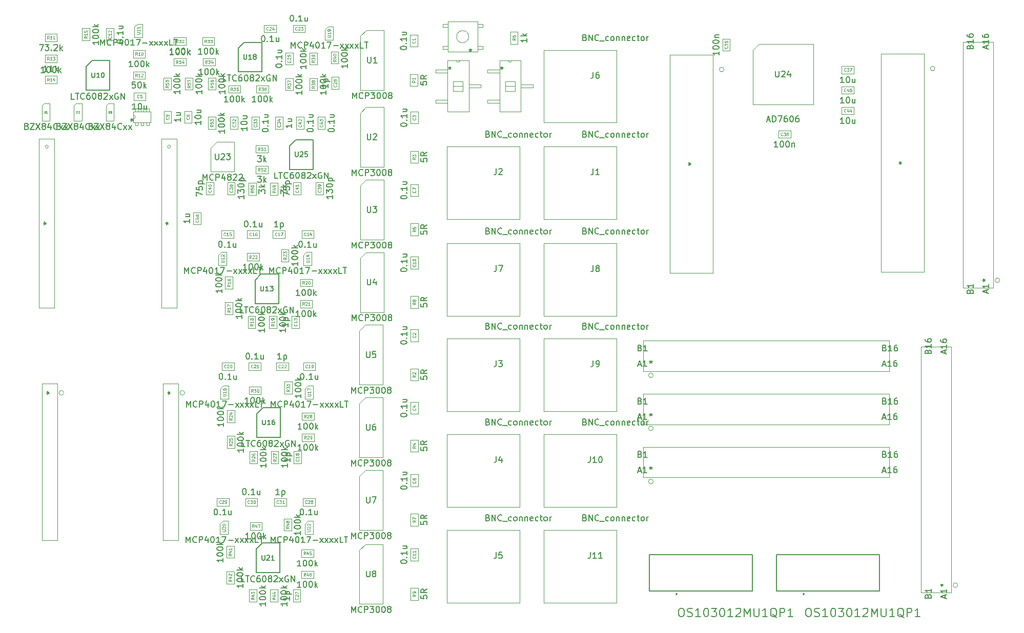
<source format=gbr>
%TF.GenerationSoftware,KiCad,Pcbnew,(6.0.8-1)-1*%
%TF.CreationDate,2022-11-09T12:39:37-05:00*%
%TF.ProjectId,HermEIS,4865726d-4549-4532-9e6b-696361645f70,rev?*%
%TF.SameCoordinates,Original*%
%TF.FileFunction,AssemblyDrawing,Top*%
%FSLAX46Y46*%
G04 Gerber Fmt 4.6, Leading zero omitted, Abs format (unit mm)*
G04 Created by KiCad (PCBNEW (6.0.8-1)-1) date 2022-11-09 12:39:37*
%MOMM*%
%LPD*%
G01*
G04 APERTURE LIST*
%ADD10C,0.150000*%
%ADD11C,0.080000*%
%ADD12C,0.075000*%
%ADD13C,0.050000*%
%ADD14C,0.120000*%
%ADD15C,0.100000*%
%ADD16C,0.127000*%
%ADD17C,0.200000*%
G04 APERTURE END LIST*
D10*
%TO.C,J2*%
X107776190Y-49178571D02*
X107919047Y-49226190D01*
X107966666Y-49273809D01*
X108014285Y-49369047D01*
X108014285Y-49511904D01*
X107966666Y-49607142D01*
X107919047Y-49654761D01*
X107823809Y-49702380D01*
X107442857Y-49702380D01*
X107442857Y-48702380D01*
X107776190Y-48702380D01*
X107871428Y-48750000D01*
X107919047Y-48797619D01*
X107966666Y-48892857D01*
X107966666Y-48988095D01*
X107919047Y-49083333D01*
X107871428Y-49130952D01*
X107776190Y-49178571D01*
X107442857Y-49178571D01*
X108442857Y-49702380D02*
X108442857Y-48702380D01*
X109014285Y-49702380D01*
X109014285Y-48702380D01*
X110061904Y-49607142D02*
X110014285Y-49654761D01*
X109871428Y-49702380D01*
X109776190Y-49702380D01*
X109633333Y-49654761D01*
X109538095Y-49559523D01*
X109490476Y-49464285D01*
X109442857Y-49273809D01*
X109442857Y-49130952D01*
X109490476Y-48940476D01*
X109538095Y-48845238D01*
X109633333Y-48750000D01*
X109776190Y-48702380D01*
X109871428Y-48702380D01*
X110014285Y-48750000D01*
X110061904Y-48797619D01*
X110252380Y-49797619D02*
X111014285Y-49797619D01*
X111680952Y-49654761D02*
X111585714Y-49702380D01*
X111395238Y-49702380D01*
X111300000Y-49654761D01*
X111252380Y-49607142D01*
X111204761Y-49511904D01*
X111204761Y-49226190D01*
X111252380Y-49130952D01*
X111300000Y-49083333D01*
X111395238Y-49035714D01*
X111585714Y-49035714D01*
X111680952Y-49083333D01*
X112252380Y-49702380D02*
X112157142Y-49654761D01*
X112109523Y-49607142D01*
X112061904Y-49511904D01*
X112061904Y-49226190D01*
X112109523Y-49130952D01*
X112157142Y-49083333D01*
X112252380Y-49035714D01*
X112395238Y-49035714D01*
X112490476Y-49083333D01*
X112538095Y-49130952D01*
X112585714Y-49226190D01*
X112585714Y-49511904D01*
X112538095Y-49607142D01*
X112490476Y-49654761D01*
X112395238Y-49702380D01*
X112252380Y-49702380D01*
X113014285Y-49035714D02*
X113014285Y-49702380D01*
X113014285Y-49130952D02*
X113061904Y-49083333D01*
X113157142Y-49035714D01*
X113300000Y-49035714D01*
X113395238Y-49083333D01*
X113442857Y-49178571D01*
X113442857Y-49702380D01*
X113919047Y-49035714D02*
X113919047Y-49702380D01*
X113919047Y-49130952D02*
X113966666Y-49083333D01*
X114061904Y-49035714D01*
X114204761Y-49035714D01*
X114300000Y-49083333D01*
X114347619Y-49178571D01*
X114347619Y-49702380D01*
X115204761Y-49654761D02*
X115109523Y-49702380D01*
X114919047Y-49702380D01*
X114823809Y-49654761D01*
X114776190Y-49559523D01*
X114776190Y-49178571D01*
X114823809Y-49083333D01*
X114919047Y-49035714D01*
X115109523Y-49035714D01*
X115204761Y-49083333D01*
X115252380Y-49178571D01*
X115252380Y-49273809D01*
X114776190Y-49369047D01*
X116109523Y-49654761D02*
X116014285Y-49702380D01*
X115823809Y-49702380D01*
X115728571Y-49654761D01*
X115680952Y-49607142D01*
X115633333Y-49511904D01*
X115633333Y-49226190D01*
X115680952Y-49130952D01*
X115728571Y-49083333D01*
X115823809Y-49035714D01*
X116014285Y-49035714D01*
X116109523Y-49083333D01*
X116395238Y-49035714D02*
X116776190Y-49035714D01*
X116538095Y-48702380D02*
X116538095Y-49559523D01*
X116585714Y-49654761D01*
X116680952Y-49702380D01*
X116776190Y-49702380D01*
X117252380Y-49702380D02*
X117157142Y-49654761D01*
X117109523Y-49607142D01*
X117061904Y-49511904D01*
X117061904Y-49226190D01*
X117109523Y-49130952D01*
X117157142Y-49083333D01*
X117252380Y-49035714D01*
X117395238Y-49035714D01*
X117490476Y-49083333D01*
X117538095Y-49130952D01*
X117585714Y-49226190D01*
X117585714Y-49511904D01*
X117538095Y-49607142D01*
X117490476Y-49654761D01*
X117395238Y-49702380D01*
X117252380Y-49702380D01*
X118014285Y-49702380D02*
X118014285Y-49035714D01*
X118014285Y-49226190D02*
X118061904Y-49130952D01*
X118109523Y-49083333D01*
X118204761Y-49035714D01*
X118300000Y-49035714D01*
X109166666Y-54902380D02*
X109166666Y-55616666D01*
X109119047Y-55759523D01*
X109023809Y-55854761D01*
X108880952Y-55902380D01*
X108785714Y-55902380D01*
X109595238Y-54997619D02*
X109642857Y-54950000D01*
X109738095Y-54902380D01*
X109976190Y-54902380D01*
X110071428Y-54950000D01*
X110119047Y-54997619D01*
X110166666Y-55092857D01*
X110166666Y-55188095D01*
X110119047Y-55330952D01*
X109547619Y-55902380D01*
X110166666Y-55902380D01*
%TO.C,U9*%
X48750780Y-46850300D02*
X48988876Y-46850300D01*
X48893638Y-47088395D02*
X48988876Y-46850300D01*
X48893638Y-46612204D01*
X49179352Y-46993157D02*
X48988876Y-46850300D01*
X49179352Y-46707442D01*
X48750780Y-46850300D02*
X48988876Y-46850300D01*
X48893638Y-47088395D02*
X48988876Y-46850300D01*
X48893638Y-46612204D01*
X49179352Y-46993157D02*
X48988876Y-46850300D01*
X49179352Y-46707442D01*
%TO.C,J7*%
X107776190Y-65178571D02*
X107919047Y-65226190D01*
X107966666Y-65273809D01*
X108014285Y-65369047D01*
X108014285Y-65511904D01*
X107966666Y-65607142D01*
X107919047Y-65654761D01*
X107823809Y-65702380D01*
X107442857Y-65702380D01*
X107442857Y-64702380D01*
X107776190Y-64702380D01*
X107871428Y-64750000D01*
X107919047Y-64797619D01*
X107966666Y-64892857D01*
X107966666Y-64988095D01*
X107919047Y-65083333D01*
X107871428Y-65130952D01*
X107776190Y-65178571D01*
X107442857Y-65178571D01*
X108442857Y-65702380D02*
X108442857Y-64702380D01*
X109014285Y-65702380D01*
X109014285Y-64702380D01*
X110061904Y-65607142D02*
X110014285Y-65654761D01*
X109871428Y-65702380D01*
X109776190Y-65702380D01*
X109633333Y-65654761D01*
X109538095Y-65559523D01*
X109490476Y-65464285D01*
X109442857Y-65273809D01*
X109442857Y-65130952D01*
X109490476Y-64940476D01*
X109538095Y-64845238D01*
X109633333Y-64750000D01*
X109776190Y-64702380D01*
X109871428Y-64702380D01*
X110014285Y-64750000D01*
X110061904Y-64797619D01*
X110252380Y-65797619D02*
X111014285Y-65797619D01*
X111680952Y-65654761D02*
X111585714Y-65702380D01*
X111395238Y-65702380D01*
X111300000Y-65654761D01*
X111252380Y-65607142D01*
X111204761Y-65511904D01*
X111204761Y-65226190D01*
X111252380Y-65130952D01*
X111300000Y-65083333D01*
X111395238Y-65035714D01*
X111585714Y-65035714D01*
X111680952Y-65083333D01*
X112252380Y-65702380D02*
X112157142Y-65654761D01*
X112109523Y-65607142D01*
X112061904Y-65511904D01*
X112061904Y-65226190D01*
X112109523Y-65130952D01*
X112157142Y-65083333D01*
X112252380Y-65035714D01*
X112395238Y-65035714D01*
X112490476Y-65083333D01*
X112538095Y-65130952D01*
X112585714Y-65226190D01*
X112585714Y-65511904D01*
X112538095Y-65607142D01*
X112490476Y-65654761D01*
X112395238Y-65702380D01*
X112252380Y-65702380D01*
X113014285Y-65035714D02*
X113014285Y-65702380D01*
X113014285Y-65130952D02*
X113061904Y-65083333D01*
X113157142Y-65035714D01*
X113300000Y-65035714D01*
X113395238Y-65083333D01*
X113442857Y-65178571D01*
X113442857Y-65702380D01*
X113919047Y-65035714D02*
X113919047Y-65702380D01*
X113919047Y-65130952D02*
X113966666Y-65083333D01*
X114061904Y-65035714D01*
X114204761Y-65035714D01*
X114300000Y-65083333D01*
X114347619Y-65178571D01*
X114347619Y-65702380D01*
X115204761Y-65654761D02*
X115109523Y-65702380D01*
X114919047Y-65702380D01*
X114823809Y-65654761D01*
X114776190Y-65559523D01*
X114776190Y-65178571D01*
X114823809Y-65083333D01*
X114919047Y-65035714D01*
X115109523Y-65035714D01*
X115204761Y-65083333D01*
X115252380Y-65178571D01*
X115252380Y-65273809D01*
X114776190Y-65369047D01*
X116109523Y-65654761D02*
X116014285Y-65702380D01*
X115823809Y-65702380D01*
X115728571Y-65654761D01*
X115680952Y-65607142D01*
X115633333Y-65511904D01*
X115633333Y-65226190D01*
X115680952Y-65130952D01*
X115728571Y-65083333D01*
X115823809Y-65035714D01*
X116014285Y-65035714D01*
X116109523Y-65083333D01*
X116395238Y-65035714D02*
X116776190Y-65035714D01*
X116538095Y-64702380D02*
X116538095Y-65559523D01*
X116585714Y-65654761D01*
X116680952Y-65702380D01*
X116776190Y-65702380D01*
X117252380Y-65702380D02*
X117157142Y-65654761D01*
X117109523Y-65607142D01*
X117061904Y-65511904D01*
X117061904Y-65226190D01*
X117109523Y-65130952D01*
X117157142Y-65083333D01*
X117252380Y-65035714D01*
X117395238Y-65035714D01*
X117490476Y-65083333D01*
X117538095Y-65130952D01*
X117585714Y-65226190D01*
X117585714Y-65511904D01*
X117538095Y-65607142D01*
X117490476Y-65654761D01*
X117395238Y-65702380D01*
X117252380Y-65702380D01*
X118014285Y-65702380D02*
X118014285Y-65035714D01*
X118014285Y-65226190D02*
X118061904Y-65130952D01*
X118109523Y-65083333D01*
X118204761Y-65035714D01*
X118300000Y-65035714D01*
X109166666Y-70902380D02*
X109166666Y-71616666D01*
X109119047Y-71759523D01*
X109023809Y-71854761D01*
X108880952Y-71902380D01*
X108785714Y-71902380D01*
X109547619Y-70902380D02*
X110214285Y-70902380D01*
X109785714Y-71902380D01*
%TO.C,R46*%
X76898571Y-124107380D02*
X76327142Y-124107380D01*
X76612857Y-124107380D02*
X76612857Y-123107380D01*
X76517619Y-123250238D01*
X76422380Y-123345476D01*
X76327142Y-123393095D01*
X77517619Y-123107380D02*
X77612857Y-123107380D01*
X77708095Y-123155000D01*
X77755714Y-123202619D01*
X77803333Y-123297857D01*
X77850952Y-123488333D01*
X77850952Y-123726428D01*
X77803333Y-123916904D01*
X77755714Y-124012142D01*
X77708095Y-124059761D01*
X77612857Y-124107380D01*
X77517619Y-124107380D01*
X77422380Y-124059761D01*
X77374761Y-124012142D01*
X77327142Y-123916904D01*
X77279523Y-123726428D01*
X77279523Y-123488333D01*
X77327142Y-123297857D01*
X77374761Y-123202619D01*
X77422380Y-123155000D01*
X77517619Y-123107380D01*
X78470000Y-123107380D02*
X78565238Y-123107380D01*
X78660476Y-123155000D01*
X78708095Y-123202619D01*
X78755714Y-123297857D01*
X78803333Y-123488333D01*
X78803333Y-123726428D01*
X78755714Y-123916904D01*
X78708095Y-124012142D01*
X78660476Y-124059761D01*
X78565238Y-124107380D01*
X78470000Y-124107380D01*
X78374761Y-124059761D01*
X78327142Y-124012142D01*
X78279523Y-123916904D01*
X78231904Y-123726428D01*
X78231904Y-123488333D01*
X78279523Y-123297857D01*
X78327142Y-123202619D01*
X78374761Y-123155000D01*
X78470000Y-123107380D01*
X79231904Y-124107380D02*
X79231904Y-123107380D01*
X79327142Y-123726428D02*
X79612857Y-124107380D01*
X79612857Y-123440714D02*
X79231904Y-123821666D01*
D11*
X77648571Y-122231190D02*
X77481904Y-121993095D01*
X77362857Y-122231190D02*
X77362857Y-121731190D01*
X77553333Y-121731190D01*
X77600952Y-121755000D01*
X77624761Y-121778809D01*
X77648571Y-121826428D01*
X77648571Y-121897857D01*
X77624761Y-121945476D01*
X77600952Y-121969285D01*
X77553333Y-121993095D01*
X77362857Y-121993095D01*
X78077142Y-121897857D02*
X78077142Y-122231190D01*
X77958095Y-121707380D02*
X77839047Y-122064523D01*
X78148571Y-122064523D01*
X78553333Y-121731190D02*
X78458095Y-121731190D01*
X78410476Y-121755000D01*
X78386666Y-121778809D01*
X78339047Y-121850238D01*
X78315238Y-121945476D01*
X78315238Y-122135952D01*
X78339047Y-122183571D01*
X78362857Y-122207380D01*
X78410476Y-122231190D01*
X78505714Y-122231190D01*
X78553333Y-122207380D01*
X78577142Y-122183571D01*
X78600952Y-122135952D01*
X78600952Y-122016904D01*
X78577142Y-121969285D01*
X78553333Y-121945476D01*
X78505714Y-121921666D01*
X78410476Y-121921666D01*
X78362857Y-121945476D01*
X78339047Y-121969285D01*
X78315238Y-122016904D01*
D10*
%TO.C,C12*%
X46502380Y-33919285D02*
X46502380Y-33824047D01*
X46550000Y-33728809D01*
X46597619Y-33681190D01*
X46692857Y-33633571D01*
X46883333Y-33585952D01*
X47121428Y-33585952D01*
X47311904Y-33633571D01*
X47407142Y-33681190D01*
X47454761Y-33728809D01*
X47502380Y-33824047D01*
X47502380Y-33919285D01*
X47454761Y-34014523D01*
X47407142Y-34062142D01*
X47311904Y-34109761D01*
X47121428Y-34157380D01*
X46883333Y-34157380D01*
X46692857Y-34109761D01*
X46597619Y-34062142D01*
X46550000Y-34014523D01*
X46502380Y-33919285D01*
X47407142Y-33157380D02*
X47454761Y-33109761D01*
X47502380Y-33157380D01*
X47454761Y-33205000D01*
X47407142Y-33157380D01*
X47502380Y-33157380D01*
X47502380Y-32157380D02*
X47502380Y-32728809D01*
X47502380Y-32443095D02*
X46502380Y-32443095D01*
X46645238Y-32538333D01*
X46740476Y-32633571D01*
X46788095Y-32728809D01*
X46835714Y-31300238D02*
X47502380Y-31300238D01*
X46835714Y-31728809D02*
X47359523Y-31728809D01*
X47454761Y-31681190D01*
X47502380Y-31585952D01*
X47502380Y-31443095D01*
X47454761Y-31347857D01*
X47407142Y-31300238D01*
D11*
X45548571Y-33026428D02*
X45572380Y-33050238D01*
X45596190Y-33121666D01*
X45596190Y-33169285D01*
X45572380Y-33240714D01*
X45524761Y-33288333D01*
X45477142Y-33312142D01*
X45381904Y-33335952D01*
X45310476Y-33335952D01*
X45215238Y-33312142D01*
X45167619Y-33288333D01*
X45120000Y-33240714D01*
X45096190Y-33169285D01*
X45096190Y-33121666D01*
X45120000Y-33050238D01*
X45143809Y-33026428D01*
X45596190Y-32550238D02*
X45596190Y-32835952D01*
X45596190Y-32693095D02*
X45096190Y-32693095D01*
X45167619Y-32740714D01*
X45215238Y-32788333D01*
X45239047Y-32835952D01*
X45143809Y-32359761D02*
X45120000Y-32335952D01*
X45096190Y-32288333D01*
X45096190Y-32169285D01*
X45120000Y-32121666D01*
X45143809Y-32097857D01*
X45191428Y-32074047D01*
X45239047Y-32074047D01*
X45310476Y-32097857D01*
X45596190Y-32383571D01*
X45596190Y-32074047D01*
D10*
%TO.C,C15*%
X63555714Y-66887380D02*
X63650952Y-66887380D01*
X63746190Y-66935000D01*
X63793809Y-66982619D01*
X63841428Y-67077857D01*
X63889047Y-67268333D01*
X63889047Y-67506428D01*
X63841428Y-67696904D01*
X63793809Y-67792142D01*
X63746190Y-67839761D01*
X63650952Y-67887380D01*
X63555714Y-67887380D01*
X63460476Y-67839761D01*
X63412857Y-67792142D01*
X63365238Y-67696904D01*
X63317619Y-67506428D01*
X63317619Y-67268333D01*
X63365238Y-67077857D01*
X63412857Y-66982619D01*
X63460476Y-66935000D01*
X63555714Y-66887380D01*
X64317619Y-67792142D02*
X64365238Y-67839761D01*
X64317619Y-67887380D01*
X64270000Y-67839761D01*
X64317619Y-67792142D01*
X64317619Y-67887380D01*
X65317619Y-67887380D02*
X64746190Y-67887380D01*
X65031904Y-67887380D02*
X65031904Y-66887380D01*
X64936666Y-67030238D01*
X64841428Y-67125476D01*
X64746190Y-67173095D01*
X66174761Y-67220714D02*
X66174761Y-67887380D01*
X65746190Y-67220714D02*
X65746190Y-67744523D01*
X65793809Y-67839761D01*
X65889047Y-67887380D01*
X66031904Y-67887380D01*
X66127142Y-67839761D01*
X66174761Y-67792142D01*
D11*
X64448571Y-65933571D02*
X64424761Y-65957380D01*
X64353333Y-65981190D01*
X64305714Y-65981190D01*
X64234285Y-65957380D01*
X64186666Y-65909761D01*
X64162857Y-65862142D01*
X64139047Y-65766904D01*
X64139047Y-65695476D01*
X64162857Y-65600238D01*
X64186666Y-65552619D01*
X64234285Y-65505000D01*
X64305714Y-65481190D01*
X64353333Y-65481190D01*
X64424761Y-65505000D01*
X64448571Y-65528809D01*
X64924761Y-65981190D02*
X64639047Y-65981190D01*
X64781904Y-65981190D02*
X64781904Y-65481190D01*
X64734285Y-65552619D01*
X64686666Y-65600238D01*
X64639047Y-65624047D01*
X65377142Y-65481190D02*
X65139047Y-65481190D01*
X65115238Y-65719285D01*
X65139047Y-65695476D01*
X65186666Y-65671666D01*
X65305714Y-65671666D01*
X65353333Y-65695476D01*
X65377142Y-65719285D01*
X65400952Y-65766904D01*
X65400952Y-65885952D01*
X65377142Y-65933571D01*
X65353333Y-65957380D01*
X65305714Y-65981190D01*
X65186666Y-65981190D01*
X65139047Y-65957380D01*
X65115238Y-65933571D01*
D10*
%TO.C,J19*%
X140872380Y-54105000D02*
X141110476Y-54105000D01*
X141015238Y-54343095D02*
X141110476Y-54105000D01*
X141015238Y-53866904D01*
X141300952Y-54247857D02*
X141110476Y-54105000D01*
X141300952Y-53962142D01*
%TO.C,C9*%
X57002380Y-46521666D02*
X57002380Y-47093095D01*
X57002380Y-46807380D02*
X56002380Y-46807380D01*
X56145238Y-46902619D01*
X56240476Y-46997857D01*
X56288095Y-47093095D01*
X56335714Y-45664523D02*
X57002380Y-45664523D01*
X56335714Y-46093095D02*
X56859523Y-46093095D01*
X56954761Y-46045476D01*
X57002380Y-45950238D01*
X57002380Y-45807380D01*
X56954761Y-45712142D01*
X56907142Y-45664523D01*
D11*
X55048571Y-46438333D02*
X55072380Y-46462142D01*
X55096190Y-46533571D01*
X55096190Y-46581190D01*
X55072380Y-46652619D01*
X55024761Y-46700238D01*
X54977142Y-46724047D01*
X54881904Y-46747857D01*
X54810476Y-46747857D01*
X54715238Y-46724047D01*
X54667619Y-46700238D01*
X54620000Y-46652619D01*
X54596190Y-46581190D01*
X54596190Y-46533571D01*
X54620000Y-46462142D01*
X54643809Y-46438333D01*
X55096190Y-46200238D02*
X55096190Y-46105000D01*
X55072380Y-46057380D01*
X55048571Y-46033571D01*
X54977142Y-45985952D01*
X54881904Y-45962142D01*
X54691428Y-45962142D01*
X54643809Y-45985952D01*
X54620000Y-46009761D01*
X54596190Y-46057380D01*
X54596190Y-46152619D01*
X54620000Y-46200238D01*
X54643809Y-46224047D01*
X54691428Y-46247857D01*
X54810476Y-46247857D01*
X54858095Y-46224047D01*
X54881904Y-46200238D01*
X54905714Y-46152619D01*
X54905714Y-46057380D01*
X54881904Y-46009761D01*
X54858095Y-45985952D01*
X54810476Y-45962142D01*
D10*
%TO.C,U14*%
X71758095Y-72207380D02*
X71758095Y-71207380D01*
X72091428Y-71921666D01*
X72424761Y-71207380D01*
X72424761Y-72207380D01*
X73472380Y-72112142D02*
X73424761Y-72159761D01*
X73281904Y-72207380D01*
X73186666Y-72207380D01*
X73043809Y-72159761D01*
X72948571Y-72064523D01*
X72900952Y-71969285D01*
X72853333Y-71778809D01*
X72853333Y-71635952D01*
X72900952Y-71445476D01*
X72948571Y-71350238D01*
X73043809Y-71255000D01*
X73186666Y-71207380D01*
X73281904Y-71207380D01*
X73424761Y-71255000D01*
X73472380Y-71302619D01*
X73900952Y-72207380D02*
X73900952Y-71207380D01*
X74281904Y-71207380D01*
X74377142Y-71255000D01*
X74424761Y-71302619D01*
X74472380Y-71397857D01*
X74472380Y-71540714D01*
X74424761Y-71635952D01*
X74377142Y-71683571D01*
X74281904Y-71731190D01*
X73900952Y-71731190D01*
X75329523Y-71540714D02*
X75329523Y-72207380D01*
X75091428Y-71159761D02*
X74853333Y-71874047D01*
X75472380Y-71874047D01*
X76043809Y-71207380D02*
X76139047Y-71207380D01*
X76234285Y-71255000D01*
X76281904Y-71302619D01*
X76329523Y-71397857D01*
X76377142Y-71588333D01*
X76377142Y-71826428D01*
X76329523Y-72016904D01*
X76281904Y-72112142D01*
X76234285Y-72159761D01*
X76139047Y-72207380D01*
X76043809Y-72207380D01*
X75948571Y-72159761D01*
X75900952Y-72112142D01*
X75853333Y-72016904D01*
X75805714Y-71826428D01*
X75805714Y-71588333D01*
X75853333Y-71397857D01*
X75900952Y-71302619D01*
X75948571Y-71255000D01*
X76043809Y-71207380D01*
X77329523Y-72207380D02*
X76758095Y-72207380D01*
X77043809Y-72207380D02*
X77043809Y-71207380D01*
X76948571Y-71350238D01*
X76853333Y-71445476D01*
X76758095Y-71493095D01*
X77662857Y-71207380D02*
X78329523Y-71207380D01*
X77900952Y-72207380D01*
X78710476Y-71826428D02*
X79472380Y-71826428D01*
X79853333Y-72207380D02*
X80377142Y-71540714D01*
X79853333Y-71540714D02*
X80377142Y-72207380D01*
X80662857Y-72207380D02*
X81186666Y-71540714D01*
X80662857Y-71540714D02*
X81186666Y-72207380D01*
X81472380Y-72207380D02*
X81996190Y-71540714D01*
X81472380Y-71540714D02*
X81996190Y-72207380D01*
X82281904Y-72207380D02*
X82805714Y-71540714D01*
X82281904Y-71540714D02*
X82805714Y-72207380D01*
X83662857Y-72207380D02*
X83186666Y-72207380D01*
X83186666Y-71207380D01*
X83853333Y-71207380D02*
X84424761Y-71207380D01*
X84139047Y-72207380D02*
X84139047Y-71207380D01*
D12*
X77746190Y-70374047D02*
X78150952Y-70374047D01*
X78198571Y-70350238D01*
X78222380Y-70326428D01*
X78246190Y-70278809D01*
X78246190Y-70183571D01*
X78222380Y-70135952D01*
X78198571Y-70112142D01*
X78150952Y-70088333D01*
X77746190Y-70088333D01*
X78246190Y-69588333D02*
X78246190Y-69874047D01*
X78246190Y-69731190D02*
X77746190Y-69731190D01*
X77817619Y-69778809D01*
X77865238Y-69826428D01*
X77889047Y-69874047D01*
X77912857Y-69159761D02*
X78246190Y-69159761D01*
X77722380Y-69278809D02*
X78079523Y-69397857D01*
X78079523Y-69088333D01*
D10*
%TO.C,C46*%
X58542380Y-63281666D02*
X58542380Y-63853095D01*
X58542380Y-63567380D02*
X57542380Y-63567380D01*
X57685238Y-63662619D01*
X57780476Y-63757857D01*
X57828095Y-63853095D01*
X57875714Y-62424523D02*
X58542380Y-62424523D01*
X57875714Y-62853095D02*
X58399523Y-62853095D01*
X58494761Y-62805476D01*
X58542380Y-62710238D01*
X58542380Y-62567380D01*
X58494761Y-62472142D01*
X58447142Y-62424523D01*
D11*
X59948571Y-63436428D02*
X59972380Y-63460238D01*
X59996190Y-63531666D01*
X59996190Y-63579285D01*
X59972380Y-63650714D01*
X59924761Y-63698333D01*
X59877142Y-63722142D01*
X59781904Y-63745952D01*
X59710476Y-63745952D01*
X59615238Y-63722142D01*
X59567619Y-63698333D01*
X59520000Y-63650714D01*
X59496190Y-63579285D01*
X59496190Y-63531666D01*
X59520000Y-63460238D01*
X59543809Y-63436428D01*
X59662857Y-63007857D02*
X59996190Y-63007857D01*
X59472380Y-63126904D02*
X59829523Y-63245952D01*
X59829523Y-62936428D01*
X59496190Y-62531666D02*
X59496190Y-62626904D01*
X59520000Y-62674523D01*
X59543809Y-62698333D01*
X59615238Y-62745952D01*
X59710476Y-62769761D01*
X59900952Y-62769761D01*
X59948571Y-62745952D01*
X59972380Y-62722142D01*
X59996190Y-62674523D01*
X59996190Y-62579285D01*
X59972380Y-62531666D01*
X59948571Y-62507857D01*
X59900952Y-62484047D01*
X59781904Y-62484047D01*
X59734285Y-62507857D01*
X59710476Y-62531666D01*
X59686666Y-62579285D01*
X59686666Y-62674523D01*
X59710476Y-62722142D01*
X59734285Y-62745952D01*
X59781904Y-62769761D01*
D10*
%TO.C,J18*%
X190199466Y-75466285D02*
X190199466Y-74990095D01*
X190485180Y-75561523D02*
X189485180Y-75228190D01*
X190485180Y-74894857D01*
X190485180Y-74037714D02*
X190485180Y-74609142D01*
X190485180Y-74323428D02*
X189485180Y-74323428D01*
X189628038Y-74418666D01*
X189723276Y-74513904D01*
X189770895Y-74609142D01*
X187421371Y-75156761D02*
X187468990Y-75013904D01*
X187516609Y-74966285D01*
X187611847Y-74918666D01*
X187754704Y-74918666D01*
X187849942Y-74966285D01*
X187897561Y-75013904D01*
X187945180Y-75109142D01*
X187945180Y-75490095D01*
X186945180Y-75490095D01*
X186945180Y-75156761D01*
X186992800Y-75061523D01*
X187040419Y-75013904D01*
X187135657Y-74966285D01*
X187230895Y-74966285D01*
X187326133Y-75013904D01*
X187373752Y-75061523D01*
X187421371Y-75156761D01*
X187421371Y-75490095D01*
X187945180Y-73966285D02*
X187945180Y-74537714D01*
X187945180Y-74252000D02*
X186945180Y-74252000D01*
X187088038Y-74347238D01*
X187183276Y-74442476D01*
X187230895Y-74537714D01*
X190199466Y-35048476D02*
X190199466Y-34572285D01*
X190485180Y-35143714D02*
X189485180Y-34810380D01*
X190485180Y-34477047D01*
X190485180Y-33619904D02*
X190485180Y-34191333D01*
X190485180Y-33905619D02*
X189485180Y-33905619D01*
X189628038Y-34000857D01*
X189723276Y-34096095D01*
X189770895Y-34191333D01*
X189485180Y-32762761D02*
X189485180Y-32953238D01*
X189532800Y-33048476D01*
X189580419Y-33096095D01*
X189723276Y-33191333D01*
X189913752Y-33238952D01*
X190294704Y-33238952D01*
X190389942Y-33191333D01*
X190437561Y-33143714D01*
X190485180Y-33048476D01*
X190485180Y-32858000D01*
X190437561Y-32762761D01*
X190389942Y-32715142D01*
X190294704Y-32667523D01*
X190056609Y-32667523D01*
X189961371Y-32715142D01*
X189913752Y-32762761D01*
X189866133Y-32858000D01*
X189866133Y-33048476D01*
X189913752Y-33143714D01*
X189961371Y-33191333D01*
X190056609Y-33238952D01*
X187421371Y-34738952D02*
X187468990Y-34596095D01*
X187516609Y-34548476D01*
X187611847Y-34500857D01*
X187754704Y-34500857D01*
X187849942Y-34548476D01*
X187897561Y-34596095D01*
X187945180Y-34691333D01*
X187945180Y-35072285D01*
X186945180Y-35072285D01*
X186945180Y-34738952D01*
X186992800Y-34643714D01*
X187040419Y-34596095D01*
X187135657Y-34548476D01*
X187230895Y-34548476D01*
X187326133Y-34596095D01*
X187373752Y-34643714D01*
X187421371Y-34738952D01*
X187421371Y-35072285D01*
X187945180Y-33548476D02*
X187945180Y-34119904D01*
X187945180Y-33834190D02*
X186945180Y-33834190D01*
X187088038Y-33929428D01*
X187183276Y-34024666D01*
X187230895Y-34119904D01*
X186945180Y-32691333D02*
X186945180Y-32881809D01*
X186992800Y-32977047D01*
X187040419Y-33024666D01*
X187183276Y-33119904D01*
X187373752Y-33167523D01*
X187754704Y-33167523D01*
X187849942Y-33119904D01*
X187897561Y-33072285D01*
X187945180Y-32977047D01*
X187945180Y-32786571D01*
X187897561Y-32691333D01*
X187849942Y-32643714D01*
X187754704Y-32596095D01*
X187516609Y-32596095D01*
X187421371Y-32643714D01*
X187373752Y-32691333D01*
X187326133Y-32786571D01*
X187326133Y-32977047D01*
X187373752Y-33072285D01*
X187421371Y-33119904D01*
X187516609Y-33167523D01*
X189485180Y-73355000D02*
X189723276Y-73355000D01*
X189628038Y-73593095D02*
X189723276Y-73355000D01*
X189628038Y-73116904D01*
X189913752Y-73497857D02*
X189723276Y-73355000D01*
X189913752Y-73212142D01*
%TO.C,R3*%
X96722380Y-53216904D02*
X96722380Y-53693095D01*
X97198571Y-53740714D01*
X97150952Y-53693095D01*
X97103333Y-53597857D01*
X97103333Y-53359761D01*
X97150952Y-53264523D01*
X97198571Y-53216904D01*
X97293809Y-53169285D01*
X97531904Y-53169285D01*
X97627142Y-53216904D01*
X97674761Y-53264523D01*
X97722380Y-53359761D01*
X97722380Y-53597857D01*
X97674761Y-53693095D01*
X97627142Y-53740714D01*
X97722380Y-52169285D02*
X97246190Y-52502619D01*
X97722380Y-52740714D02*
X96722380Y-52740714D01*
X96722380Y-52359761D01*
X96770000Y-52264523D01*
X96817619Y-52216904D01*
X96912857Y-52169285D01*
X97055714Y-52169285D01*
X97150952Y-52216904D01*
X97198571Y-52264523D01*
X97246190Y-52359761D01*
X97246190Y-52740714D01*
D11*
X95846190Y-53038333D02*
X95608095Y-53205000D01*
X95846190Y-53324047D02*
X95346190Y-53324047D01*
X95346190Y-53133571D01*
X95370000Y-53085952D01*
X95393809Y-53062142D01*
X95441428Y-53038333D01*
X95512857Y-53038333D01*
X95560476Y-53062142D01*
X95584285Y-53085952D01*
X95608095Y-53133571D01*
X95608095Y-53324047D01*
X95346190Y-52871666D02*
X95346190Y-52562142D01*
X95536666Y-52728809D01*
X95536666Y-52657380D01*
X95560476Y-52609761D01*
X95584285Y-52585952D01*
X95631904Y-52562142D01*
X95750952Y-52562142D01*
X95798571Y-52585952D01*
X95822380Y-52609761D01*
X95846190Y-52657380D01*
X95846190Y-52800238D01*
X95822380Y-52847857D01*
X95798571Y-52871666D01*
D10*
%TO.C,R30*%
X68248571Y-93707380D02*
X67677142Y-93707380D01*
X67962857Y-93707380D02*
X67962857Y-92707380D01*
X67867619Y-92850238D01*
X67772380Y-92945476D01*
X67677142Y-92993095D01*
X68867619Y-92707380D02*
X68962857Y-92707380D01*
X69058095Y-92755000D01*
X69105714Y-92802619D01*
X69153333Y-92897857D01*
X69200952Y-93088333D01*
X69200952Y-93326428D01*
X69153333Y-93516904D01*
X69105714Y-93612142D01*
X69058095Y-93659761D01*
X68962857Y-93707380D01*
X68867619Y-93707380D01*
X68772380Y-93659761D01*
X68724761Y-93612142D01*
X68677142Y-93516904D01*
X68629523Y-93326428D01*
X68629523Y-93088333D01*
X68677142Y-92897857D01*
X68724761Y-92802619D01*
X68772380Y-92755000D01*
X68867619Y-92707380D01*
X69820000Y-92707380D02*
X69915238Y-92707380D01*
X70010476Y-92755000D01*
X70058095Y-92802619D01*
X70105714Y-92897857D01*
X70153333Y-93088333D01*
X70153333Y-93326428D01*
X70105714Y-93516904D01*
X70058095Y-93612142D01*
X70010476Y-93659761D01*
X69915238Y-93707380D01*
X69820000Y-93707380D01*
X69724761Y-93659761D01*
X69677142Y-93612142D01*
X69629523Y-93516904D01*
X69581904Y-93326428D01*
X69581904Y-93088333D01*
X69629523Y-92897857D01*
X69677142Y-92802619D01*
X69724761Y-92755000D01*
X69820000Y-92707380D01*
X70581904Y-93707380D02*
X70581904Y-92707380D01*
X70677142Y-93326428D02*
X70962857Y-93707380D01*
X70962857Y-93040714D02*
X70581904Y-93421666D01*
D11*
X68998571Y-91831190D02*
X68831904Y-91593095D01*
X68712857Y-91831190D02*
X68712857Y-91331190D01*
X68903333Y-91331190D01*
X68950952Y-91355000D01*
X68974761Y-91378809D01*
X68998571Y-91426428D01*
X68998571Y-91497857D01*
X68974761Y-91545476D01*
X68950952Y-91569285D01*
X68903333Y-91593095D01*
X68712857Y-91593095D01*
X69165238Y-91331190D02*
X69474761Y-91331190D01*
X69308095Y-91521666D01*
X69379523Y-91521666D01*
X69427142Y-91545476D01*
X69450952Y-91569285D01*
X69474761Y-91616904D01*
X69474761Y-91735952D01*
X69450952Y-91783571D01*
X69427142Y-91807380D01*
X69379523Y-91831190D01*
X69236666Y-91831190D01*
X69189047Y-91807380D01*
X69165238Y-91783571D01*
X69784285Y-91331190D02*
X69831904Y-91331190D01*
X69879523Y-91355000D01*
X69903333Y-91378809D01*
X69927142Y-91426428D01*
X69950952Y-91521666D01*
X69950952Y-91640714D01*
X69927142Y-91735952D01*
X69903333Y-91783571D01*
X69879523Y-91807380D01*
X69831904Y-91831190D01*
X69784285Y-91831190D01*
X69736666Y-91807380D01*
X69712857Y-91783571D01*
X69689047Y-91735952D01*
X69665238Y-91640714D01*
X69665238Y-91521666D01*
X69689047Y-91426428D01*
X69712857Y-91378809D01*
X69736666Y-91355000D01*
X69784285Y-91331190D01*
D10*
%TO.C,C34*%
X75402380Y-47521666D02*
X75402380Y-48093095D01*
X75402380Y-47807380D02*
X74402380Y-47807380D01*
X74545238Y-47902619D01*
X74640476Y-47997857D01*
X74688095Y-48093095D01*
X74735714Y-46664523D02*
X75402380Y-46664523D01*
X74735714Y-47093095D02*
X75259523Y-47093095D01*
X75354761Y-47045476D01*
X75402380Y-46950238D01*
X75402380Y-46807380D01*
X75354761Y-46712142D01*
X75307142Y-46664523D01*
D11*
X73448571Y-47676428D02*
X73472380Y-47700238D01*
X73496190Y-47771666D01*
X73496190Y-47819285D01*
X73472380Y-47890714D01*
X73424761Y-47938333D01*
X73377142Y-47962142D01*
X73281904Y-47985952D01*
X73210476Y-47985952D01*
X73115238Y-47962142D01*
X73067619Y-47938333D01*
X73020000Y-47890714D01*
X72996190Y-47819285D01*
X72996190Y-47771666D01*
X73020000Y-47700238D01*
X73043809Y-47676428D01*
X72996190Y-47509761D02*
X72996190Y-47200238D01*
X73186666Y-47366904D01*
X73186666Y-47295476D01*
X73210476Y-47247857D01*
X73234285Y-47224047D01*
X73281904Y-47200238D01*
X73400952Y-47200238D01*
X73448571Y-47224047D01*
X73472380Y-47247857D01*
X73496190Y-47295476D01*
X73496190Y-47438333D01*
X73472380Y-47485952D01*
X73448571Y-47509761D01*
X73162857Y-46771666D02*
X73496190Y-46771666D01*
X72972380Y-46890714D02*
X73329523Y-47009761D01*
X73329523Y-46700238D01*
D10*
%TO.C,C30*%
X67505714Y-107777380D02*
X67600952Y-107777380D01*
X67696190Y-107825000D01*
X67743809Y-107872619D01*
X67791428Y-107967857D01*
X67839047Y-108158333D01*
X67839047Y-108396428D01*
X67791428Y-108586904D01*
X67743809Y-108682142D01*
X67696190Y-108729761D01*
X67600952Y-108777380D01*
X67505714Y-108777380D01*
X67410476Y-108729761D01*
X67362857Y-108682142D01*
X67315238Y-108586904D01*
X67267619Y-108396428D01*
X67267619Y-108158333D01*
X67315238Y-107967857D01*
X67362857Y-107872619D01*
X67410476Y-107825000D01*
X67505714Y-107777380D01*
X68267619Y-108682142D02*
X68315238Y-108729761D01*
X68267619Y-108777380D01*
X68220000Y-108729761D01*
X68267619Y-108682142D01*
X68267619Y-108777380D01*
X69267619Y-108777380D02*
X68696190Y-108777380D01*
X68981904Y-108777380D02*
X68981904Y-107777380D01*
X68886666Y-107920238D01*
X68791428Y-108015476D01*
X68696190Y-108063095D01*
X70124761Y-108110714D02*
X70124761Y-108777380D01*
X69696190Y-108110714D02*
X69696190Y-108634523D01*
X69743809Y-108729761D01*
X69839047Y-108777380D01*
X69981904Y-108777380D01*
X70077142Y-108729761D01*
X70124761Y-108682142D01*
D11*
X68398571Y-110183571D02*
X68374761Y-110207380D01*
X68303333Y-110231190D01*
X68255714Y-110231190D01*
X68184285Y-110207380D01*
X68136666Y-110159761D01*
X68112857Y-110112142D01*
X68089047Y-110016904D01*
X68089047Y-109945476D01*
X68112857Y-109850238D01*
X68136666Y-109802619D01*
X68184285Y-109755000D01*
X68255714Y-109731190D01*
X68303333Y-109731190D01*
X68374761Y-109755000D01*
X68398571Y-109778809D01*
X68565238Y-109731190D02*
X68874761Y-109731190D01*
X68708095Y-109921666D01*
X68779523Y-109921666D01*
X68827142Y-109945476D01*
X68850952Y-109969285D01*
X68874761Y-110016904D01*
X68874761Y-110135952D01*
X68850952Y-110183571D01*
X68827142Y-110207380D01*
X68779523Y-110231190D01*
X68636666Y-110231190D01*
X68589047Y-110207380D01*
X68565238Y-110183571D01*
X69184285Y-109731190D02*
X69231904Y-109731190D01*
X69279523Y-109755000D01*
X69303333Y-109778809D01*
X69327142Y-109826428D01*
X69350952Y-109921666D01*
X69350952Y-110040714D01*
X69327142Y-110135952D01*
X69303333Y-110183571D01*
X69279523Y-110207380D01*
X69231904Y-110231190D01*
X69184285Y-110231190D01*
X69136666Y-110207380D01*
X69112857Y-110183571D01*
X69089047Y-110135952D01*
X69065238Y-110040714D01*
X69065238Y-109921666D01*
X69089047Y-109826428D01*
X69112857Y-109778809D01*
X69136666Y-109755000D01*
X69184285Y-109731190D01*
D10*
%TO.C,R18*%
X70872380Y-81326428D02*
X70872380Y-81897857D01*
X70872380Y-81612142D02*
X69872380Y-81612142D01*
X70015238Y-81707380D01*
X70110476Y-81802619D01*
X70158095Y-81897857D01*
X69872380Y-80707380D02*
X69872380Y-80612142D01*
X69920000Y-80516904D01*
X69967619Y-80469285D01*
X70062857Y-80421666D01*
X70253333Y-80374047D01*
X70491428Y-80374047D01*
X70681904Y-80421666D01*
X70777142Y-80469285D01*
X70824761Y-80516904D01*
X70872380Y-80612142D01*
X70872380Y-80707380D01*
X70824761Y-80802619D01*
X70777142Y-80850238D01*
X70681904Y-80897857D01*
X70491428Y-80945476D01*
X70253333Y-80945476D01*
X70062857Y-80897857D01*
X69967619Y-80850238D01*
X69920000Y-80802619D01*
X69872380Y-80707380D01*
X69872380Y-79755000D02*
X69872380Y-79659761D01*
X69920000Y-79564523D01*
X69967619Y-79516904D01*
X70062857Y-79469285D01*
X70253333Y-79421666D01*
X70491428Y-79421666D01*
X70681904Y-79469285D01*
X70777142Y-79516904D01*
X70824761Y-79564523D01*
X70872380Y-79659761D01*
X70872380Y-79755000D01*
X70824761Y-79850238D01*
X70777142Y-79897857D01*
X70681904Y-79945476D01*
X70491428Y-79993095D01*
X70253333Y-79993095D01*
X70062857Y-79945476D01*
X69967619Y-79897857D01*
X69920000Y-79850238D01*
X69872380Y-79755000D01*
X70872380Y-78993095D02*
X69872380Y-78993095D01*
X70491428Y-78897857D02*
X70872380Y-78612142D01*
X70205714Y-78612142D02*
X70586666Y-78993095D01*
D11*
X68996190Y-80576428D02*
X68758095Y-80743095D01*
X68996190Y-80862142D02*
X68496190Y-80862142D01*
X68496190Y-80671666D01*
X68520000Y-80624047D01*
X68543809Y-80600238D01*
X68591428Y-80576428D01*
X68662857Y-80576428D01*
X68710476Y-80600238D01*
X68734285Y-80624047D01*
X68758095Y-80671666D01*
X68758095Y-80862142D01*
X68996190Y-80100238D02*
X68996190Y-80385952D01*
X68996190Y-80243095D02*
X68496190Y-80243095D01*
X68567619Y-80290714D01*
X68615238Y-80338333D01*
X68639047Y-80385952D01*
X68710476Y-79814523D02*
X68686666Y-79862142D01*
X68662857Y-79885952D01*
X68615238Y-79909761D01*
X68591428Y-79909761D01*
X68543809Y-79885952D01*
X68520000Y-79862142D01*
X68496190Y-79814523D01*
X68496190Y-79719285D01*
X68520000Y-79671666D01*
X68543809Y-79647857D01*
X68591428Y-79624047D01*
X68615238Y-79624047D01*
X68662857Y-79647857D01*
X68686666Y-79671666D01*
X68710476Y-79719285D01*
X68710476Y-79814523D01*
X68734285Y-79862142D01*
X68758095Y-79885952D01*
X68805714Y-79909761D01*
X68900952Y-79909761D01*
X68948571Y-79885952D01*
X68972380Y-79862142D01*
X68996190Y-79814523D01*
X68996190Y-79719285D01*
X68972380Y-79671666D01*
X68948571Y-79647857D01*
X68900952Y-79624047D01*
X68805714Y-79624047D01*
X68758095Y-79647857D01*
X68734285Y-79671666D01*
X68710476Y-79719285D01*
D10*
%TO.C,C28*%
X77005714Y-111137380D02*
X77100952Y-111137380D01*
X77196190Y-111185000D01*
X77243809Y-111232619D01*
X77291428Y-111327857D01*
X77339047Y-111518333D01*
X77339047Y-111756428D01*
X77291428Y-111946904D01*
X77243809Y-112042142D01*
X77196190Y-112089761D01*
X77100952Y-112137380D01*
X77005714Y-112137380D01*
X76910476Y-112089761D01*
X76862857Y-112042142D01*
X76815238Y-111946904D01*
X76767619Y-111756428D01*
X76767619Y-111518333D01*
X76815238Y-111327857D01*
X76862857Y-111232619D01*
X76910476Y-111185000D01*
X77005714Y-111137380D01*
X77767619Y-112042142D02*
X77815238Y-112089761D01*
X77767619Y-112137380D01*
X77720000Y-112089761D01*
X77767619Y-112042142D01*
X77767619Y-112137380D01*
X78767619Y-112137380D02*
X78196190Y-112137380D01*
X78481904Y-112137380D02*
X78481904Y-111137380D01*
X78386666Y-111280238D01*
X78291428Y-111375476D01*
X78196190Y-111423095D01*
X79624761Y-111470714D02*
X79624761Y-112137380D01*
X79196190Y-111470714D02*
X79196190Y-111994523D01*
X79243809Y-112089761D01*
X79339047Y-112137380D01*
X79481904Y-112137380D01*
X79577142Y-112089761D01*
X79624761Y-112042142D01*
D11*
X77898571Y-110183571D02*
X77874761Y-110207380D01*
X77803333Y-110231190D01*
X77755714Y-110231190D01*
X77684285Y-110207380D01*
X77636666Y-110159761D01*
X77612857Y-110112142D01*
X77589047Y-110016904D01*
X77589047Y-109945476D01*
X77612857Y-109850238D01*
X77636666Y-109802619D01*
X77684285Y-109755000D01*
X77755714Y-109731190D01*
X77803333Y-109731190D01*
X77874761Y-109755000D01*
X77898571Y-109778809D01*
X78089047Y-109778809D02*
X78112857Y-109755000D01*
X78160476Y-109731190D01*
X78279523Y-109731190D01*
X78327142Y-109755000D01*
X78350952Y-109778809D01*
X78374761Y-109826428D01*
X78374761Y-109874047D01*
X78350952Y-109945476D01*
X78065238Y-110231190D01*
X78374761Y-110231190D01*
X78660476Y-109945476D02*
X78612857Y-109921666D01*
X78589047Y-109897857D01*
X78565238Y-109850238D01*
X78565238Y-109826428D01*
X78589047Y-109778809D01*
X78612857Y-109755000D01*
X78660476Y-109731190D01*
X78755714Y-109731190D01*
X78803333Y-109755000D01*
X78827142Y-109778809D01*
X78850952Y-109826428D01*
X78850952Y-109850238D01*
X78827142Y-109897857D01*
X78803333Y-109921666D01*
X78755714Y-109945476D01*
X78660476Y-109945476D01*
X78612857Y-109969285D01*
X78589047Y-109993095D01*
X78565238Y-110040714D01*
X78565238Y-110135952D01*
X78589047Y-110183571D01*
X78612857Y-110207380D01*
X78660476Y-110231190D01*
X78755714Y-110231190D01*
X78803333Y-110207380D01*
X78827142Y-110183571D01*
X78850952Y-110135952D01*
X78850952Y-110040714D01*
X78827142Y-109993095D01*
X78803333Y-109969285D01*
X78755714Y-109945476D01*
D10*
%TO.C,J17*%
X180501371Y-125546761D02*
X180548990Y-125403904D01*
X180596609Y-125356285D01*
X180691847Y-125308666D01*
X180834704Y-125308666D01*
X180929942Y-125356285D01*
X180977561Y-125403904D01*
X181025180Y-125499142D01*
X181025180Y-125880095D01*
X180025180Y-125880095D01*
X180025180Y-125546761D01*
X180072800Y-125451523D01*
X180120419Y-125403904D01*
X180215657Y-125356285D01*
X180310895Y-125356285D01*
X180406133Y-125403904D01*
X180453752Y-125451523D01*
X180501371Y-125546761D01*
X180501371Y-125880095D01*
X181025180Y-124356285D02*
X181025180Y-124927714D01*
X181025180Y-124642000D02*
X180025180Y-124642000D01*
X180168038Y-124737238D01*
X180263276Y-124832476D01*
X180310895Y-124927714D01*
X182565180Y-123745000D02*
X182803276Y-123745000D01*
X182708038Y-123983095D02*
X182803276Y-123745000D01*
X182708038Y-123506904D01*
X182993752Y-123887857D02*
X182803276Y-123745000D01*
X182993752Y-123602142D01*
X183279466Y-125856285D02*
X183279466Y-125380095D01*
X183565180Y-125951523D02*
X182565180Y-125618190D01*
X183565180Y-125284857D01*
X183565180Y-124427714D02*
X183565180Y-124999142D01*
X183565180Y-124713428D02*
X182565180Y-124713428D01*
X182708038Y-124808666D01*
X182803276Y-124903904D01*
X182850895Y-124999142D01*
X180501371Y-85128952D02*
X180548990Y-84986095D01*
X180596609Y-84938476D01*
X180691847Y-84890857D01*
X180834704Y-84890857D01*
X180929942Y-84938476D01*
X180977561Y-84986095D01*
X181025180Y-85081333D01*
X181025180Y-85462285D01*
X180025180Y-85462285D01*
X180025180Y-85128952D01*
X180072800Y-85033714D01*
X180120419Y-84986095D01*
X180215657Y-84938476D01*
X180310895Y-84938476D01*
X180406133Y-84986095D01*
X180453752Y-85033714D01*
X180501371Y-85128952D01*
X180501371Y-85462285D01*
X181025180Y-83938476D02*
X181025180Y-84509904D01*
X181025180Y-84224190D02*
X180025180Y-84224190D01*
X180168038Y-84319428D01*
X180263276Y-84414666D01*
X180310895Y-84509904D01*
X180025180Y-83081333D02*
X180025180Y-83271809D01*
X180072800Y-83367047D01*
X180120419Y-83414666D01*
X180263276Y-83509904D01*
X180453752Y-83557523D01*
X180834704Y-83557523D01*
X180929942Y-83509904D01*
X180977561Y-83462285D01*
X181025180Y-83367047D01*
X181025180Y-83176571D01*
X180977561Y-83081333D01*
X180929942Y-83033714D01*
X180834704Y-82986095D01*
X180596609Y-82986095D01*
X180501371Y-83033714D01*
X180453752Y-83081333D01*
X180406133Y-83176571D01*
X180406133Y-83367047D01*
X180453752Y-83462285D01*
X180501371Y-83509904D01*
X180596609Y-83557523D01*
X183279466Y-85438476D02*
X183279466Y-84962285D01*
X183565180Y-85533714D02*
X182565180Y-85200380D01*
X183565180Y-84867047D01*
X183565180Y-84009904D02*
X183565180Y-84581333D01*
X183565180Y-84295619D02*
X182565180Y-84295619D01*
X182708038Y-84390857D01*
X182803276Y-84486095D01*
X182850895Y-84581333D01*
X182565180Y-83152761D02*
X182565180Y-83343238D01*
X182612800Y-83438476D01*
X182660419Y-83486095D01*
X182803276Y-83581333D01*
X182993752Y-83628952D01*
X183374704Y-83628952D01*
X183469942Y-83581333D01*
X183517561Y-83533714D01*
X183565180Y-83438476D01*
X183565180Y-83248000D01*
X183517561Y-83152761D01*
X183469942Y-83105142D01*
X183374704Y-83057523D01*
X183136609Y-83057523D01*
X183041371Y-83105142D01*
X182993752Y-83152761D01*
X182946133Y-83248000D01*
X182946133Y-83438476D01*
X182993752Y-83533714D01*
X183041371Y-83581333D01*
X183136609Y-83628952D01*
%TO.C,R25*%
X67422380Y-101176428D02*
X67422380Y-101747857D01*
X67422380Y-101462142D02*
X66422380Y-101462142D01*
X66565238Y-101557380D01*
X66660476Y-101652619D01*
X66708095Y-101747857D01*
X66422380Y-100557380D02*
X66422380Y-100462142D01*
X66470000Y-100366904D01*
X66517619Y-100319285D01*
X66612857Y-100271666D01*
X66803333Y-100224047D01*
X67041428Y-100224047D01*
X67231904Y-100271666D01*
X67327142Y-100319285D01*
X67374761Y-100366904D01*
X67422380Y-100462142D01*
X67422380Y-100557380D01*
X67374761Y-100652619D01*
X67327142Y-100700238D01*
X67231904Y-100747857D01*
X67041428Y-100795476D01*
X66803333Y-100795476D01*
X66612857Y-100747857D01*
X66517619Y-100700238D01*
X66470000Y-100652619D01*
X66422380Y-100557380D01*
X66422380Y-99605000D02*
X66422380Y-99509761D01*
X66470000Y-99414523D01*
X66517619Y-99366904D01*
X66612857Y-99319285D01*
X66803333Y-99271666D01*
X67041428Y-99271666D01*
X67231904Y-99319285D01*
X67327142Y-99366904D01*
X67374761Y-99414523D01*
X67422380Y-99509761D01*
X67422380Y-99605000D01*
X67374761Y-99700238D01*
X67327142Y-99747857D01*
X67231904Y-99795476D01*
X67041428Y-99843095D01*
X66803333Y-99843095D01*
X66612857Y-99795476D01*
X66517619Y-99747857D01*
X66470000Y-99700238D01*
X66422380Y-99605000D01*
X67422380Y-98843095D02*
X66422380Y-98843095D01*
X67041428Y-98747857D02*
X67422380Y-98462142D01*
X66755714Y-98462142D02*
X67136666Y-98843095D01*
D11*
X65546190Y-100426428D02*
X65308095Y-100593095D01*
X65546190Y-100712142D02*
X65046190Y-100712142D01*
X65046190Y-100521666D01*
X65070000Y-100474047D01*
X65093809Y-100450238D01*
X65141428Y-100426428D01*
X65212857Y-100426428D01*
X65260476Y-100450238D01*
X65284285Y-100474047D01*
X65308095Y-100521666D01*
X65308095Y-100712142D01*
X65093809Y-100235952D02*
X65070000Y-100212142D01*
X65046190Y-100164523D01*
X65046190Y-100045476D01*
X65070000Y-99997857D01*
X65093809Y-99974047D01*
X65141428Y-99950238D01*
X65189047Y-99950238D01*
X65260476Y-99974047D01*
X65546190Y-100259761D01*
X65546190Y-99950238D01*
X65046190Y-99497857D02*
X65046190Y-99735952D01*
X65284285Y-99759761D01*
X65260476Y-99735952D01*
X65236666Y-99688333D01*
X65236666Y-99569285D01*
X65260476Y-99521666D01*
X65284285Y-99497857D01*
X65331904Y-99474047D01*
X65450952Y-99474047D01*
X65498571Y-99497857D01*
X65522380Y-99521666D01*
X65546190Y-99569285D01*
X65546190Y-99688333D01*
X65522380Y-99735952D01*
X65498571Y-99759761D01*
D10*
%TO.C,SW2*%
X101498400Y-38029580D02*
X101498400Y-38267676D01*
X101260304Y-38172438D02*
X101498400Y-38267676D01*
X101736495Y-38172438D01*
X101355542Y-38458152D02*
X101498400Y-38267676D01*
X101641257Y-38458152D01*
X101498400Y-38029580D02*
X101498400Y-38267676D01*
X101260304Y-38172438D02*
X101498400Y-38267676D01*
X101736495Y-38172438D01*
X101355542Y-38458152D02*
X101498400Y-38267676D01*
X101641257Y-38458152D01*
%TO.C,C20*%
X63643214Y-88737380D02*
X63738452Y-88737380D01*
X63833690Y-88785000D01*
X63881309Y-88832619D01*
X63928928Y-88927857D01*
X63976547Y-89118333D01*
X63976547Y-89356428D01*
X63928928Y-89546904D01*
X63881309Y-89642142D01*
X63833690Y-89689761D01*
X63738452Y-89737380D01*
X63643214Y-89737380D01*
X63547976Y-89689761D01*
X63500357Y-89642142D01*
X63452738Y-89546904D01*
X63405119Y-89356428D01*
X63405119Y-89118333D01*
X63452738Y-88927857D01*
X63500357Y-88832619D01*
X63547976Y-88785000D01*
X63643214Y-88737380D01*
X64405119Y-89642142D02*
X64452738Y-89689761D01*
X64405119Y-89737380D01*
X64357500Y-89689761D01*
X64405119Y-89642142D01*
X64405119Y-89737380D01*
X65405119Y-89737380D02*
X64833690Y-89737380D01*
X65119404Y-89737380D02*
X65119404Y-88737380D01*
X65024166Y-88880238D01*
X64928928Y-88975476D01*
X64833690Y-89023095D01*
X66262261Y-89070714D02*
X66262261Y-89737380D01*
X65833690Y-89070714D02*
X65833690Y-89594523D01*
X65881309Y-89689761D01*
X65976547Y-89737380D01*
X66119404Y-89737380D01*
X66214642Y-89689761D01*
X66262261Y-89642142D01*
D11*
X64536071Y-87783571D02*
X64512261Y-87807380D01*
X64440833Y-87831190D01*
X64393214Y-87831190D01*
X64321785Y-87807380D01*
X64274166Y-87759761D01*
X64250357Y-87712142D01*
X64226547Y-87616904D01*
X64226547Y-87545476D01*
X64250357Y-87450238D01*
X64274166Y-87402619D01*
X64321785Y-87355000D01*
X64393214Y-87331190D01*
X64440833Y-87331190D01*
X64512261Y-87355000D01*
X64536071Y-87378809D01*
X64726547Y-87378809D02*
X64750357Y-87355000D01*
X64797976Y-87331190D01*
X64917023Y-87331190D01*
X64964642Y-87355000D01*
X64988452Y-87378809D01*
X65012261Y-87426428D01*
X65012261Y-87474047D01*
X64988452Y-87545476D01*
X64702738Y-87831190D01*
X65012261Y-87831190D01*
X65321785Y-87331190D02*
X65369404Y-87331190D01*
X65417023Y-87355000D01*
X65440833Y-87378809D01*
X65464642Y-87426428D01*
X65488452Y-87521666D01*
X65488452Y-87640714D01*
X65464642Y-87735952D01*
X65440833Y-87783571D01*
X65417023Y-87807380D01*
X65369404Y-87831190D01*
X65321785Y-87831190D01*
X65274166Y-87807380D01*
X65250357Y-87783571D01*
X65226547Y-87735952D01*
X65202738Y-87640714D01*
X65202738Y-87521666D01*
X65226547Y-87426428D01*
X65250357Y-87378809D01*
X65274166Y-87355000D01*
X65321785Y-87331190D01*
D10*
%TO.C,R9*%
X96722380Y-125466904D02*
X96722380Y-125943095D01*
X97198571Y-125990714D01*
X97150952Y-125943095D01*
X97103333Y-125847857D01*
X97103333Y-125609761D01*
X97150952Y-125514523D01*
X97198571Y-125466904D01*
X97293809Y-125419285D01*
X97531904Y-125419285D01*
X97627142Y-125466904D01*
X97674761Y-125514523D01*
X97722380Y-125609761D01*
X97722380Y-125847857D01*
X97674761Y-125943095D01*
X97627142Y-125990714D01*
X97722380Y-124419285D02*
X97246190Y-124752619D01*
X97722380Y-124990714D02*
X96722380Y-124990714D01*
X96722380Y-124609761D01*
X96770000Y-124514523D01*
X96817619Y-124466904D01*
X96912857Y-124419285D01*
X97055714Y-124419285D01*
X97150952Y-124466904D01*
X97198571Y-124514523D01*
X97246190Y-124609761D01*
X97246190Y-124990714D01*
D11*
X95846190Y-125288333D02*
X95608095Y-125455000D01*
X95846190Y-125574047D02*
X95346190Y-125574047D01*
X95346190Y-125383571D01*
X95370000Y-125335952D01*
X95393809Y-125312142D01*
X95441428Y-125288333D01*
X95512857Y-125288333D01*
X95560476Y-125312142D01*
X95584285Y-125335952D01*
X95608095Y-125383571D01*
X95608095Y-125574047D01*
X95846190Y-125050238D02*
X95846190Y-124955000D01*
X95822380Y-124907380D01*
X95798571Y-124883571D01*
X95727142Y-124835952D01*
X95631904Y-124812142D01*
X95441428Y-124812142D01*
X95393809Y-124835952D01*
X95370000Y-124859761D01*
X95346190Y-124907380D01*
X95346190Y-125002619D01*
X95370000Y-125050238D01*
X95393809Y-125074047D01*
X95441428Y-125097857D01*
X95560476Y-125097857D01*
X95608095Y-125074047D01*
X95631904Y-125050238D01*
X95655714Y-125002619D01*
X95655714Y-124907380D01*
X95631904Y-124859761D01*
X95608095Y-124835952D01*
X95560476Y-124812142D01*
D10*
%TO.C,J16*%
X54568080Y-63955000D02*
X54806176Y-63955000D01*
X54710938Y-64193095D02*
X54806176Y-63955000D01*
X54710938Y-63716904D01*
X54996652Y-64097857D02*
X54806176Y-63955000D01*
X54996652Y-63812142D01*
%TO.C,R34*%
X60648571Y-39357380D02*
X60077142Y-39357380D01*
X60362857Y-39357380D02*
X60362857Y-38357380D01*
X60267619Y-38500238D01*
X60172380Y-38595476D01*
X60077142Y-38643095D01*
X61267619Y-38357380D02*
X61362857Y-38357380D01*
X61458095Y-38405000D01*
X61505714Y-38452619D01*
X61553333Y-38547857D01*
X61600952Y-38738333D01*
X61600952Y-38976428D01*
X61553333Y-39166904D01*
X61505714Y-39262142D01*
X61458095Y-39309761D01*
X61362857Y-39357380D01*
X61267619Y-39357380D01*
X61172380Y-39309761D01*
X61124761Y-39262142D01*
X61077142Y-39166904D01*
X61029523Y-38976428D01*
X61029523Y-38738333D01*
X61077142Y-38547857D01*
X61124761Y-38452619D01*
X61172380Y-38405000D01*
X61267619Y-38357380D01*
X62220000Y-38357380D02*
X62315238Y-38357380D01*
X62410476Y-38405000D01*
X62458095Y-38452619D01*
X62505714Y-38547857D01*
X62553333Y-38738333D01*
X62553333Y-38976428D01*
X62505714Y-39166904D01*
X62458095Y-39262142D01*
X62410476Y-39309761D01*
X62315238Y-39357380D01*
X62220000Y-39357380D01*
X62124761Y-39309761D01*
X62077142Y-39262142D01*
X62029523Y-39166904D01*
X61981904Y-38976428D01*
X61981904Y-38738333D01*
X62029523Y-38547857D01*
X62077142Y-38452619D01*
X62124761Y-38405000D01*
X62220000Y-38357380D01*
X62981904Y-39357380D02*
X62981904Y-38357380D01*
X63077142Y-38976428D02*
X63362857Y-39357380D01*
X63362857Y-38690714D02*
X62981904Y-39071666D01*
D11*
X61398571Y-37481190D02*
X61231904Y-37243095D01*
X61112857Y-37481190D02*
X61112857Y-36981190D01*
X61303333Y-36981190D01*
X61350952Y-37005000D01*
X61374761Y-37028809D01*
X61398571Y-37076428D01*
X61398571Y-37147857D01*
X61374761Y-37195476D01*
X61350952Y-37219285D01*
X61303333Y-37243095D01*
X61112857Y-37243095D01*
X61565238Y-36981190D02*
X61874761Y-36981190D01*
X61708095Y-37171666D01*
X61779523Y-37171666D01*
X61827142Y-37195476D01*
X61850952Y-37219285D01*
X61874761Y-37266904D01*
X61874761Y-37385952D01*
X61850952Y-37433571D01*
X61827142Y-37457380D01*
X61779523Y-37481190D01*
X61636666Y-37481190D01*
X61589047Y-37457380D01*
X61565238Y-37433571D01*
X62303333Y-37147857D02*
X62303333Y-37481190D01*
X62184285Y-36957380D02*
X62065238Y-37314523D01*
X62374761Y-37314523D01*
D10*
%TO.C,U21*%
X67565238Y-123207380D02*
X67089047Y-123207380D01*
X67089047Y-122207380D01*
X67755714Y-122207380D02*
X68327142Y-122207380D01*
X68041428Y-123207380D02*
X68041428Y-122207380D01*
X69231904Y-123112142D02*
X69184285Y-123159761D01*
X69041428Y-123207380D01*
X68946190Y-123207380D01*
X68803333Y-123159761D01*
X68708095Y-123064523D01*
X68660476Y-122969285D01*
X68612857Y-122778809D01*
X68612857Y-122635952D01*
X68660476Y-122445476D01*
X68708095Y-122350238D01*
X68803333Y-122255000D01*
X68946190Y-122207380D01*
X69041428Y-122207380D01*
X69184285Y-122255000D01*
X69231904Y-122302619D01*
X70089047Y-122207380D02*
X69898571Y-122207380D01*
X69803333Y-122255000D01*
X69755714Y-122302619D01*
X69660476Y-122445476D01*
X69612857Y-122635952D01*
X69612857Y-123016904D01*
X69660476Y-123112142D01*
X69708095Y-123159761D01*
X69803333Y-123207380D01*
X69993809Y-123207380D01*
X70089047Y-123159761D01*
X70136666Y-123112142D01*
X70184285Y-123016904D01*
X70184285Y-122778809D01*
X70136666Y-122683571D01*
X70089047Y-122635952D01*
X69993809Y-122588333D01*
X69803333Y-122588333D01*
X69708095Y-122635952D01*
X69660476Y-122683571D01*
X69612857Y-122778809D01*
X70803333Y-122207380D02*
X70898571Y-122207380D01*
X70993809Y-122255000D01*
X71041428Y-122302619D01*
X71089047Y-122397857D01*
X71136666Y-122588333D01*
X71136666Y-122826428D01*
X71089047Y-123016904D01*
X71041428Y-123112142D01*
X70993809Y-123159761D01*
X70898571Y-123207380D01*
X70803333Y-123207380D01*
X70708095Y-123159761D01*
X70660476Y-123112142D01*
X70612857Y-123016904D01*
X70565238Y-122826428D01*
X70565238Y-122588333D01*
X70612857Y-122397857D01*
X70660476Y-122302619D01*
X70708095Y-122255000D01*
X70803333Y-122207380D01*
X71708095Y-122635952D02*
X71612857Y-122588333D01*
X71565238Y-122540714D01*
X71517619Y-122445476D01*
X71517619Y-122397857D01*
X71565238Y-122302619D01*
X71612857Y-122255000D01*
X71708095Y-122207380D01*
X71898571Y-122207380D01*
X71993809Y-122255000D01*
X72041428Y-122302619D01*
X72089047Y-122397857D01*
X72089047Y-122445476D01*
X72041428Y-122540714D01*
X71993809Y-122588333D01*
X71898571Y-122635952D01*
X71708095Y-122635952D01*
X71612857Y-122683571D01*
X71565238Y-122731190D01*
X71517619Y-122826428D01*
X71517619Y-123016904D01*
X71565238Y-123112142D01*
X71612857Y-123159761D01*
X71708095Y-123207380D01*
X71898571Y-123207380D01*
X71993809Y-123159761D01*
X72041428Y-123112142D01*
X72089047Y-123016904D01*
X72089047Y-122826428D01*
X72041428Y-122731190D01*
X71993809Y-122683571D01*
X71898571Y-122635952D01*
X72470000Y-122302619D02*
X72517619Y-122255000D01*
X72612857Y-122207380D01*
X72850952Y-122207380D01*
X72946190Y-122255000D01*
X72993809Y-122302619D01*
X73041428Y-122397857D01*
X73041428Y-122493095D01*
X72993809Y-122635952D01*
X72422380Y-123207380D01*
X73041428Y-123207380D01*
X73374761Y-123207380D02*
X73898571Y-122540714D01*
X73374761Y-122540714D02*
X73898571Y-123207380D01*
X74803333Y-122255000D02*
X74708095Y-122207380D01*
X74565238Y-122207380D01*
X74422380Y-122255000D01*
X74327142Y-122350238D01*
X74279523Y-122445476D01*
X74231904Y-122635952D01*
X74231904Y-122778809D01*
X74279523Y-122969285D01*
X74327142Y-123064523D01*
X74422380Y-123159761D01*
X74565238Y-123207380D01*
X74660476Y-123207380D01*
X74803333Y-123159761D01*
X74850952Y-123112142D01*
X74850952Y-122778809D01*
X74660476Y-122778809D01*
X75279523Y-123207380D02*
X75279523Y-122207380D01*
X75850952Y-123207380D01*
X75850952Y-122207380D01*
X70479523Y-118816904D02*
X70479523Y-119464523D01*
X70517619Y-119540714D01*
X70555714Y-119578809D01*
X70631904Y-119616904D01*
X70784285Y-119616904D01*
X70860476Y-119578809D01*
X70898571Y-119540714D01*
X70936666Y-119464523D01*
X70936666Y-118816904D01*
X71279523Y-118893095D02*
X71317619Y-118855000D01*
X71393809Y-118816904D01*
X71584285Y-118816904D01*
X71660476Y-118855000D01*
X71698571Y-118893095D01*
X71736666Y-118969285D01*
X71736666Y-119045476D01*
X71698571Y-119159761D01*
X71241428Y-119616904D01*
X71736666Y-119616904D01*
X72498571Y-119616904D02*
X72041428Y-119616904D01*
X72270000Y-119616904D02*
X72270000Y-118816904D01*
X72193809Y-118931190D01*
X72117619Y-119007380D01*
X72041428Y-119045476D01*
%TO.C,R53*%
X64272380Y-48426428D02*
X64272380Y-48997857D01*
X64272380Y-48712142D02*
X63272380Y-48712142D01*
X63415238Y-48807380D01*
X63510476Y-48902619D01*
X63558095Y-48997857D01*
X63272380Y-47807380D02*
X63272380Y-47712142D01*
X63320000Y-47616904D01*
X63367619Y-47569285D01*
X63462857Y-47521666D01*
X63653333Y-47474047D01*
X63891428Y-47474047D01*
X64081904Y-47521666D01*
X64177142Y-47569285D01*
X64224761Y-47616904D01*
X64272380Y-47712142D01*
X64272380Y-47807380D01*
X64224761Y-47902619D01*
X64177142Y-47950238D01*
X64081904Y-47997857D01*
X63891428Y-48045476D01*
X63653333Y-48045476D01*
X63462857Y-47997857D01*
X63367619Y-47950238D01*
X63320000Y-47902619D01*
X63272380Y-47807380D01*
X63272380Y-46855000D02*
X63272380Y-46759761D01*
X63320000Y-46664523D01*
X63367619Y-46616904D01*
X63462857Y-46569285D01*
X63653333Y-46521666D01*
X63891428Y-46521666D01*
X64081904Y-46569285D01*
X64177142Y-46616904D01*
X64224761Y-46664523D01*
X64272380Y-46759761D01*
X64272380Y-46855000D01*
X64224761Y-46950238D01*
X64177142Y-46997857D01*
X64081904Y-47045476D01*
X63891428Y-47093095D01*
X63653333Y-47093095D01*
X63462857Y-47045476D01*
X63367619Y-46997857D01*
X63320000Y-46950238D01*
X63272380Y-46855000D01*
X64272380Y-46093095D02*
X63272380Y-46093095D01*
X63891428Y-45997857D02*
X64272380Y-45712142D01*
X63605714Y-45712142D02*
X63986666Y-46093095D01*
D11*
X62396190Y-47676428D02*
X62158095Y-47843095D01*
X62396190Y-47962142D02*
X61896190Y-47962142D01*
X61896190Y-47771666D01*
X61920000Y-47724047D01*
X61943809Y-47700238D01*
X61991428Y-47676428D01*
X62062857Y-47676428D01*
X62110476Y-47700238D01*
X62134285Y-47724047D01*
X62158095Y-47771666D01*
X62158095Y-47962142D01*
X61896190Y-47224047D02*
X61896190Y-47462142D01*
X62134285Y-47485952D01*
X62110476Y-47462142D01*
X62086666Y-47414523D01*
X62086666Y-47295476D01*
X62110476Y-47247857D01*
X62134285Y-47224047D01*
X62181904Y-47200238D01*
X62300952Y-47200238D01*
X62348571Y-47224047D01*
X62372380Y-47247857D01*
X62396190Y-47295476D01*
X62396190Y-47414523D01*
X62372380Y-47462142D01*
X62348571Y-47485952D01*
X61896190Y-47033571D02*
X61896190Y-46724047D01*
X62086666Y-46890714D01*
X62086666Y-46819285D01*
X62110476Y-46771666D01*
X62134285Y-46747857D01*
X62181904Y-46724047D01*
X62300952Y-46724047D01*
X62348571Y-46747857D01*
X62372380Y-46771666D01*
X62396190Y-46819285D01*
X62396190Y-46962142D01*
X62372380Y-47009761D01*
X62348571Y-47033571D01*
D10*
%TO.C,J20*%
X175702380Y-53950000D02*
X175940476Y-53950000D01*
X175845238Y-54188095D02*
X175940476Y-53950000D01*
X175845238Y-53711904D01*
X176130952Y-54092857D02*
X175940476Y-53950000D01*
X176130952Y-53807142D01*
%TO.C,U5*%
X85251904Y-92027380D02*
X85251904Y-91027380D01*
X85585238Y-91741666D01*
X85918571Y-91027380D01*
X85918571Y-92027380D01*
X86966190Y-91932142D02*
X86918571Y-91979761D01*
X86775714Y-92027380D01*
X86680476Y-92027380D01*
X86537619Y-91979761D01*
X86442380Y-91884523D01*
X86394761Y-91789285D01*
X86347142Y-91598809D01*
X86347142Y-91455952D01*
X86394761Y-91265476D01*
X86442380Y-91170238D01*
X86537619Y-91075000D01*
X86680476Y-91027380D01*
X86775714Y-91027380D01*
X86918571Y-91075000D01*
X86966190Y-91122619D01*
X87394761Y-92027380D02*
X87394761Y-91027380D01*
X87775714Y-91027380D01*
X87870952Y-91075000D01*
X87918571Y-91122619D01*
X87966190Y-91217857D01*
X87966190Y-91360714D01*
X87918571Y-91455952D01*
X87870952Y-91503571D01*
X87775714Y-91551190D01*
X87394761Y-91551190D01*
X88299523Y-91027380D02*
X88918571Y-91027380D01*
X88585238Y-91408333D01*
X88728095Y-91408333D01*
X88823333Y-91455952D01*
X88870952Y-91503571D01*
X88918571Y-91598809D01*
X88918571Y-91836904D01*
X88870952Y-91932142D01*
X88823333Y-91979761D01*
X88728095Y-92027380D01*
X88442380Y-92027380D01*
X88347142Y-91979761D01*
X88299523Y-91932142D01*
X89537619Y-91027380D02*
X89632857Y-91027380D01*
X89728095Y-91075000D01*
X89775714Y-91122619D01*
X89823333Y-91217857D01*
X89870952Y-91408333D01*
X89870952Y-91646428D01*
X89823333Y-91836904D01*
X89775714Y-91932142D01*
X89728095Y-91979761D01*
X89632857Y-92027380D01*
X89537619Y-92027380D01*
X89442380Y-91979761D01*
X89394761Y-91932142D01*
X89347142Y-91836904D01*
X89299523Y-91646428D01*
X89299523Y-91408333D01*
X89347142Y-91217857D01*
X89394761Y-91122619D01*
X89442380Y-91075000D01*
X89537619Y-91027380D01*
X90490000Y-91027380D02*
X90585238Y-91027380D01*
X90680476Y-91075000D01*
X90728095Y-91122619D01*
X90775714Y-91217857D01*
X90823333Y-91408333D01*
X90823333Y-91646428D01*
X90775714Y-91836904D01*
X90728095Y-91932142D01*
X90680476Y-91979761D01*
X90585238Y-92027380D01*
X90490000Y-92027380D01*
X90394761Y-91979761D01*
X90347142Y-91932142D01*
X90299523Y-91836904D01*
X90251904Y-91646428D01*
X90251904Y-91408333D01*
X90299523Y-91217857D01*
X90347142Y-91122619D01*
X90394761Y-91075000D01*
X90490000Y-91027380D01*
X91394761Y-91455952D02*
X91299523Y-91408333D01*
X91251904Y-91360714D01*
X91204285Y-91265476D01*
X91204285Y-91217857D01*
X91251904Y-91122619D01*
X91299523Y-91075000D01*
X91394761Y-91027380D01*
X91585238Y-91027380D01*
X91680476Y-91075000D01*
X91728095Y-91122619D01*
X91775714Y-91217857D01*
X91775714Y-91265476D01*
X91728095Y-91360714D01*
X91680476Y-91408333D01*
X91585238Y-91455952D01*
X91394761Y-91455952D01*
X91299523Y-91503571D01*
X91251904Y-91551190D01*
X91204285Y-91646428D01*
X91204285Y-91836904D01*
X91251904Y-91932142D01*
X91299523Y-91979761D01*
X91394761Y-92027380D01*
X91585238Y-92027380D01*
X91680476Y-91979761D01*
X91728095Y-91932142D01*
X91775714Y-91836904D01*
X91775714Y-91646428D01*
X91728095Y-91551190D01*
X91680476Y-91503571D01*
X91585238Y-91455952D01*
X87743333Y-85138333D02*
X87743333Y-85931666D01*
X87790000Y-86025000D01*
X87836666Y-86071666D01*
X87930000Y-86118333D01*
X88116666Y-86118333D01*
X88210000Y-86071666D01*
X88256666Y-86025000D01*
X88303333Y-85931666D01*
X88303333Y-85138333D01*
X89236666Y-85138333D02*
X88770000Y-85138333D01*
X88723333Y-85605000D01*
X88770000Y-85558333D01*
X88863333Y-85511666D01*
X89096666Y-85511666D01*
X89190000Y-85558333D01*
X89236666Y-85605000D01*
X89283333Y-85698333D01*
X89283333Y-85931666D01*
X89236666Y-86025000D01*
X89190000Y-86071666D01*
X89096666Y-86118333D01*
X88863333Y-86118333D01*
X88770000Y-86071666D01*
X88723333Y-86025000D01*
%TO.C,R56*%
X64322380Y-41926428D02*
X64322380Y-42497857D01*
X64322380Y-42212142D02*
X63322380Y-42212142D01*
X63465238Y-42307380D01*
X63560476Y-42402619D01*
X63608095Y-42497857D01*
X63322380Y-41307380D02*
X63322380Y-41212142D01*
X63370000Y-41116904D01*
X63417619Y-41069285D01*
X63512857Y-41021666D01*
X63703333Y-40974047D01*
X63941428Y-40974047D01*
X64131904Y-41021666D01*
X64227142Y-41069285D01*
X64274761Y-41116904D01*
X64322380Y-41212142D01*
X64322380Y-41307380D01*
X64274761Y-41402619D01*
X64227142Y-41450238D01*
X64131904Y-41497857D01*
X63941428Y-41545476D01*
X63703333Y-41545476D01*
X63512857Y-41497857D01*
X63417619Y-41450238D01*
X63370000Y-41402619D01*
X63322380Y-41307380D01*
X63322380Y-40355000D02*
X63322380Y-40259761D01*
X63370000Y-40164523D01*
X63417619Y-40116904D01*
X63512857Y-40069285D01*
X63703333Y-40021666D01*
X63941428Y-40021666D01*
X64131904Y-40069285D01*
X64227142Y-40116904D01*
X64274761Y-40164523D01*
X64322380Y-40259761D01*
X64322380Y-40355000D01*
X64274761Y-40450238D01*
X64227142Y-40497857D01*
X64131904Y-40545476D01*
X63941428Y-40593095D01*
X63703333Y-40593095D01*
X63512857Y-40545476D01*
X63417619Y-40497857D01*
X63370000Y-40450238D01*
X63322380Y-40355000D01*
X64322380Y-39593095D02*
X63322380Y-39593095D01*
X63941428Y-39497857D02*
X64322380Y-39212142D01*
X63655714Y-39212142D02*
X64036666Y-39593095D01*
D11*
X62446190Y-41176428D02*
X62208095Y-41343095D01*
X62446190Y-41462142D02*
X61946190Y-41462142D01*
X61946190Y-41271666D01*
X61970000Y-41224047D01*
X61993809Y-41200238D01*
X62041428Y-41176428D01*
X62112857Y-41176428D01*
X62160476Y-41200238D01*
X62184285Y-41224047D01*
X62208095Y-41271666D01*
X62208095Y-41462142D01*
X61946190Y-40724047D02*
X61946190Y-40962142D01*
X62184285Y-40985952D01*
X62160476Y-40962142D01*
X62136666Y-40914523D01*
X62136666Y-40795476D01*
X62160476Y-40747857D01*
X62184285Y-40724047D01*
X62231904Y-40700238D01*
X62350952Y-40700238D01*
X62398571Y-40724047D01*
X62422380Y-40747857D01*
X62446190Y-40795476D01*
X62446190Y-40914523D01*
X62422380Y-40962142D01*
X62398571Y-40985952D01*
X61946190Y-40271666D02*
X61946190Y-40366904D01*
X61970000Y-40414523D01*
X61993809Y-40438333D01*
X62065238Y-40485952D01*
X62160476Y-40509761D01*
X62350952Y-40509761D01*
X62398571Y-40485952D01*
X62422380Y-40462142D01*
X62446190Y-40414523D01*
X62446190Y-40319285D01*
X62422380Y-40271666D01*
X62398571Y-40247857D01*
X62350952Y-40224047D01*
X62231904Y-40224047D01*
X62184285Y-40247857D01*
X62160476Y-40271666D01*
X62136666Y-40319285D01*
X62136666Y-40414523D01*
X62160476Y-40462142D01*
X62184285Y-40485952D01*
X62231904Y-40509761D01*
D10*
%TO.C,R33*%
X60548571Y-35957380D02*
X59977142Y-35957380D01*
X60262857Y-35957380D02*
X60262857Y-34957380D01*
X60167619Y-35100238D01*
X60072380Y-35195476D01*
X59977142Y-35243095D01*
X61167619Y-34957380D02*
X61262857Y-34957380D01*
X61358095Y-35005000D01*
X61405714Y-35052619D01*
X61453333Y-35147857D01*
X61500952Y-35338333D01*
X61500952Y-35576428D01*
X61453333Y-35766904D01*
X61405714Y-35862142D01*
X61358095Y-35909761D01*
X61262857Y-35957380D01*
X61167619Y-35957380D01*
X61072380Y-35909761D01*
X61024761Y-35862142D01*
X60977142Y-35766904D01*
X60929523Y-35576428D01*
X60929523Y-35338333D01*
X60977142Y-35147857D01*
X61024761Y-35052619D01*
X61072380Y-35005000D01*
X61167619Y-34957380D01*
X62120000Y-34957380D02*
X62215238Y-34957380D01*
X62310476Y-35005000D01*
X62358095Y-35052619D01*
X62405714Y-35147857D01*
X62453333Y-35338333D01*
X62453333Y-35576428D01*
X62405714Y-35766904D01*
X62358095Y-35862142D01*
X62310476Y-35909761D01*
X62215238Y-35957380D01*
X62120000Y-35957380D01*
X62024761Y-35909761D01*
X61977142Y-35862142D01*
X61929523Y-35766904D01*
X61881904Y-35576428D01*
X61881904Y-35338333D01*
X61929523Y-35147857D01*
X61977142Y-35052619D01*
X62024761Y-35005000D01*
X62120000Y-34957380D01*
X62881904Y-35957380D02*
X62881904Y-34957380D01*
X62977142Y-35576428D02*
X63262857Y-35957380D01*
X63262857Y-35290714D02*
X62881904Y-35671666D01*
D11*
X61298571Y-34081190D02*
X61131904Y-33843095D01*
X61012857Y-34081190D02*
X61012857Y-33581190D01*
X61203333Y-33581190D01*
X61250952Y-33605000D01*
X61274761Y-33628809D01*
X61298571Y-33676428D01*
X61298571Y-33747857D01*
X61274761Y-33795476D01*
X61250952Y-33819285D01*
X61203333Y-33843095D01*
X61012857Y-33843095D01*
X61465238Y-33581190D02*
X61774761Y-33581190D01*
X61608095Y-33771666D01*
X61679523Y-33771666D01*
X61727142Y-33795476D01*
X61750952Y-33819285D01*
X61774761Y-33866904D01*
X61774761Y-33985952D01*
X61750952Y-34033571D01*
X61727142Y-34057380D01*
X61679523Y-34081190D01*
X61536666Y-34081190D01*
X61489047Y-34057380D01*
X61465238Y-34033571D01*
X61941428Y-33581190D02*
X62250952Y-33581190D01*
X62084285Y-33771666D01*
X62155714Y-33771666D01*
X62203333Y-33795476D01*
X62227142Y-33819285D01*
X62250952Y-33866904D01*
X62250952Y-33985952D01*
X62227142Y-34033571D01*
X62203333Y-34057380D01*
X62155714Y-34081190D01*
X62012857Y-34081190D01*
X61965238Y-34057380D01*
X61941428Y-34033571D01*
D10*
%TO.C,R23*%
X76372380Y-70326428D02*
X76372380Y-70897857D01*
X76372380Y-70612142D02*
X75372380Y-70612142D01*
X75515238Y-70707380D01*
X75610476Y-70802619D01*
X75658095Y-70897857D01*
X75372380Y-69707380D02*
X75372380Y-69612142D01*
X75420000Y-69516904D01*
X75467619Y-69469285D01*
X75562857Y-69421666D01*
X75753333Y-69374047D01*
X75991428Y-69374047D01*
X76181904Y-69421666D01*
X76277142Y-69469285D01*
X76324761Y-69516904D01*
X76372380Y-69612142D01*
X76372380Y-69707380D01*
X76324761Y-69802619D01*
X76277142Y-69850238D01*
X76181904Y-69897857D01*
X75991428Y-69945476D01*
X75753333Y-69945476D01*
X75562857Y-69897857D01*
X75467619Y-69850238D01*
X75420000Y-69802619D01*
X75372380Y-69707380D01*
X75372380Y-68755000D02*
X75372380Y-68659761D01*
X75420000Y-68564523D01*
X75467619Y-68516904D01*
X75562857Y-68469285D01*
X75753333Y-68421666D01*
X75991428Y-68421666D01*
X76181904Y-68469285D01*
X76277142Y-68516904D01*
X76324761Y-68564523D01*
X76372380Y-68659761D01*
X76372380Y-68755000D01*
X76324761Y-68850238D01*
X76277142Y-68897857D01*
X76181904Y-68945476D01*
X75991428Y-68993095D01*
X75753333Y-68993095D01*
X75562857Y-68945476D01*
X75467619Y-68897857D01*
X75420000Y-68850238D01*
X75372380Y-68755000D01*
X76372380Y-67993095D02*
X75372380Y-67993095D01*
X75991428Y-67897857D02*
X76372380Y-67612142D01*
X75705714Y-67612142D02*
X76086666Y-67993095D01*
D11*
X74496190Y-69576428D02*
X74258095Y-69743095D01*
X74496190Y-69862142D02*
X73996190Y-69862142D01*
X73996190Y-69671666D01*
X74020000Y-69624047D01*
X74043809Y-69600238D01*
X74091428Y-69576428D01*
X74162857Y-69576428D01*
X74210476Y-69600238D01*
X74234285Y-69624047D01*
X74258095Y-69671666D01*
X74258095Y-69862142D01*
X74043809Y-69385952D02*
X74020000Y-69362142D01*
X73996190Y-69314523D01*
X73996190Y-69195476D01*
X74020000Y-69147857D01*
X74043809Y-69124047D01*
X74091428Y-69100238D01*
X74139047Y-69100238D01*
X74210476Y-69124047D01*
X74496190Y-69409761D01*
X74496190Y-69100238D01*
X73996190Y-68933571D02*
X73996190Y-68624047D01*
X74186666Y-68790714D01*
X74186666Y-68719285D01*
X74210476Y-68671666D01*
X74234285Y-68647857D01*
X74281904Y-68624047D01*
X74400952Y-68624047D01*
X74448571Y-68647857D01*
X74472380Y-68671666D01*
X74496190Y-68719285D01*
X74496190Y-68862142D01*
X74472380Y-68909761D01*
X74448571Y-68933571D01*
D10*
%TO.C,R12*%
X49527142Y-40557380D02*
X49050952Y-40557380D01*
X49003333Y-41033571D01*
X49050952Y-40985952D01*
X49146190Y-40938333D01*
X49384285Y-40938333D01*
X49479523Y-40985952D01*
X49527142Y-41033571D01*
X49574761Y-41128809D01*
X49574761Y-41366904D01*
X49527142Y-41462142D01*
X49479523Y-41509761D01*
X49384285Y-41557380D01*
X49146190Y-41557380D01*
X49050952Y-41509761D01*
X49003333Y-41462142D01*
X50193809Y-40557380D02*
X50289047Y-40557380D01*
X50384285Y-40605000D01*
X50431904Y-40652619D01*
X50479523Y-40747857D01*
X50527142Y-40938333D01*
X50527142Y-41176428D01*
X50479523Y-41366904D01*
X50431904Y-41462142D01*
X50384285Y-41509761D01*
X50289047Y-41557380D01*
X50193809Y-41557380D01*
X50098571Y-41509761D01*
X50050952Y-41462142D01*
X50003333Y-41366904D01*
X49955714Y-41176428D01*
X49955714Y-40938333D01*
X50003333Y-40747857D01*
X50050952Y-40652619D01*
X50098571Y-40605000D01*
X50193809Y-40557380D01*
X50955714Y-41557380D02*
X50955714Y-40557380D01*
X51050952Y-41176428D02*
X51336666Y-41557380D01*
X51336666Y-40890714D02*
X50955714Y-41271666D01*
D11*
X49848571Y-39681190D02*
X49681904Y-39443095D01*
X49562857Y-39681190D02*
X49562857Y-39181190D01*
X49753333Y-39181190D01*
X49800952Y-39205000D01*
X49824761Y-39228809D01*
X49848571Y-39276428D01*
X49848571Y-39347857D01*
X49824761Y-39395476D01*
X49800952Y-39419285D01*
X49753333Y-39443095D01*
X49562857Y-39443095D01*
X50324761Y-39681190D02*
X50039047Y-39681190D01*
X50181904Y-39681190D02*
X50181904Y-39181190D01*
X50134285Y-39252619D01*
X50086666Y-39300238D01*
X50039047Y-39324047D01*
X50515238Y-39228809D02*
X50539047Y-39205000D01*
X50586666Y-39181190D01*
X50705714Y-39181190D01*
X50753333Y-39205000D01*
X50777142Y-39228809D01*
X50800952Y-39276428D01*
X50800952Y-39324047D01*
X50777142Y-39395476D01*
X50491428Y-39681190D01*
X50800952Y-39681190D01*
D10*
%TO.C,J6*%
X123796190Y-33208571D02*
X123939047Y-33256190D01*
X123986666Y-33303809D01*
X124034285Y-33399047D01*
X124034285Y-33541904D01*
X123986666Y-33637142D01*
X123939047Y-33684761D01*
X123843809Y-33732380D01*
X123462857Y-33732380D01*
X123462857Y-32732380D01*
X123796190Y-32732380D01*
X123891428Y-32780000D01*
X123939047Y-32827619D01*
X123986666Y-32922857D01*
X123986666Y-33018095D01*
X123939047Y-33113333D01*
X123891428Y-33160952D01*
X123796190Y-33208571D01*
X123462857Y-33208571D01*
X124462857Y-33732380D02*
X124462857Y-32732380D01*
X125034285Y-33732380D01*
X125034285Y-32732380D01*
X126081904Y-33637142D02*
X126034285Y-33684761D01*
X125891428Y-33732380D01*
X125796190Y-33732380D01*
X125653333Y-33684761D01*
X125558095Y-33589523D01*
X125510476Y-33494285D01*
X125462857Y-33303809D01*
X125462857Y-33160952D01*
X125510476Y-32970476D01*
X125558095Y-32875238D01*
X125653333Y-32780000D01*
X125796190Y-32732380D01*
X125891428Y-32732380D01*
X126034285Y-32780000D01*
X126081904Y-32827619D01*
X126272380Y-33827619D02*
X127034285Y-33827619D01*
X127700952Y-33684761D02*
X127605714Y-33732380D01*
X127415238Y-33732380D01*
X127320000Y-33684761D01*
X127272380Y-33637142D01*
X127224761Y-33541904D01*
X127224761Y-33256190D01*
X127272380Y-33160952D01*
X127320000Y-33113333D01*
X127415238Y-33065714D01*
X127605714Y-33065714D01*
X127700952Y-33113333D01*
X128272380Y-33732380D02*
X128177142Y-33684761D01*
X128129523Y-33637142D01*
X128081904Y-33541904D01*
X128081904Y-33256190D01*
X128129523Y-33160952D01*
X128177142Y-33113333D01*
X128272380Y-33065714D01*
X128415238Y-33065714D01*
X128510476Y-33113333D01*
X128558095Y-33160952D01*
X128605714Y-33256190D01*
X128605714Y-33541904D01*
X128558095Y-33637142D01*
X128510476Y-33684761D01*
X128415238Y-33732380D01*
X128272380Y-33732380D01*
X129034285Y-33065714D02*
X129034285Y-33732380D01*
X129034285Y-33160952D02*
X129081904Y-33113333D01*
X129177142Y-33065714D01*
X129320000Y-33065714D01*
X129415238Y-33113333D01*
X129462857Y-33208571D01*
X129462857Y-33732380D01*
X129939047Y-33065714D02*
X129939047Y-33732380D01*
X129939047Y-33160952D02*
X129986666Y-33113333D01*
X130081904Y-33065714D01*
X130224761Y-33065714D01*
X130320000Y-33113333D01*
X130367619Y-33208571D01*
X130367619Y-33732380D01*
X131224761Y-33684761D02*
X131129523Y-33732380D01*
X130939047Y-33732380D01*
X130843809Y-33684761D01*
X130796190Y-33589523D01*
X130796190Y-33208571D01*
X130843809Y-33113333D01*
X130939047Y-33065714D01*
X131129523Y-33065714D01*
X131224761Y-33113333D01*
X131272380Y-33208571D01*
X131272380Y-33303809D01*
X130796190Y-33399047D01*
X132129523Y-33684761D02*
X132034285Y-33732380D01*
X131843809Y-33732380D01*
X131748571Y-33684761D01*
X131700952Y-33637142D01*
X131653333Y-33541904D01*
X131653333Y-33256190D01*
X131700952Y-33160952D01*
X131748571Y-33113333D01*
X131843809Y-33065714D01*
X132034285Y-33065714D01*
X132129523Y-33113333D01*
X132415238Y-33065714D02*
X132796190Y-33065714D01*
X132558095Y-32732380D02*
X132558095Y-33589523D01*
X132605714Y-33684761D01*
X132700952Y-33732380D01*
X132796190Y-33732380D01*
X133272380Y-33732380D02*
X133177142Y-33684761D01*
X133129523Y-33637142D01*
X133081904Y-33541904D01*
X133081904Y-33256190D01*
X133129523Y-33160952D01*
X133177142Y-33113333D01*
X133272380Y-33065714D01*
X133415238Y-33065714D01*
X133510476Y-33113333D01*
X133558095Y-33160952D01*
X133605714Y-33256190D01*
X133605714Y-33541904D01*
X133558095Y-33637142D01*
X133510476Y-33684761D01*
X133415238Y-33732380D01*
X133272380Y-33732380D01*
X134034285Y-33732380D02*
X134034285Y-33065714D01*
X134034285Y-33256190D02*
X134081904Y-33160952D01*
X134129523Y-33113333D01*
X134224761Y-33065714D01*
X134320000Y-33065714D01*
X125186666Y-38932380D02*
X125186666Y-39646666D01*
X125139047Y-39789523D01*
X125043809Y-39884761D01*
X124900952Y-39932380D01*
X124805714Y-39932380D01*
X126091428Y-38932380D02*
X125900952Y-38932380D01*
X125805714Y-38980000D01*
X125758095Y-39027619D01*
X125662857Y-39170476D01*
X125615238Y-39360952D01*
X125615238Y-39741904D01*
X125662857Y-39837142D01*
X125710476Y-39884761D01*
X125805714Y-39932380D01*
X125996190Y-39932380D01*
X126091428Y-39884761D01*
X126139047Y-39837142D01*
X126186666Y-39741904D01*
X126186666Y-39503809D01*
X126139047Y-39408571D01*
X126091428Y-39360952D01*
X125996190Y-39313333D01*
X125805714Y-39313333D01*
X125710476Y-39360952D01*
X125662857Y-39408571D01*
X125615238Y-39503809D01*
%TO.C,U10*%
X39465238Y-43407380D02*
X38989047Y-43407380D01*
X38989047Y-42407380D01*
X39655714Y-42407380D02*
X40227142Y-42407380D01*
X39941428Y-43407380D02*
X39941428Y-42407380D01*
X41131904Y-43312142D02*
X41084285Y-43359761D01*
X40941428Y-43407380D01*
X40846190Y-43407380D01*
X40703333Y-43359761D01*
X40608095Y-43264523D01*
X40560476Y-43169285D01*
X40512857Y-42978809D01*
X40512857Y-42835952D01*
X40560476Y-42645476D01*
X40608095Y-42550238D01*
X40703333Y-42455000D01*
X40846190Y-42407380D01*
X40941428Y-42407380D01*
X41084285Y-42455000D01*
X41131904Y-42502619D01*
X41989047Y-42407380D02*
X41798571Y-42407380D01*
X41703333Y-42455000D01*
X41655714Y-42502619D01*
X41560476Y-42645476D01*
X41512857Y-42835952D01*
X41512857Y-43216904D01*
X41560476Y-43312142D01*
X41608095Y-43359761D01*
X41703333Y-43407380D01*
X41893809Y-43407380D01*
X41989047Y-43359761D01*
X42036666Y-43312142D01*
X42084285Y-43216904D01*
X42084285Y-42978809D01*
X42036666Y-42883571D01*
X41989047Y-42835952D01*
X41893809Y-42788333D01*
X41703333Y-42788333D01*
X41608095Y-42835952D01*
X41560476Y-42883571D01*
X41512857Y-42978809D01*
X42703333Y-42407380D02*
X42798571Y-42407380D01*
X42893809Y-42455000D01*
X42941428Y-42502619D01*
X42989047Y-42597857D01*
X43036666Y-42788333D01*
X43036666Y-43026428D01*
X42989047Y-43216904D01*
X42941428Y-43312142D01*
X42893809Y-43359761D01*
X42798571Y-43407380D01*
X42703333Y-43407380D01*
X42608095Y-43359761D01*
X42560476Y-43312142D01*
X42512857Y-43216904D01*
X42465238Y-43026428D01*
X42465238Y-42788333D01*
X42512857Y-42597857D01*
X42560476Y-42502619D01*
X42608095Y-42455000D01*
X42703333Y-42407380D01*
X43608095Y-42835952D02*
X43512857Y-42788333D01*
X43465238Y-42740714D01*
X43417619Y-42645476D01*
X43417619Y-42597857D01*
X43465238Y-42502619D01*
X43512857Y-42455000D01*
X43608095Y-42407380D01*
X43798571Y-42407380D01*
X43893809Y-42455000D01*
X43941428Y-42502619D01*
X43989047Y-42597857D01*
X43989047Y-42645476D01*
X43941428Y-42740714D01*
X43893809Y-42788333D01*
X43798571Y-42835952D01*
X43608095Y-42835952D01*
X43512857Y-42883571D01*
X43465238Y-42931190D01*
X43417619Y-43026428D01*
X43417619Y-43216904D01*
X43465238Y-43312142D01*
X43512857Y-43359761D01*
X43608095Y-43407380D01*
X43798571Y-43407380D01*
X43893809Y-43359761D01*
X43941428Y-43312142D01*
X43989047Y-43216904D01*
X43989047Y-43026428D01*
X43941428Y-42931190D01*
X43893809Y-42883571D01*
X43798571Y-42835952D01*
X44370000Y-42502619D02*
X44417619Y-42455000D01*
X44512857Y-42407380D01*
X44750952Y-42407380D01*
X44846190Y-42455000D01*
X44893809Y-42502619D01*
X44941428Y-42597857D01*
X44941428Y-42693095D01*
X44893809Y-42835952D01*
X44322380Y-43407380D01*
X44941428Y-43407380D01*
X45274761Y-43407380D02*
X45798571Y-42740714D01*
X45274761Y-42740714D02*
X45798571Y-43407380D01*
X46703333Y-42455000D02*
X46608095Y-42407380D01*
X46465238Y-42407380D01*
X46322380Y-42455000D01*
X46227142Y-42550238D01*
X46179523Y-42645476D01*
X46131904Y-42835952D01*
X46131904Y-42978809D01*
X46179523Y-43169285D01*
X46227142Y-43264523D01*
X46322380Y-43359761D01*
X46465238Y-43407380D01*
X46560476Y-43407380D01*
X46703333Y-43359761D01*
X46750952Y-43312142D01*
X46750952Y-42978809D01*
X46560476Y-42978809D01*
X47179523Y-43407380D02*
X47179523Y-42407380D01*
X47750952Y-43407380D01*
X47750952Y-42407380D01*
X42379523Y-39016904D02*
X42379523Y-39664523D01*
X42417619Y-39740714D01*
X42455714Y-39778809D01*
X42531904Y-39816904D01*
X42684285Y-39816904D01*
X42760476Y-39778809D01*
X42798571Y-39740714D01*
X42836666Y-39664523D01*
X42836666Y-39016904D01*
X43636666Y-39816904D02*
X43179523Y-39816904D01*
X43408095Y-39816904D02*
X43408095Y-39016904D01*
X43331904Y-39131190D01*
X43255714Y-39207380D01*
X43179523Y-39245476D01*
X44131904Y-39016904D02*
X44208095Y-39016904D01*
X44284285Y-39055000D01*
X44322380Y-39093095D01*
X44360476Y-39169285D01*
X44398571Y-39321666D01*
X44398571Y-39512142D01*
X44360476Y-39664523D01*
X44322380Y-39740714D01*
X44284285Y-39778809D01*
X44208095Y-39816904D01*
X44131904Y-39816904D01*
X44055714Y-39778809D01*
X44017619Y-39740714D01*
X43979523Y-39664523D01*
X43941428Y-39512142D01*
X43941428Y-39321666D01*
X43979523Y-39169285D01*
X44017619Y-39093095D01*
X44055714Y-39055000D01*
X44131904Y-39016904D01*
%TO.C,R16*%
X63822380Y-74826428D02*
X63822380Y-75397857D01*
X63822380Y-75112142D02*
X62822380Y-75112142D01*
X62965238Y-75207380D01*
X63060476Y-75302619D01*
X63108095Y-75397857D01*
X62822380Y-74207380D02*
X62822380Y-74112142D01*
X62870000Y-74016904D01*
X62917619Y-73969285D01*
X63012857Y-73921666D01*
X63203333Y-73874047D01*
X63441428Y-73874047D01*
X63631904Y-73921666D01*
X63727142Y-73969285D01*
X63774761Y-74016904D01*
X63822380Y-74112142D01*
X63822380Y-74207380D01*
X63774761Y-74302619D01*
X63727142Y-74350238D01*
X63631904Y-74397857D01*
X63441428Y-74445476D01*
X63203333Y-74445476D01*
X63012857Y-74397857D01*
X62917619Y-74350238D01*
X62870000Y-74302619D01*
X62822380Y-74207380D01*
X62822380Y-73255000D02*
X62822380Y-73159761D01*
X62870000Y-73064523D01*
X62917619Y-73016904D01*
X63012857Y-72969285D01*
X63203333Y-72921666D01*
X63441428Y-72921666D01*
X63631904Y-72969285D01*
X63727142Y-73016904D01*
X63774761Y-73064523D01*
X63822380Y-73159761D01*
X63822380Y-73255000D01*
X63774761Y-73350238D01*
X63727142Y-73397857D01*
X63631904Y-73445476D01*
X63441428Y-73493095D01*
X63203333Y-73493095D01*
X63012857Y-73445476D01*
X62917619Y-73397857D01*
X62870000Y-73350238D01*
X62822380Y-73255000D01*
X63822380Y-72493095D02*
X62822380Y-72493095D01*
X63441428Y-72397857D02*
X63822380Y-72112142D01*
X63155714Y-72112142D02*
X63536666Y-72493095D01*
D11*
X65246190Y-74076428D02*
X65008095Y-74243095D01*
X65246190Y-74362142D02*
X64746190Y-74362142D01*
X64746190Y-74171666D01*
X64770000Y-74124047D01*
X64793809Y-74100238D01*
X64841428Y-74076428D01*
X64912857Y-74076428D01*
X64960476Y-74100238D01*
X64984285Y-74124047D01*
X65008095Y-74171666D01*
X65008095Y-74362142D01*
X65246190Y-73600238D02*
X65246190Y-73885952D01*
X65246190Y-73743095D02*
X64746190Y-73743095D01*
X64817619Y-73790714D01*
X64865238Y-73838333D01*
X64889047Y-73885952D01*
X64746190Y-73171666D02*
X64746190Y-73266904D01*
X64770000Y-73314523D01*
X64793809Y-73338333D01*
X64865238Y-73385952D01*
X64960476Y-73409761D01*
X65150952Y-73409761D01*
X65198571Y-73385952D01*
X65222380Y-73362142D01*
X65246190Y-73314523D01*
X65246190Y-73219285D01*
X65222380Y-73171666D01*
X65198571Y-73147857D01*
X65150952Y-73124047D01*
X65031904Y-73124047D01*
X64984285Y-73147857D01*
X64960476Y-73171666D01*
X64936666Y-73219285D01*
X64936666Y-73314523D01*
X64960476Y-73362142D01*
X64984285Y-73385952D01*
X65031904Y-73409761D01*
D10*
%TO.C,R17*%
X67122380Y-79076428D02*
X67122380Y-79647857D01*
X67122380Y-79362142D02*
X66122380Y-79362142D01*
X66265238Y-79457380D01*
X66360476Y-79552619D01*
X66408095Y-79647857D01*
X66122380Y-78457380D02*
X66122380Y-78362142D01*
X66170000Y-78266904D01*
X66217619Y-78219285D01*
X66312857Y-78171666D01*
X66503333Y-78124047D01*
X66741428Y-78124047D01*
X66931904Y-78171666D01*
X67027142Y-78219285D01*
X67074761Y-78266904D01*
X67122380Y-78362142D01*
X67122380Y-78457380D01*
X67074761Y-78552619D01*
X67027142Y-78600238D01*
X66931904Y-78647857D01*
X66741428Y-78695476D01*
X66503333Y-78695476D01*
X66312857Y-78647857D01*
X66217619Y-78600238D01*
X66170000Y-78552619D01*
X66122380Y-78457380D01*
X66122380Y-77505000D02*
X66122380Y-77409761D01*
X66170000Y-77314523D01*
X66217619Y-77266904D01*
X66312857Y-77219285D01*
X66503333Y-77171666D01*
X66741428Y-77171666D01*
X66931904Y-77219285D01*
X67027142Y-77266904D01*
X67074761Y-77314523D01*
X67122380Y-77409761D01*
X67122380Y-77505000D01*
X67074761Y-77600238D01*
X67027142Y-77647857D01*
X66931904Y-77695476D01*
X66741428Y-77743095D01*
X66503333Y-77743095D01*
X66312857Y-77695476D01*
X66217619Y-77647857D01*
X66170000Y-77600238D01*
X66122380Y-77505000D01*
X67122380Y-76743095D02*
X66122380Y-76743095D01*
X66741428Y-76647857D02*
X67122380Y-76362142D01*
X66455714Y-76362142D02*
X66836666Y-76743095D01*
D11*
X65246190Y-78326428D02*
X65008095Y-78493095D01*
X65246190Y-78612142D02*
X64746190Y-78612142D01*
X64746190Y-78421666D01*
X64770000Y-78374047D01*
X64793809Y-78350238D01*
X64841428Y-78326428D01*
X64912857Y-78326428D01*
X64960476Y-78350238D01*
X64984285Y-78374047D01*
X65008095Y-78421666D01*
X65008095Y-78612142D01*
X65246190Y-77850238D02*
X65246190Y-78135952D01*
X65246190Y-77993095D02*
X64746190Y-77993095D01*
X64817619Y-78040714D01*
X64865238Y-78088333D01*
X64889047Y-78135952D01*
X64746190Y-77683571D02*
X64746190Y-77350238D01*
X65246190Y-77564523D01*
D10*
%TO.C,R47*%
X68398571Y-116107380D02*
X67827142Y-116107380D01*
X68112857Y-116107380D02*
X68112857Y-115107380D01*
X68017619Y-115250238D01*
X67922380Y-115345476D01*
X67827142Y-115393095D01*
X69017619Y-115107380D02*
X69112857Y-115107380D01*
X69208095Y-115155000D01*
X69255714Y-115202619D01*
X69303333Y-115297857D01*
X69350952Y-115488333D01*
X69350952Y-115726428D01*
X69303333Y-115916904D01*
X69255714Y-116012142D01*
X69208095Y-116059761D01*
X69112857Y-116107380D01*
X69017619Y-116107380D01*
X68922380Y-116059761D01*
X68874761Y-116012142D01*
X68827142Y-115916904D01*
X68779523Y-115726428D01*
X68779523Y-115488333D01*
X68827142Y-115297857D01*
X68874761Y-115202619D01*
X68922380Y-115155000D01*
X69017619Y-115107380D01*
X69970000Y-115107380D02*
X70065238Y-115107380D01*
X70160476Y-115155000D01*
X70208095Y-115202619D01*
X70255714Y-115297857D01*
X70303333Y-115488333D01*
X70303333Y-115726428D01*
X70255714Y-115916904D01*
X70208095Y-116012142D01*
X70160476Y-116059761D01*
X70065238Y-116107380D01*
X69970000Y-116107380D01*
X69874761Y-116059761D01*
X69827142Y-116012142D01*
X69779523Y-115916904D01*
X69731904Y-115726428D01*
X69731904Y-115488333D01*
X69779523Y-115297857D01*
X69827142Y-115202619D01*
X69874761Y-115155000D01*
X69970000Y-115107380D01*
X70731904Y-116107380D02*
X70731904Y-115107380D01*
X70827142Y-115726428D02*
X71112857Y-116107380D01*
X71112857Y-115440714D02*
X70731904Y-115821666D01*
D11*
X69148571Y-114231190D02*
X68981904Y-113993095D01*
X68862857Y-114231190D02*
X68862857Y-113731190D01*
X69053333Y-113731190D01*
X69100952Y-113755000D01*
X69124761Y-113778809D01*
X69148571Y-113826428D01*
X69148571Y-113897857D01*
X69124761Y-113945476D01*
X69100952Y-113969285D01*
X69053333Y-113993095D01*
X68862857Y-113993095D01*
X69577142Y-113897857D02*
X69577142Y-114231190D01*
X69458095Y-113707380D02*
X69339047Y-114064523D01*
X69648571Y-114064523D01*
X69791428Y-113731190D02*
X70124761Y-113731190D01*
X69910476Y-114231190D01*
D10*
%TO.C,R24*%
X64122380Y-96926428D02*
X64122380Y-97497857D01*
X64122380Y-97212142D02*
X63122380Y-97212142D01*
X63265238Y-97307380D01*
X63360476Y-97402619D01*
X63408095Y-97497857D01*
X63122380Y-96307380D02*
X63122380Y-96212142D01*
X63170000Y-96116904D01*
X63217619Y-96069285D01*
X63312857Y-96021666D01*
X63503333Y-95974047D01*
X63741428Y-95974047D01*
X63931904Y-96021666D01*
X64027142Y-96069285D01*
X64074761Y-96116904D01*
X64122380Y-96212142D01*
X64122380Y-96307380D01*
X64074761Y-96402619D01*
X64027142Y-96450238D01*
X63931904Y-96497857D01*
X63741428Y-96545476D01*
X63503333Y-96545476D01*
X63312857Y-96497857D01*
X63217619Y-96450238D01*
X63170000Y-96402619D01*
X63122380Y-96307380D01*
X63122380Y-95355000D02*
X63122380Y-95259761D01*
X63170000Y-95164523D01*
X63217619Y-95116904D01*
X63312857Y-95069285D01*
X63503333Y-95021666D01*
X63741428Y-95021666D01*
X63931904Y-95069285D01*
X64027142Y-95116904D01*
X64074761Y-95164523D01*
X64122380Y-95259761D01*
X64122380Y-95355000D01*
X64074761Y-95450238D01*
X64027142Y-95497857D01*
X63931904Y-95545476D01*
X63741428Y-95593095D01*
X63503333Y-95593095D01*
X63312857Y-95545476D01*
X63217619Y-95497857D01*
X63170000Y-95450238D01*
X63122380Y-95355000D01*
X64122380Y-94593095D02*
X63122380Y-94593095D01*
X63741428Y-94497857D02*
X64122380Y-94212142D01*
X63455714Y-94212142D02*
X63836666Y-94593095D01*
D11*
X65546190Y-96176428D02*
X65308095Y-96343095D01*
X65546190Y-96462142D02*
X65046190Y-96462142D01*
X65046190Y-96271666D01*
X65070000Y-96224047D01*
X65093809Y-96200238D01*
X65141428Y-96176428D01*
X65212857Y-96176428D01*
X65260476Y-96200238D01*
X65284285Y-96224047D01*
X65308095Y-96271666D01*
X65308095Y-96462142D01*
X65093809Y-95985952D02*
X65070000Y-95962142D01*
X65046190Y-95914523D01*
X65046190Y-95795476D01*
X65070000Y-95747857D01*
X65093809Y-95724047D01*
X65141428Y-95700238D01*
X65189047Y-95700238D01*
X65260476Y-95724047D01*
X65546190Y-96009761D01*
X65546190Y-95700238D01*
X65212857Y-95271666D02*
X65546190Y-95271666D01*
X65022380Y-95390714D02*
X65379523Y-95509761D01*
X65379523Y-95200238D01*
D10*
%TO.C,C13*%
X74792380Y-80421666D02*
X74792380Y-80993095D01*
X74792380Y-80707380D02*
X73792380Y-80707380D01*
X73935238Y-80802619D01*
X74030476Y-80897857D01*
X74078095Y-80993095D01*
X74125714Y-79993095D02*
X75125714Y-79993095D01*
X74173333Y-79993095D02*
X74125714Y-79897857D01*
X74125714Y-79707380D01*
X74173333Y-79612142D01*
X74220952Y-79564523D01*
X74316190Y-79516904D01*
X74601904Y-79516904D01*
X74697142Y-79564523D01*
X74744761Y-79612142D01*
X74792380Y-79707380D01*
X74792380Y-79897857D01*
X74744761Y-79993095D01*
D11*
X76198571Y-80576428D02*
X76222380Y-80600238D01*
X76246190Y-80671666D01*
X76246190Y-80719285D01*
X76222380Y-80790714D01*
X76174761Y-80838333D01*
X76127142Y-80862142D01*
X76031904Y-80885952D01*
X75960476Y-80885952D01*
X75865238Y-80862142D01*
X75817619Y-80838333D01*
X75770000Y-80790714D01*
X75746190Y-80719285D01*
X75746190Y-80671666D01*
X75770000Y-80600238D01*
X75793809Y-80576428D01*
X76246190Y-80100238D02*
X76246190Y-80385952D01*
X76246190Y-80243095D02*
X75746190Y-80243095D01*
X75817619Y-80290714D01*
X75865238Y-80338333D01*
X75889047Y-80385952D01*
X75746190Y-79933571D02*
X75746190Y-79624047D01*
X75936666Y-79790714D01*
X75936666Y-79719285D01*
X75960476Y-79671666D01*
X75984285Y-79647857D01*
X76031904Y-79624047D01*
X76150952Y-79624047D01*
X76198571Y-79647857D01*
X76222380Y-79671666D01*
X76246190Y-79719285D01*
X76246190Y-79862142D01*
X76222380Y-79909761D01*
X76198571Y-79933571D01*
D10*
%TO.C,R28*%
X76998571Y-97957380D02*
X76427142Y-97957380D01*
X76712857Y-97957380D02*
X76712857Y-96957380D01*
X76617619Y-97100238D01*
X76522380Y-97195476D01*
X76427142Y-97243095D01*
X77617619Y-96957380D02*
X77712857Y-96957380D01*
X77808095Y-97005000D01*
X77855714Y-97052619D01*
X77903333Y-97147857D01*
X77950952Y-97338333D01*
X77950952Y-97576428D01*
X77903333Y-97766904D01*
X77855714Y-97862142D01*
X77808095Y-97909761D01*
X77712857Y-97957380D01*
X77617619Y-97957380D01*
X77522380Y-97909761D01*
X77474761Y-97862142D01*
X77427142Y-97766904D01*
X77379523Y-97576428D01*
X77379523Y-97338333D01*
X77427142Y-97147857D01*
X77474761Y-97052619D01*
X77522380Y-97005000D01*
X77617619Y-96957380D01*
X78570000Y-96957380D02*
X78665238Y-96957380D01*
X78760476Y-97005000D01*
X78808095Y-97052619D01*
X78855714Y-97147857D01*
X78903333Y-97338333D01*
X78903333Y-97576428D01*
X78855714Y-97766904D01*
X78808095Y-97862142D01*
X78760476Y-97909761D01*
X78665238Y-97957380D01*
X78570000Y-97957380D01*
X78474761Y-97909761D01*
X78427142Y-97862142D01*
X78379523Y-97766904D01*
X78331904Y-97576428D01*
X78331904Y-97338333D01*
X78379523Y-97147857D01*
X78427142Y-97052619D01*
X78474761Y-97005000D01*
X78570000Y-96957380D01*
X79331904Y-97957380D02*
X79331904Y-96957380D01*
X79427142Y-97576428D02*
X79712857Y-97957380D01*
X79712857Y-97290714D02*
X79331904Y-97671666D01*
D11*
X77748571Y-96081190D02*
X77581904Y-95843095D01*
X77462857Y-96081190D02*
X77462857Y-95581190D01*
X77653333Y-95581190D01*
X77700952Y-95605000D01*
X77724761Y-95628809D01*
X77748571Y-95676428D01*
X77748571Y-95747857D01*
X77724761Y-95795476D01*
X77700952Y-95819285D01*
X77653333Y-95843095D01*
X77462857Y-95843095D01*
X77939047Y-95628809D02*
X77962857Y-95605000D01*
X78010476Y-95581190D01*
X78129523Y-95581190D01*
X78177142Y-95605000D01*
X78200952Y-95628809D01*
X78224761Y-95676428D01*
X78224761Y-95724047D01*
X78200952Y-95795476D01*
X77915238Y-96081190D01*
X78224761Y-96081190D01*
X78510476Y-95795476D02*
X78462857Y-95771666D01*
X78439047Y-95747857D01*
X78415238Y-95700238D01*
X78415238Y-95676428D01*
X78439047Y-95628809D01*
X78462857Y-95605000D01*
X78510476Y-95581190D01*
X78605714Y-95581190D01*
X78653333Y-95605000D01*
X78677142Y-95628809D01*
X78700952Y-95676428D01*
X78700952Y-95700238D01*
X78677142Y-95747857D01*
X78653333Y-95771666D01*
X78605714Y-95795476D01*
X78510476Y-95795476D01*
X78462857Y-95819285D01*
X78439047Y-95843095D01*
X78415238Y-95890714D01*
X78415238Y-95985952D01*
X78439047Y-96033571D01*
X78462857Y-96057380D01*
X78510476Y-96081190D01*
X78605714Y-96081190D01*
X78653333Y-96057380D01*
X78677142Y-96033571D01*
X78700952Y-95985952D01*
X78700952Y-95890714D01*
X78677142Y-95843095D01*
X78653333Y-95819285D01*
X78605714Y-95795476D01*
D10*
%TO.C,R20*%
X76698571Y-75857380D02*
X76127142Y-75857380D01*
X76412857Y-75857380D02*
X76412857Y-74857380D01*
X76317619Y-75000238D01*
X76222380Y-75095476D01*
X76127142Y-75143095D01*
X77317619Y-74857380D02*
X77412857Y-74857380D01*
X77508095Y-74905000D01*
X77555714Y-74952619D01*
X77603333Y-75047857D01*
X77650952Y-75238333D01*
X77650952Y-75476428D01*
X77603333Y-75666904D01*
X77555714Y-75762142D01*
X77508095Y-75809761D01*
X77412857Y-75857380D01*
X77317619Y-75857380D01*
X77222380Y-75809761D01*
X77174761Y-75762142D01*
X77127142Y-75666904D01*
X77079523Y-75476428D01*
X77079523Y-75238333D01*
X77127142Y-75047857D01*
X77174761Y-74952619D01*
X77222380Y-74905000D01*
X77317619Y-74857380D01*
X78270000Y-74857380D02*
X78365238Y-74857380D01*
X78460476Y-74905000D01*
X78508095Y-74952619D01*
X78555714Y-75047857D01*
X78603333Y-75238333D01*
X78603333Y-75476428D01*
X78555714Y-75666904D01*
X78508095Y-75762142D01*
X78460476Y-75809761D01*
X78365238Y-75857380D01*
X78270000Y-75857380D01*
X78174761Y-75809761D01*
X78127142Y-75762142D01*
X78079523Y-75666904D01*
X78031904Y-75476428D01*
X78031904Y-75238333D01*
X78079523Y-75047857D01*
X78127142Y-74952619D01*
X78174761Y-74905000D01*
X78270000Y-74857380D01*
X79031904Y-75857380D02*
X79031904Y-74857380D01*
X79127142Y-75476428D02*
X79412857Y-75857380D01*
X79412857Y-75190714D02*
X79031904Y-75571666D01*
D11*
X77448571Y-73981190D02*
X77281904Y-73743095D01*
X77162857Y-73981190D02*
X77162857Y-73481190D01*
X77353333Y-73481190D01*
X77400952Y-73505000D01*
X77424761Y-73528809D01*
X77448571Y-73576428D01*
X77448571Y-73647857D01*
X77424761Y-73695476D01*
X77400952Y-73719285D01*
X77353333Y-73743095D01*
X77162857Y-73743095D01*
X77639047Y-73528809D02*
X77662857Y-73505000D01*
X77710476Y-73481190D01*
X77829523Y-73481190D01*
X77877142Y-73505000D01*
X77900952Y-73528809D01*
X77924761Y-73576428D01*
X77924761Y-73624047D01*
X77900952Y-73695476D01*
X77615238Y-73981190D01*
X77924761Y-73981190D01*
X78234285Y-73481190D02*
X78281904Y-73481190D01*
X78329523Y-73505000D01*
X78353333Y-73528809D01*
X78377142Y-73576428D01*
X78400952Y-73671666D01*
X78400952Y-73790714D01*
X78377142Y-73885952D01*
X78353333Y-73933571D01*
X78329523Y-73957380D01*
X78281904Y-73981190D01*
X78234285Y-73981190D01*
X78186666Y-73957380D01*
X78162857Y-73933571D01*
X78139047Y-73885952D01*
X78115238Y-73790714D01*
X78115238Y-73671666D01*
X78139047Y-73576428D01*
X78162857Y-73528809D01*
X78186666Y-73505000D01*
X78234285Y-73481190D01*
D10*
%TO.C,C25*%
X72742380Y-37919285D02*
X72742380Y-37824047D01*
X72790000Y-37728809D01*
X72837619Y-37681190D01*
X72932857Y-37633571D01*
X73123333Y-37585952D01*
X73361428Y-37585952D01*
X73551904Y-37633571D01*
X73647142Y-37681190D01*
X73694761Y-37728809D01*
X73742380Y-37824047D01*
X73742380Y-37919285D01*
X73694761Y-38014523D01*
X73647142Y-38062142D01*
X73551904Y-38109761D01*
X73361428Y-38157380D01*
X73123333Y-38157380D01*
X72932857Y-38109761D01*
X72837619Y-38062142D01*
X72790000Y-38014523D01*
X72742380Y-37919285D01*
X73647142Y-37157380D02*
X73694761Y-37109761D01*
X73742380Y-37157380D01*
X73694761Y-37205000D01*
X73647142Y-37157380D01*
X73742380Y-37157380D01*
X73742380Y-36157380D02*
X73742380Y-36728809D01*
X73742380Y-36443095D02*
X72742380Y-36443095D01*
X72885238Y-36538333D01*
X72980476Y-36633571D01*
X73028095Y-36728809D01*
X73075714Y-35300238D02*
X73742380Y-35300238D01*
X73075714Y-35728809D02*
X73599523Y-35728809D01*
X73694761Y-35681190D01*
X73742380Y-35585952D01*
X73742380Y-35443095D01*
X73694761Y-35347857D01*
X73647142Y-35300238D01*
D11*
X75148571Y-37026428D02*
X75172380Y-37050238D01*
X75196190Y-37121666D01*
X75196190Y-37169285D01*
X75172380Y-37240714D01*
X75124761Y-37288333D01*
X75077142Y-37312142D01*
X74981904Y-37335952D01*
X74910476Y-37335952D01*
X74815238Y-37312142D01*
X74767619Y-37288333D01*
X74720000Y-37240714D01*
X74696190Y-37169285D01*
X74696190Y-37121666D01*
X74720000Y-37050238D01*
X74743809Y-37026428D01*
X74743809Y-36835952D02*
X74720000Y-36812142D01*
X74696190Y-36764523D01*
X74696190Y-36645476D01*
X74720000Y-36597857D01*
X74743809Y-36574047D01*
X74791428Y-36550238D01*
X74839047Y-36550238D01*
X74910476Y-36574047D01*
X75196190Y-36859761D01*
X75196190Y-36550238D01*
X74696190Y-36097857D02*
X74696190Y-36335952D01*
X74934285Y-36359761D01*
X74910476Y-36335952D01*
X74886666Y-36288333D01*
X74886666Y-36169285D01*
X74910476Y-36121666D01*
X74934285Y-36097857D01*
X74981904Y-36074047D01*
X75100952Y-36074047D01*
X75148571Y-36097857D01*
X75172380Y-36121666D01*
X75196190Y-36169285D01*
X75196190Y-36288333D01*
X75172380Y-36335952D01*
X75148571Y-36359761D01*
D10*
%TO.C,R49*%
X73572380Y-58993095D02*
X73572380Y-58374047D01*
X73953333Y-58707380D01*
X73953333Y-58564523D01*
X74000952Y-58469285D01*
X74048571Y-58421666D01*
X74143809Y-58374047D01*
X74381904Y-58374047D01*
X74477142Y-58421666D01*
X74524761Y-58469285D01*
X74572380Y-58564523D01*
X74572380Y-58850238D01*
X74524761Y-58945476D01*
X74477142Y-58993095D01*
X74572380Y-57945476D02*
X73572380Y-57945476D01*
X74191428Y-57850238D02*
X74572380Y-57564523D01*
X73905714Y-57564523D02*
X74286666Y-57945476D01*
D11*
X72696190Y-58576428D02*
X72458095Y-58743095D01*
X72696190Y-58862142D02*
X72196190Y-58862142D01*
X72196190Y-58671666D01*
X72220000Y-58624047D01*
X72243809Y-58600238D01*
X72291428Y-58576428D01*
X72362857Y-58576428D01*
X72410476Y-58600238D01*
X72434285Y-58624047D01*
X72458095Y-58671666D01*
X72458095Y-58862142D01*
X72362857Y-58147857D02*
X72696190Y-58147857D01*
X72172380Y-58266904D02*
X72529523Y-58385952D01*
X72529523Y-58076428D01*
X72696190Y-57862142D02*
X72696190Y-57766904D01*
X72672380Y-57719285D01*
X72648571Y-57695476D01*
X72577142Y-57647857D01*
X72481904Y-57624047D01*
X72291428Y-57624047D01*
X72243809Y-57647857D01*
X72220000Y-57671666D01*
X72196190Y-57719285D01*
X72196190Y-57814523D01*
X72220000Y-57862142D01*
X72243809Y-57885952D01*
X72291428Y-57909761D01*
X72410476Y-57909761D01*
X72458095Y-57885952D01*
X72481904Y-57862142D01*
X72505714Y-57814523D01*
X72505714Y-57719285D01*
X72481904Y-57671666D01*
X72458095Y-57647857D01*
X72410476Y-57624047D01*
D10*
%TO.C,J21*%
X132908238Y-93314704D02*
X133051095Y-93362323D01*
X133098714Y-93409942D01*
X133146333Y-93505180D01*
X133146333Y-93648037D01*
X133098714Y-93743275D01*
X133051095Y-93790894D01*
X132955857Y-93838513D01*
X132574904Y-93838513D01*
X132574904Y-92838513D01*
X132908238Y-92838513D01*
X133003476Y-92886133D01*
X133051095Y-92933752D01*
X133098714Y-93028990D01*
X133098714Y-93124228D01*
X133051095Y-93219466D01*
X133003476Y-93267085D01*
X132908238Y-93314704D01*
X132574904Y-93314704D01*
X134098714Y-93838513D02*
X133527285Y-93838513D01*
X133813000Y-93838513D02*
X133813000Y-92838513D01*
X133717761Y-92981371D01*
X133622523Y-93076609D01*
X133527285Y-93124228D01*
X173326047Y-93314704D02*
X173468904Y-93362323D01*
X173516523Y-93409942D01*
X173564142Y-93505180D01*
X173564142Y-93648037D01*
X173516523Y-93743275D01*
X173468904Y-93790894D01*
X173373666Y-93838513D01*
X172992714Y-93838513D01*
X172992714Y-92838513D01*
X173326047Y-92838513D01*
X173421285Y-92886133D01*
X173468904Y-92933752D01*
X173516523Y-93028990D01*
X173516523Y-93124228D01*
X173468904Y-93219466D01*
X173421285Y-93267085D01*
X173326047Y-93314704D01*
X172992714Y-93314704D01*
X174516523Y-93838513D02*
X173945095Y-93838513D01*
X174230809Y-93838513D02*
X174230809Y-92838513D01*
X174135571Y-92981371D01*
X174040333Y-93076609D01*
X173945095Y-93124228D01*
X175373666Y-92838513D02*
X175183190Y-92838513D01*
X175087952Y-92886133D01*
X175040333Y-92933752D01*
X174945095Y-93076609D01*
X174897476Y-93267085D01*
X174897476Y-93648037D01*
X174945095Y-93743275D01*
X174992714Y-93790894D01*
X175087952Y-93838513D01*
X175278428Y-93838513D01*
X175373666Y-93790894D01*
X175421285Y-93743275D01*
X175468904Y-93648037D01*
X175468904Y-93409942D01*
X175421285Y-93314704D01*
X175373666Y-93267085D01*
X175278428Y-93219466D01*
X175087952Y-93219466D01*
X174992714Y-93267085D01*
X174945095Y-93314704D01*
X174897476Y-93409942D01*
X134710000Y-95378513D02*
X134710000Y-95616609D01*
X134471904Y-95521371D02*
X134710000Y-95616609D01*
X134948095Y-95521371D01*
X134567142Y-95807085D02*
X134710000Y-95616609D01*
X134852857Y-95807085D01*
X173016523Y-96092799D02*
X173492714Y-96092799D01*
X172921285Y-96378513D02*
X173254619Y-95378513D01*
X173587952Y-96378513D01*
X174445095Y-96378513D02*
X173873666Y-96378513D01*
X174159380Y-96378513D02*
X174159380Y-95378513D01*
X174064142Y-95521371D01*
X173968904Y-95616609D01*
X173873666Y-95664228D01*
X175302238Y-95378513D02*
X175111761Y-95378513D01*
X175016523Y-95426133D01*
X174968904Y-95473752D01*
X174873666Y-95616609D01*
X174826047Y-95807085D01*
X174826047Y-96188037D01*
X174873666Y-96283275D01*
X174921285Y-96330894D01*
X175016523Y-96378513D01*
X175207000Y-96378513D01*
X175302238Y-96330894D01*
X175349857Y-96283275D01*
X175397476Y-96188037D01*
X175397476Y-95949942D01*
X175349857Y-95854704D01*
X175302238Y-95807085D01*
X175207000Y-95759466D01*
X175016523Y-95759466D01*
X174921285Y-95807085D01*
X174873666Y-95854704D01*
X174826047Y-95949942D01*
X132598714Y-96092799D02*
X133074904Y-96092799D01*
X132503476Y-96378513D02*
X132836809Y-95378513D01*
X133170142Y-96378513D01*
X134027285Y-96378513D02*
X133455857Y-96378513D01*
X133741571Y-96378513D02*
X133741571Y-95378513D01*
X133646333Y-95521371D01*
X133551095Y-95616609D01*
X133455857Y-95664228D01*
%TO.C,C17*%
X73103333Y-64527380D02*
X72531904Y-64527380D01*
X72817619Y-64527380D02*
X72817619Y-63527380D01*
X72722380Y-63670238D01*
X72627142Y-63765476D01*
X72531904Y-63813095D01*
X73531904Y-63860714D02*
X73531904Y-64860714D01*
X73531904Y-63908333D02*
X73627142Y-63860714D01*
X73817619Y-63860714D01*
X73912857Y-63908333D01*
X73960476Y-63955952D01*
X74008095Y-64051190D01*
X74008095Y-64336904D01*
X73960476Y-64432142D01*
X73912857Y-64479761D01*
X73817619Y-64527380D01*
X73627142Y-64527380D01*
X73531904Y-64479761D01*
D11*
X72948571Y-65933571D02*
X72924761Y-65957380D01*
X72853333Y-65981190D01*
X72805714Y-65981190D01*
X72734285Y-65957380D01*
X72686666Y-65909761D01*
X72662857Y-65862142D01*
X72639047Y-65766904D01*
X72639047Y-65695476D01*
X72662857Y-65600238D01*
X72686666Y-65552619D01*
X72734285Y-65505000D01*
X72805714Y-65481190D01*
X72853333Y-65481190D01*
X72924761Y-65505000D01*
X72948571Y-65528809D01*
X73424761Y-65981190D02*
X73139047Y-65981190D01*
X73281904Y-65981190D02*
X73281904Y-65481190D01*
X73234285Y-65552619D01*
X73186666Y-65600238D01*
X73139047Y-65624047D01*
X73591428Y-65481190D02*
X73924761Y-65481190D01*
X73710476Y-65981190D01*
D10*
%TO.C,C42*%
X77902380Y-48569285D02*
X77902380Y-48474047D01*
X77950000Y-48378809D01*
X77997619Y-48331190D01*
X78092857Y-48283571D01*
X78283333Y-48235952D01*
X78521428Y-48235952D01*
X78711904Y-48283571D01*
X78807142Y-48331190D01*
X78854761Y-48378809D01*
X78902380Y-48474047D01*
X78902380Y-48569285D01*
X78854761Y-48664523D01*
X78807142Y-48712142D01*
X78711904Y-48759761D01*
X78521428Y-48807380D01*
X78283333Y-48807380D01*
X78092857Y-48759761D01*
X77997619Y-48712142D01*
X77950000Y-48664523D01*
X77902380Y-48569285D01*
X78807142Y-47807380D02*
X78854761Y-47759761D01*
X78902380Y-47807380D01*
X78854761Y-47855000D01*
X78807142Y-47807380D01*
X78902380Y-47807380D01*
X78902380Y-46807380D02*
X78902380Y-47378809D01*
X78902380Y-47093095D02*
X77902380Y-47093095D01*
X78045238Y-47188333D01*
X78140476Y-47283571D01*
X78188095Y-47378809D01*
X78235714Y-45950238D02*
X78902380Y-45950238D01*
X78235714Y-46378809D02*
X78759523Y-46378809D01*
X78854761Y-46331190D01*
X78902380Y-46235952D01*
X78902380Y-46093095D01*
X78854761Y-45997857D01*
X78807142Y-45950238D01*
D11*
X76948571Y-47676428D02*
X76972380Y-47700238D01*
X76996190Y-47771666D01*
X76996190Y-47819285D01*
X76972380Y-47890714D01*
X76924761Y-47938333D01*
X76877142Y-47962142D01*
X76781904Y-47985952D01*
X76710476Y-47985952D01*
X76615238Y-47962142D01*
X76567619Y-47938333D01*
X76520000Y-47890714D01*
X76496190Y-47819285D01*
X76496190Y-47771666D01*
X76520000Y-47700238D01*
X76543809Y-47676428D01*
X76662857Y-47247857D02*
X76996190Y-47247857D01*
X76472380Y-47366904D02*
X76829523Y-47485952D01*
X76829523Y-47176428D01*
X76543809Y-47009761D02*
X76520000Y-46985952D01*
X76496190Y-46938333D01*
X76496190Y-46819285D01*
X76520000Y-46771666D01*
X76543809Y-46747857D01*
X76591428Y-46724047D01*
X76639047Y-46724047D01*
X76710476Y-46747857D01*
X76996190Y-47033571D01*
X76996190Y-46724047D01*
D10*
%TO.C,R52*%
X69731904Y-56157380D02*
X70350952Y-56157380D01*
X70017619Y-56538333D01*
X70160476Y-56538333D01*
X70255714Y-56585952D01*
X70303333Y-56633571D01*
X70350952Y-56728809D01*
X70350952Y-56966904D01*
X70303333Y-57062142D01*
X70255714Y-57109761D01*
X70160476Y-57157380D01*
X69874761Y-57157380D01*
X69779523Y-57109761D01*
X69731904Y-57062142D01*
X70779523Y-57157380D02*
X70779523Y-56157380D01*
X70874761Y-56776428D02*
X71160476Y-57157380D01*
X71160476Y-56490714D02*
X70779523Y-56871666D01*
D11*
X70148571Y-55281190D02*
X69981904Y-55043095D01*
X69862857Y-55281190D02*
X69862857Y-54781190D01*
X70053333Y-54781190D01*
X70100952Y-54805000D01*
X70124761Y-54828809D01*
X70148571Y-54876428D01*
X70148571Y-54947857D01*
X70124761Y-54995476D01*
X70100952Y-55019285D01*
X70053333Y-55043095D01*
X69862857Y-55043095D01*
X70600952Y-54781190D02*
X70362857Y-54781190D01*
X70339047Y-55019285D01*
X70362857Y-54995476D01*
X70410476Y-54971666D01*
X70529523Y-54971666D01*
X70577142Y-54995476D01*
X70600952Y-55019285D01*
X70624761Y-55066904D01*
X70624761Y-55185952D01*
X70600952Y-55233571D01*
X70577142Y-55257380D01*
X70529523Y-55281190D01*
X70410476Y-55281190D01*
X70362857Y-55257380D01*
X70339047Y-55233571D01*
X70815238Y-54828809D02*
X70839047Y-54805000D01*
X70886666Y-54781190D01*
X71005714Y-54781190D01*
X71053333Y-54805000D01*
X71077142Y-54828809D01*
X71100952Y-54876428D01*
X71100952Y-54924047D01*
X71077142Y-54995476D01*
X70791428Y-55281190D01*
X71100952Y-55281190D01*
D10*
%TO.C,C4*%
X93392380Y-95669285D02*
X93392380Y-95574047D01*
X93440000Y-95478809D01*
X93487619Y-95431190D01*
X93582857Y-95383571D01*
X93773333Y-95335952D01*
X94011428Y-95335952D01*
X94201904Y-95383571D01*
X94297142Y-95431190D01*
X94344761Y-95478809D01*
X94392380Y-95574047D01*
X94392380Y-95669285D01*
X94344761Y-95764523D01*
X94297142Y-95812142D01*
X94201904Y-95859761D01*
X94011428Y-95907380D01*
X93773333Y-95907380D01*
X93582857Y-95859761D01*
X93487619Y-95812142D01*
X93440000Y-95764523D01*
X93392380Y-95669285D01*
X94297142Y-94907380D02*
X94344761Y-94859761D01*
X94392380Y-94907380D01*
X94344761Y-94955000D01*
X94297142Y-94907380D01*
X94392380Y-94907380D01*
X94392380Y-93907380D02*
X94392380Y-94478809D01*
X94392380Y-94193095D02*
X93392380Y-94193095D01*
X93535238Y-94288333D01*
X93630476Y-94383571D01*
X93678095Y-94478809D01*
X93725714Y-93050238D02*
X94392380Y-93050238D01*
X93725714Y-93478809D02*
X94249523Y-93478809D01*
X94344761Y-93431190D01*
X94392380Y-93335952D01*
X94392380Y-93193095D01*
X94344761Y-93097857D01*
X94297142Y-93050238D01*
D11*
X95798571Y-94538333D02*
X95822380Y-94562142D01*
X95846190Y-94633571D01*
X95846190Y-94681190D01*
X95822380Y-94752619D01*
X95774761Y-94800238D01*
X95727142Y-94824047D01*
X95631904Y-94847857D01*
X95560476Y-94847857D01*
X95465238Y-94824047D01*
X95417619Y-94800238D01*
X95370000Y-94752619D01*
X95346190Y-94681190D01*
X95346190Y-94633571D01*
X95370000Y-94562142D01*
X95393809Y-94538333D01*
X95512857Y-94109761D02*
X95846190Y-94109761D01*
X95322380Y-94228809D02*
X95679523Y-94347857D01*
X95679523Y-94038333D01*
D10*
%TO.C,R6*%
X96722380Y-65216904D02*
X96722380Y-65693095D01*
X97198571Y-65740714D01*
X97150952Y-65693095D01*
X97103333Y-65597857D01*
X97103333Y-65359761D01*
X97150952Y-65264523D01*
X97198571Y-65216904D01*
X97293809Y-65169285D01*
X97531904Y-65169285D01*
X97627142Y-65216904D01*
X97674761Y-65264523D01*
X97722380Y-65359761D01*
X97722380Y-65597857D01*
X97674761Y-65693095D01*
X97627142Y-65740714D01*
X97722380Y-64169285D02*
X97246190Y-64502619D01*
X97722380Y-64740714D02*
X96722380Y-64740714D01*
X96722380Y-64359761D01*
X96770000Y-64264523D01*
X96817619Y-64216904D01*
X96912857Y-64169285D01*
X97055714Y-64169285D01*
X97150952Y-64216904D01*
X97198571Y-64264523D01*
X97246190Y-64359761D01*
X97246190Y-64740714D01*
D11*
X95846190Y-65038333D02*
X95608095Y-65205000D01*
X95846190Y-65324047D02*
X95346190Y-65324047D01*
X95346190Y-65133571D01*
X95370000Y-65085952D01*
X95393809Y-65062142D01*
X95441428Y-65038333D01*
X95512857Y-65038333D01*
X95560476Y-65062142D01*
X95584285Y-65085952D01*
X95608095Y-65133571D01*
X95608095Y-65324047D01*
X95346190Y-64609761D02*
X95346190Y-64705000D01*
X95370000Y-64752619D01*
X95393809Y-64776428D01*
X95465238Y-64824047D01*
X95560476Y-64847857D01*
X95750952Y-64847857D01*
X95798571Y-64824047D01*
X95822380Y-64800238D01*
X95846190Y-64752619D01*
X95846190Y-64657380D01*
X95822380Y-64609761D01*
X95798571Y-64585952D01*
X95750952Y-64562142D01*
X95631904Y-64562142D01*
X95584285Y-64585952D01*
X95560476Y-64609761D01*
X95536666Y-64657380D01*
X95536666Y-64752619D01*
X95560476Y-64800238D01*
X95584285Y-64824047D01*
X95631904Y-64847857D01*
D10*
%TO.C,R42*%
X67322380Y-123576428D02*
X67322380Y-124147857D01*
X67322380Y-123862142D02*
X66322380Y-123862142D01*
X66465238Y-123957380D01*
X66560476Y-124052619D01*
X66608095Y-124147857D01*
X66322380Y-122957380D02*
X66322380Y-122862142D01*
X66370000Y-122766904D01*
X66417619Y-122719285D01*
X66512857Y-122671666D01*
X66703333Y-122624047D01*
X66941428Y-122624047D01*
X67131904Y-122671666D01*
X67227142Y-122719285D01*
X67274761Y-122766904D01*
X67322380Y-122862142D01*
X67322380Y-122957380D01*
X67274761Y-123052619D01*
X67227142Y-123100238D01*
X67131904Y-123147857D01*
X66941428Y-123195476D01*
X66703333Y-123195476D01*
X66512857Y-123147857D01*
X66417619Y-123100238D01*
X66370000Y-123052619D01*
X66322380Y-122957380D01*
X66322380Y-122005000D02*
X66322380Y-121909761D01*
X66370000Y-121814523D01*
X66417619Y-121766904D01*
X66512857Y-121719285D01*
X66703333Y-121671666D01*
X66941428Y-121671666D01*
X67131904Y-121719285D01*
X67227142Y-121766904D01*
X67274761Y-121814523D01*
X67322380Y-121909761D01*
X67322380Y-122005000D01*
X67274761Y-122100238D01*
X67227142Y-122147857D01*
X67131904Y-122195476D01*
X66941428Y-122243095D01*
X66703333Y-122243095D01*
X66512857Y-122195476D01*
X66417619Y-122147857D01*
X66370000Y-122100238D01*
X66322380Y-122005000D01*
X67322380Y-121243095D02*
X66322380Y-121243095D01*
X66941428Y-121147857D02*
X67322380Y-120862142D01*
X66655714Y-120862142D02*
X67036666Y-121243095D01*
D11*
X65446190Y-122826428D02*
X65208095Y-122993095D01*
X65446190Y-123112142D02*
X64946190Y-123112142D01*
X64946190Y-122921666D01*
X64970000Y-122874047D01*
X64993809Y-122850238D01*
X65041428Y-122826428D01*
X65112857Y-122826428D01*
X65160476Y-122850238D01*
X65184285Y-122874047D01*
X65208095Y-122921666D01*
X65208095Y-123112142D01*
X65112857Y-122397857D02*
X65446190Y-122397857D01*
X64922380Y-122516904D02*
X65279523Y-122635952D01*
X65279523Y-122326428D01*
X64993809Y-122159761D02*
X64970000Y-122135952D01*
X64946190Y-122088333D01*
X64946190Y-121969285D01*
X64970000Y-121921666D01*
X64993809Y-121897857D01*
X65041428Y-121874047D01*
X65089047Y-121874047D01*
X65160476Y-121897857D01*
X65446190Y-122183571D01*
X65446190Y-121874047D01*
D10*
%TO.C,C3*%
X93392380Y-47669285D02*
X93392380Y-47574047D01*
X93440000Y-47478809D01*
X93487619Y-47431190D01*
X93582857Y-47383571D01*
X93773333Y-47335952D01*
X94011428Y-47335952D01*
X94201904Y-47383571D01*
X94297142Y-47431190D01*
X94344761Y-47478809D01*
X94392380Y-47574047D01*
X94392380Y-47669285D01*
X94344761Y-47764523D01*
X94297142Y-47812142D01*
X94201904Y-47859761D01*
X94011428Y-47907380D01*
X93773333Y-47907380D01*
X93582857Y-47859761D01*
X93487619Y-47812142D01*
X93440000Y-47764523D01*
X93392380Y-47669285D01*
X94297142Y-46907380D02*
X94344761Y-46859761D01*
X94392380Y-46907380D01*
X94344761Y-46955000D01*
X94297142Y-46907380D01*
X94392380Y-46907380D01*
X94392380Y-45907380D02*
X94392380Y-46478809D01*
X94392380Y-46193095D02*
X93392380Y-46193095D01*
X93535238Y-46288333D01*
X93630476Y-46383571D01*
X93678095Y-46478809D01*
X93725714Y-45050238D02*
X94392380Y-45050238D01*
X93725714Y-45478809D02*
X94249523Y-45478809D01*
X94344761Y-45431190D01*
X94392380Y-45335952D01*
X94392380Y-45193095D01*
X94344761Y-45097857D01*
X94297142Y-45050238D01*
D11*
X95798571Y-46538333D02*
X95822380Y-46562142D01*
X95846190Y-46633571D01*
X95846190Y-46681190D01*
X95822380Y-46752619D01*
X95774761Y-46800238D01*
X95727142Y-46824047D01*
X95631904Y-46847857D01*
X95560476Y-46847857D01*
X95465238Y-46824047D01*
X95417619Y-46800238D01*
X95370000Y-46752619D01*
X95346190Y-46681190D01*
X95346190Y-46633571D01*
X95370000Y-46562142D01*
X95393809Y-46538333D01*
X95346190Y-46371666D02*
X95346190Y-46062142D01*
X95536666Y-46228809D01*
X95536666Y-46157380D01*
X95560476Y-46109761D01*
X95584285Y-46085952D01*
X95631904Y-46062142D01*
X95750952Y-46062142D01*
X95798571Y-46085952D01*
X95822380Y-46109761D01*
X95846190Y-46157380D01*
X95846190Y-46300238D01*
X95822380Y-46347857D01*
X95798571Y-46371666D01*
D10*
%TO.C,C8*%
X93392380Y-107669285D02*
X93392380Y-107574047D01*
X93440000Y-107478809D01*
X93487619Y-107431190D01*
X93582857Y-107383571D01*
X93773333Y-107335952D01*
X94011428Y-107335952D01*
X94201904Y-107383571D01*
X94297142Y-107431190D01*
X94344761Y-107478809D01*
X94392380Y-107574047D01*
X94392380Y-107669285D01*
X94344761Y-107764523D01*
X94297142Y-107812142D01*
X94201904Y-107859761D01*
X94011428Y-107907380D01*
X93773333Y-107907380D01*
X93582857Y-107859761D01*
X93487619Y-107812142D01*
X93440000Y-107764523D01*
X93392380Y-107669285D01*
X94297142Y-106907380D02*
X94344761Y-106859761D01*
X94392380Y-106907380D01*
X94344761Y-106955000D01*
X94297142Y-106907380D01*
X94392380Y-106907380D01*
X94392380Y-105907380D02*
X94392380Y-106478809D01*
X94392380Y-106193095D02*
X93392380Y-106193095D01*
X93535238Y-106288333D01*
X93630476Y-106383571D01*
X93678095Y-106478809D01*
X93725714Y-105050238D02*
X94392380Y-105050238D01*
X93725714Y-105478809D02*
X94249523Y-105478809D01*
X94344761Y-105431190D01*
X94392380Y-105335952D01*
X94392380Y-105193095D01*
X94344761Y-105097857D01*
X94297142Y-105050238D01*
D11*
X95798571Y-106538333D02*
X95822380Y-106562142D01*
X95846190Y-106633571D01*
X95846190Y-106681190D01*
X95822380Y-106752619D01*
X95774761Y-106800238D01*
X95727142Y-106824047D01*
X95631904Y-106847857D01*
X95560476Y-106847857D01*
X95465238Y-106824047D01*
X95417619Y-106800238D01*
X95370000Y-106752619D01*
X95346190Y-106681190D01*
X95346190Y-106633571D01*
X95370000Y-106562142D01*
X95393809Y-106538333D01*
X95560476Y-106252619D02*
X95536666Y-106300238D01*
X95512857Y-106324047D01*
X95465238Y-106347857D01*
X95441428Y-106347857D01*
X95393809Y-106324047D01*
X95370000Y-106300238D01*
X95346190Y-106252619D01*
X95346190Y-106157380D01*
X95370000Y-106109761D01*
X95393809Y-106085952D01*
X95441428Y-106062142D01*
X95465238Y-106062142D01*
X95512857Y-106085952D01*
X95536666Y-106109761D01*
X95560476Y-106157380D01*
X95560476Y-106252619D01*
X95584285Y-106300238D01*
X95608095Y-106324047D01*
X95655714Y-106347857D01*
X95750952Y-106347857D01*
X95798571Y-106324047D01*
X95822380Y-106300238D01*
X95846190Y-106252619D01*
X95846190Y-106157380D01*
X95822380Y-106109761D01*
X95798571Y-106085952D01*
X95750952Y-106062142D01*
X95655714Y-106062142D01*
X95608095Y-106085952D01*
X95584285Y-106109761D01*
X95560476Y-106157380D01*
D10*
%TO.C,SW1*%
X104890000Y-35067380D02*
X104890000Y-35305476D01*
X104651904Y-35210238D02*
X104890000Y-35305476D01*
X105128095Y-35210238D01*
X104747142Y-35495952D02*
X104890000Y-35305476D01*
X105032857Y-35495952D01*
X104890000Y-35067380D02*
X104890000Y-35305476D01*
X104651904Y-35210238D02*
X104890000Y-35305476D01*
X105128095Y-35210238D01*
X104747142Y-35495952D02*
X104890000Y-35305476D01*
X105032857Y-35495952D01*
%TO.C,R10*%
X49098571Y-38057380D02*
X48527142Y-38057380D01*
X48812857Y-38057380D02*
X48812857Y-37057380D01*
X48717619Y-37200238D01*
X48622380Y-37295476D01*
X48527142Y-37343095D01*
X49717619Y-37057380D02*
X49812857Y-37057380D01*
X49908095Y-37105000D01*
X49955714Y-37152619D01*
X50003333Y-37247857D01*
X50050952Y-37438333D01*
X50050952Y-37676428D01*
X50003333Y-37866904D01*
X49955714Y-37962142D01*
X49908095Y-38009761D01*
X49812857Y-38057380D01*
X49717619Y-38057380D01*
X49622380Y-38009761D01*
X49574761Y-37962142D01*
X49527142Y-37866904D01*
X49479523Y-37676428D01*
X49479523Y-37438333D01*
X49527142Y-37247857D01*
X49574761Y-37152619D01*
X49622380Y-37105000D01*
X49717619Y-37057380D01*
X50670000Y-37057380D02*
X50765238Y-37057380D01*
X50860476Y-37105000D01*
X50908095Y-37152619D01*
X50955714Y-37247857D01*
X51003333Y-37438333D01*
X51003333Y-37676428D01*
X50955714Y-37866904D01*
X50908095Y-37962142D01*
X50860476Y-38009761D01*
X50765238Y-38057380D01*
X50670000Y-38057380D01*
X50574761Y-38009761D01*
X50527142Y-37962142D01*
X50479523Y-37866904D01*
X50431904Y-37676428D01*
X50431904Y-37438333D01*
X50479523Y-37247857D01*
X50527142Y-37152619D01*
X50574761Y-37105000D01*
X50670000Y-37057380D01*
X51431904Y-38057380D02*
X51431904Y-37057380D01*
X51527142Y-37676428D02*
X51812857Y-38057380D01*
X51812857Y-37390714D02*
X51431904Y-37771666D01*
D11*
X49848571Y-36181190D02*
X49681904Y-35943095D01*
X49562857Y-36181190D02*
X49562857Y-35681190D01*
X49753333Y-35681190D01*
X49800952Y-35705000D01*
X49824761Y-35728809D01*
X49848571Y-35776428D01*
X49848571Y-35847857D01*
X49824761Y-35895476D01*
X49800952Y-35919285D01*
X49753333Y-35943095D01*
X49562857Y-35943095D01*
X50324761Y-36181190D02*
X50039047Y-36181190D01*
X50181904Y-36181190D02*
X50181904Y-35681190D01*
X50134285Y-35752619D01*
X50086666Y-35800238D01*
X50039047Y-35824047D01*
X50634285Y-35681190D02*
X50681904Y-35681190D01*
X50729523Y-35705000D01*
X50753333Y-35728809D01*
X50777142Y-35776428D01*
X50800952Y-35871666D01*
X50800952Y-35990714D01*
X50777142Y-36085952D01*
X50753333Y-36133571D01*
X50729523Y-36157380D01*
X50681904Y-36181190D01*
X50634285Y-36181190D01*
X50586666Y-36157380D01*
X50562857Y-36133571D01*
X50539047Y-36085952D01*
X50515238Y-35990714D01*
X50515238Y-35871666D01*
X50539047Y-35776428D01*
X50562857Y-35728809D01*
X50586666Y-35705000D01*
X50634285Y-35681190D01*
D10*
%TO.C,R35*%
X64848571Y-43857380D02*
X64277142Y-43857380D01*
X64562857Y-43857380D02*
X64562857Y-42857380D01*
X64467619Y-43000238D01*
X64372380Y-43095476D01*
X64277142Y-43143095D01*
X65467619Y-42857380D02*
X65562857Y-42857380D01*
X65658095Y-42905000D01*
X65705714Y-42952619D01*
X65753333Y-43047857D01*
X65800952Y-43238333D01*
X65800952Y-43476428D01*
X65753333Y-43666904D01*
X65705714Y-43762142D01*
X65658095Y-43809761D01*
X65562857Y-43857380D01*
X65467619Y-43857380D01*
X65372380Y-43809761D01*
X65324761Y-43762142D01*
X65277142Y-43666904D01*
X65229523Y-43476428D01*
X65229523Y-43238333D01*
X65277142Y-43047857D01*
X65324761Y-42952619D01*
X65372380Y-42905000D01*
X65467619Y-42857380D01*
X66420000Y-42857380D02*
X66515238Y-42857380D01*
X66610476Y-42905000D01*
X66658095Y-42952619D01*
X66705714Y-43047857D01*
X66753333Y-43238333D01*
X66753333Y-43476428D01*
X66705714Y-43666904D01*
X66658095Y-43762142D01*
X66610476Y-43809761D01*
X66515238Y-43857380D01*
X66420000Y-43857380D01*
X66324761Y-43809761D01*
X66277142Y-43762142D01*
X66229523Y-43666904D01*
X66181904Y-43476428D01*
X66181904Y-43238333D01*
X66229523Y-43047857D01*
X66277142Y-42952619D01*
X66324761Y-42905000D01*
X66420000Y-42857380D01*
X67181904Y-43857380D02*
X67181904Y-42857380D01*
X67277142Y-43476428D02*
X67562857Y-43857380D01*
X67562857Y-43190714D02*
X67181904Y-43571666D01*
D11*
X65598571Y-41981190D02*
X65431904Y-41743095D01*
X65312857Y-41981190D02*
X65312857Y-41481190D01*
X65503333Y-41481190D01*
X65550952Y-41505000D01*
X65574761Y-41528809D01*
X65598571Y-41576428D01*
X65598571Y-41647857D01*
X65574761Y-41695476D01*
X65550952Y-41719285D01*
X65503333Y-41743095D01*
X65312857Y-41743095D01*
X65765238Y-41481190D02*
X66074761Y-41481190D01*
X65908095Y-41671666D01*
X65979523Y-41671666D01*
X66027142Y-41695476D01*
X66050952Y-41719285D01*
X66074761Y-41766904D01*
X66074761Y-41885952D01*
X66050952Y-41933571D01*
X66027142Y-41957380D01*
X65979523Y-41981190D01*
X65836666Y-41981190D01*
X65789047Y-41957380D01*
X65765238Y-41933571D01*
X66527142Y-41481190D02*
X66289047Y-41481190D01*
X66265238Y-41719285D01*
X66289047Y-41695476D01*
X66336666Y-41671666D01*
X66455714Y-41671666D01*
X66503333Y-41695476D01*
X66527142Y-41719285D01*
X66550952Y-41766904D01*
X66550952Y-41885952D01*
X66527142Y-41933571D01*
X66503333Y-41957380D01*
X66455714Y-41981190D01*
X66336666Y-41981190D01*
X66289047Y-41957380D01*
X66265238Y-41933571D01*
D10*
%TO.C,U12*%
X57708095Y-72207380D02*
X57708095Y-71207380D01*
X58041428Y-71921666D01*
X58374761Y-71207380D01*
X58374761Y-72207380D01*
X59422380Y-72112142D02*
X59374761Y-72159761D01*
X59231904Y-72207380D01*
X59136666Y-72207380D01*
X58993809Y-72159761D01*
X58898571Y-72064523D01*
X58850952Y-71969285D01*
X58803333Y-71778809D01*
X58803333Y-71635952D01*
X58850952Y-71445476D01*
X58898571Y-71350238D01*
X58993809Y-71255000D01*
X59136666Y-71207380D01*
X59231904Y-71207380D01*
X59374761Y-71255000D01*
X59422380Y-71302619D01*
X59850952Y-72207380D02*
X59850952Y-71207380D01*
X60231904Y-71207380D01*
X60327142Y-71255000D01*
X60374761Y-71302619D01*
X60422380Y-71397857D01*
X60422380Y-71540714D01*
X60374761Y-71635952D01*
X60327142Y-71683571D01*
X60231904Y-71731190D01*
X59850952Y-71731190D01*
X61279523Y-71540714D02*
X61279523Y-72207380D01*
X61041428Y-71159761D02*
X60803333Y-71874047D01*
X61422380Y-71874047D01*
X61993809Y-71207380D02*
X62089047Y-71207380D01*
X62184285Y-71255000D01*
X62231904Y-71302619D01*
X62279523Y-71397857D01*
X62327142Y-71588333D01*
X62327142Y-71826428D01*
X62279523Y-72016904D01*
X62231904Y-72112142D01*
X62184285Y-72159761D01*
X62089047Y-72207380D01*
X61993809Y-72207380D01*
X61898571Y-72159761D01*
X61850952Y-72112142D01*
X61803333Y-72016904D01*
X61755714Y-71826428D01*
X61755714Y-71588333D01*
X61803333Y-71397857D01*
X61850952Y-71302619D01*
X61898571Y-71255000D01*
X61993809Y-71207380D01*
X63279523Y-72207380D02*
X62708095Y-72207380D01*
X62993809Y-72207380D02*
X62993809Y-71207380D01*
X62898571Y-71350238D01*
X62803333Y-71445476D01*
X62708095Y-71493095D01*
X63612857Y-71207380D02*
X64279523Y-71207380D01*
X63850952Y-72207380D01*
X64660476Y-71826428D02*
X65422380Y-71826428D01*
X65803333Y-72207380D02*
X66327142Y-71540714D01*
X65803333Y-71540714D02*
X66327142Y-72207380D01*
X66612857Y-72207380D02*
X67136666Y-71540714D01*
X66612857Y-71540714D02*
X67136666Y-72207380D01*
X67422380Y-72207380D02*
X67946190Y-71540714D01*
X67422380Y-71540714D02*
X67946190Y-72207380D01*
X68231904Y-72207380D02*
X68755714Y-71540714D01*
X68231904Y-71540714D02*
X68755714Y-72207380D01*
X69612857Y-72207380D02*
X69136666Y-72207380D01*
X69136666Y-71207380D01*
X69803333Y-71207380D02*
X70374761Y-71207380D01*
X70089047Y-72207380D02*
X70089047Y-71207380D01*
D12*
X63696190Y-70374047D02*
X64100952Y-70374047D01*
X64148571Y-70350238D01*
X64172380Y-70326428D01*
X64196190Y-70278809D01*
X64196190Y-70183571D01*
X64172380Y-70135952D01*
X64148571Y-70112142D01*
X64100952Y-70088333D01*
X63696190Y-70088333D01*
X64196190Y-69588333D02*
X64196190Y-69874047D01*
X64196190Y-69731190D02*
X63696190Y-69731190D01*
X63767619Y-69778809D01*
X63815238Y-69826428D01*
X63839047Y-69874047D01*
X63743809Y-69397857D02*
X63720000Y-69374047D01*
X63696190Y-69326428D01*
X63696190Y-69207380D01*
X63720000Y-69159761D01*
X63743809Y-69135952D01*
X63791428Y-69112142D01*
X63839047Y-69112142D01*
X63910476Y-69135952D01*
X64196190Y-69421666D01*
X64196190Y-69112142D01*
D10*
%TO.C,U11*%
X43808095Y-34507380D02*
X43808095Y-33507380D01*
X44141428Y-34221666D01*
X44474761Y-33507380D01*
X44474761Y-34507380D01*
X45522380Y-34412142D02*
X45474761Y-34459761D01*
X45331904Y-34507380D01*
X45236666Y-34507380D01*
X45093809Y-34459761D01*
X44998571Y-34364523D01*
X44950952Y-34269285D01*
X44903333Y-34078809D01*
X44903333Y-33935952D01*
X44950952Y-33745476D01*
X44998571Y-33650238D01*
X45093809Y-33555000D01*
X45236666Y-33507380D01*
X45331904Y-33507380D01*
X45474761Y-33555000D01*
X45522380Y-33602619D01*
X45950952Y-34507380D02*
X45950952Y-33507380D01*
X46331904Y-33507380D01*
X46427142Y-33555000D01*
X46474761Y-33602619D01*
X46522380Y-33697857D01*
X46522380Y-33840714D01*
X46474761Y-33935952D01*
X46427142Y-33983571D01*
X46331904Y-34031190D01*
X45950952Y-34031190D01*
X47379523Y-33840714D02*
X47379523Y-34507380D01*
X47141428Y-33459761D02*
X46903333Y-34174047D01*
X47522380Y-34174047D01*
X48093809Y-33507380D02*
X48189047Y-33507380D01*
X48284285Y-33555000D01*
X48331904Y-33602619D01*
X48379523Y-33697857D01*
X48427142Y-33888333D01*
X48427142Y-34126428D01*
X48379523Y-34316904D01*
X48331904Y-34412142D01*
X48284285Y-34459761D01*
X48189047Y-34507380D01*
X48093809Y-34507380D01*
X47998571Y-34459761D01*
X47950952Y-34412142D01*
X47903333Y-34316904D01*
X47855714Y-34126428D01*
X47855714Y-33888333D01*
X47903333Y-33697857D01*
X47950952Y-33602619D01*
X47998571Y-33555000D01*
X48093809Y-33507380D01*
X49379523Y-34507380D02*
X48808095Y-34507380D01*
X49093809Y-34507380D02*
X49093809Y-33507380D01*
X48998571Y-33650238D01*
X48903333Y-33745476D01*
X48808095Y-33793095D01*
X49712857Y-33507380D02*
X50379523Y-33507380D01*
X49950952Y-34507380D01*
X50760476Y-34126428D02*
X51522380Y-34126428D01*
X51903333Y-34507380D02*
X52427142Y-33840714D01*
X51903333Y-33840714D02*
X52427142Y-34507380D01*
X52712857Y-34507380D02*
X53236666Y-33840714D01*
X52712857Y-33840714D02*
X53236666Y-34507380D01*
X53522380Y-34507380D02*
X54046190Y-33840714D01*
X53522380Y-33840714D02*
X54046190Y-34507380D01*
X54331904Y-34507380D02*
X54855714Y-33840714D01*
X54331904Y-33840714D02*
X54855714Y-34507380D01*
X55712857Y-34507380D02*
X55236666Y-34507380D01*
X55236666Y-33507380D01*
X55903333Y-33507380D02*
X56474761Y-33507380D01*
X56189047Y-34507380D02*
X56189047Y-33507380D01*
D12*
X49796190Y-32674047D02*
X50200952Y-32674047D01*
X50248571Y-32650238D01*
X50272380Y-32626428D01*
X50296190Y-32578809D01*
X50296190Y-32483571D01*
X50272380Y-32435952D01*
X50248571Y-32412142D01*
X50200952Y-32388333D01*
X49796190Y-32388333D01*
X50296190Y-31888333D02*
X50296190Y-32174047D01*
X50296190Y-32031190D02*
X49796190Y-32031190D01*
X49867619Y-32078809D01*
X49915238Y-32126428D01*
X49939047Y-32174047D01*
X50296190Y-31412142D02*
X50296190Y-31697857D01*
X50296190Y-31555000D02*
X49796190Y-31555000D01*
X49867619Y-31602619D01*
X49915238Y-31650238D01*
X49939047Y-31697857D01*
D10*
%TO.C,U8*%
X85251904Y-128277380D02*
X85251904Y-127277380D01*
X85585238Y-127991666D01*
X85918571Y-127277380D01*
X85918571Y-128277380D01*
X86966190Y-128182142D02*
X86918571Y-128229761D01*
X86775714Y-128277380D01*
X86680476Y-128277380D01*
X86537619Y-128229761D01*
X86442380Y-128134523D01*
X86394761Y-128039285D01*
X86347142Y-127848809D01*
X86347142Y-127705952D01*
X86394761Y-127515476D01*
X86442380Y-127420238D01*
X86537619Y-127325000D01*
X86680476Y-127277380D01*
X86775714Y-127277380D01*
X86918571Y-127325000D01*
X86966190Y-127372619D01*
X87394761Y-128277380D02*
X87394761Y-127277380D01*
X87775714Y-127277380D01*
X87870952Y-127325000D01*
X87918571Y-127372619D01*
X87966190Y-127467857D01*
X87966190Y-127610714D01*
X87918571Y-127705952D01*
X87870952Y-127753571D01*
X87775714Y-127801190D01*
X87394761Y-127801190D01*
X88299523Y-127277380D02*
X88918571Y-127277380D01*
X88585238Y-127658333D01*
X88728095Y-127658333D01*
X88823333Y-127705952D01*
X88870952Y-127753571D01*
X88918571Y-127848809D01*
X88918571Y-128086904D01*
X88870952Y-128182142D01*
X88823333Y-128229761D01*
X88728095Y-128277380D01*
X88442380Y-128277380D01*
X88347142Y-128229761D01*
X88299523Y-128182142D01*
X89537619Y-127277380D02*
X89632857Y-127277380D01*
X89728095Y-127325000D01*
X89775714Y-127372619D01*
X89823333Y-127467857D01*
X89870952Y-127658333D01*
X89870952Y-127896428D01*
X89823333Y-128086904D01*
X89775714Y-128182142D01*
X89728095Y-128229761D01*
X89632857Y-128277380D01*
X89537619Y-128277380D01*
X89442380Y-128229761D01*
X89394761Y-128182142D01*
X89347142Y-128086904D01*
X89299523Y-127896428D01*
X89299523Y-127658333D01*
X89347142Y-127467857D01*
X89394761Y-127372619D01*
X89442380Y-127325000D01*
X89537619Y-127277380D01*
X90490000Y-127277380D02*
X90585238Y-127277380D01*
X90680476Y-127325000D01*
X90728095Y-127372619D01*
X90775714Y-127467857D01*
X90823333Y-127658333D01*
X90823333Y-127896428D01*
X90775714Y-128086904D01*
X90728095Y-128182142D01*
X90680476Y-128229761D01*
X90585238Y-128277380D01*
X90490000Y-128277380D01*
X90394761Y-128229761D01*
X90347142Y-128182142D01*
X90299523Y-128086904D01*
X90251904Y-127896428D01*
X90251904Y-127658333D01*
X90299523Y-127467857D01*
X90347142Y-127372619D01*
X90394761Y-127325000D01*
X90490000Y-127277380D01*
X91394761Y-127705952D02*
X91299523Y-127658333D01*
X91251904Y-127610714D01*
X91204285Y-127515476D01*
X91204285Y-127467857D01*
X91251904Y-127372619D01*
X91299523Y-127325000D01*
X91394761Y-127277380D01*
X91585238Y-127277380D01*
X91680476Y-127325000D01*
X91728095Y-127372619D01*
X91775714Y-127467857D01*
X91775714Y-127515476D01*
X91728095Y-127610714D01*
X91680476Y-127658333D01*
X91585238Y-127705952D01*
X91394761Y-127705952D01*
X91299523Y-127753571D01*
X91251904Y-127801190D01*
X91204285Y-127896428D01*
X91204285Y-128086904D01*
X91251904Y-128182142D01*
X91299523Y-128229761D01*
X91394761Y-128277380D01*
X91585238Y-128277380D01*
X91680476Y-128229761D01*
X91728095Y-128182142D01*
X91775714Y-128086904D01*
X91775714Y-127896428D01*
X91728095Y-127801190D01*
X91680476Y-127753571D01*
X91585238Y-127705952D01*
X87743333Y-121388333D02*
X87743333Y-122181666D01*
X87790000Y-122275000D01*
X87836666Y-122321666D01*
X87930000Y-122368333D01*
X88116666Y-122368333D01*
X88210000Y-122321666D01*
X88256666Y-122275000D01*
X88303333Y-122181666D01*
X88303333Y-121388333D01*
X88910000Y-121808333D02*
X88816666Y-121761666D01*
X88770000Y-121715000D01*
X88723333Y-121621666D01*
X88723333Y-121575000D01*
X88770000Y-121481666D01*
X88816666Y-121435000D01*
X88910000Y-121388333D01*
X89096666Y-121388333D01*
X89190000Y-121435000D01*
X89236666Y-121481666D01*
X89283333Y-121575000D01*
X89283333Y-121621666D01*
X89236666Y-121715000D01*
X89190000Y-121761666D01*
X89096666Y-121808333D01*
X88910000Y-121808333D01*
X88816666Y-121855000D01*
X88770000Y-121901666D01*
X88723333Y-121995000D01*
X88723333Y-122181666D01*
X88770000Y-122275000D01*
X88816666Y-122321666D01*
X88910000Y-122368333D01*
X89096666Y-122368333D01*
X89190000Y-122321666D01*
X89236666Y-122275000D01*
X89283333Y-122181666D01*
X89283333Y-121995000D01*
X89236666Y-121901666D01*
X89190000Y-121855000D01*
X89096666Y-121808333D01*
%TO.C,J22*%
X173016523Y-87309466D02*
X173492714Y-87309466D01*
X172921285Y-87595180D02*
X173254619Y-86595180D01*
X173587952Y-87595180D01*
X174445095Y-87595180D02*
X173873666Y-87595180D01*
X174159380Y-87595180D02*
X174159380Y-86595180D01*
X174064142Y-86738038D01*
X173968904Y-86833276D01*
X173873666Y-86880895D01*
X175302238Y-86595180D02*
X175111761Y-86595180D01*
X175016523Y-86642800D01*
X174968904Y-86690419D01*
X174873666Y-86833276D01*
X174826047Y-87023752D01*
X174826047Y-87404704D01*
X174873666Y-87499942D01*
X174921285Y-87547561D01*
X175016523Y-87595180D01*
X175207000Y-87595180D01*
X175302238Y-87547561D01*
X175349857Y-87499942D01*
X175397476Y-87404704D01*
X175397476Y-87166609D01*
X175349857Y-87071371D01*
X175302238Y-87023752D01*
X175207000Y-86976133D01*
X175016523Y-86976133D01*
X174921285Y-87023752D01*
X174873666Y-87071371D01*
X174826047Y-87166609D01*
X134710000Y-86595180D02*
X134710000Y-86833276D01*
X134471904Y-86738038D02*
X134710000Y-86833276D01*
X134948095Y-86738038D01*
X134567142Y-87023752D02*
X134710000Y-86833276D01*
X134852857Y-87023752D01*
X173326047Y-84531371D02*
X173468904Y-84578990D01*
X173516523Y-84626609D01*
X173564142Y-84721847D01*
X173564142Y-84864704D01*
X173516523Y-84959942D01*
X173468904Y-85007561D01*
X173373666Y-85055180D01*
X172992714Y-85055180D01*
X172992714Y-84055180D01*
X173326047Y-84055180D01*
X173421285Y-84102800D01*
X173468904Y-84150419D01*
X173516523Y-84245657D01*
X173516523Y-84340895D01*
X173468904Y-84436133D01*
X173421285Y-84483752D01*
X173326047Y-84531371D01*
X172992714Y-84531371D01*
X174516523Y-85055180D02*
X173945095Y-85055180D01*
X174230809Y-85055180D02*
X174230809Y-84055180D01*
X174135571Y-84198038D01*
X174040333Y-84293276D01*
X173945095Y-84340895D01*
X175373666Y-84055180D02*
X175183190Y-84055180D01*
X175087952Y-84102800D01*
X175040333Y-84150419D01*
X174945095Y-84293276D01*
X174897476Y-84483752D01*
X174897476Y-84864704D01*
X174945095Y-84959942D01*
X174992714Y-85007561D01*
X175087952Y-85055180D01*
X175278428Y-85055180D01*
X175373666Y-85007561D01*
X175421285Y-84959942D01*
X175468904Y-84864704D01*
X175468904Y-84626609D01*
X175421285Y-84531371D01*
X175373666Y-84483752D01*
X175278428Y-84436133D01*
X175087952Y-84436133D01*
X174992714Y-84483752D01*
X174945095Y-84531371D01*
X174897476Y-84626609D01*
X132908238Y-84531371D02*
X133051095Y-84578990D01*
X133098714Y-84626609D01*
X133146333Y-84721847D01*
X133146333Y-84864704D01*
X133098714Y-84959942D01*
X133051095Y-85007561D01*
X132955857Y-85055180D01*
X132574904Y-85055180D01*
X132574904Y-84055180D01*
X132908238Y-84055180D01*
X133003476Y-84102800D01*
X133051095Y-84150419D01*
X133098714Y-84245657D01*
X133098714Y-84340895D01*
X133051095Y-84436133D01*
X133003476Y-84483752D01*
X132908238Y-84531371D01*
X132574904Y-84531371D01*
X134098714Y-85055180D02*
X133527285Y-85055180D01*
X133813000Y-85055180D02*
X133813000Y-84055180D01*
X133717761Y-84198038D01*
X133622523Y-84293276D01*
X133527285Y-84340895D01*
X132598714Y-87309466D02*
X133074904Y-87309466D01*
X132503476Y-87595180D02*
X132836809Y-86595180D01*
X133170142Y-87595180D01*
X134027285Y-87595180D02*
X133455857Y-87595180D01*
X133741571Y-87595180D02*
X133741571Y-86595180D01*
X133646333Y-86738038D01*
X133551095Y-86833276D01*
X133455857Y-86880895D01*
%TO.C,J11*%
X123796190Y-112603571D02*
X123939047Y-112651190D01*
X123986666Y-112698809D01*
X124034285Y-112794047D01*
X124034285Y-112936904D01*
X123986666Y-113032142D01*
X123939047Y-113079761D01*
X123843809Y-113127380D01*
X123462857Y-113127380D01*
X123462857Y-112127380D01*
X123796190Y-112127380D01*
X123891428Y-112175000D01*
X123939047Y-112222619D01*
X123986666Y-112317857D01*
X123986666Y-112413095D01*
X123939047Y-112508333D01*
X123891428Y-112555952D01*
X123796190Y-112603571D01*
X123462857Y-112603571D01*
X124462857Y-113127380D02*
X124462857Y-112127380D01*
X125034285Y-113127380D01*
X125034285Y-112127380D01*
X126081904Y-113032142D02*
X126034285Y-113079761D01*
X125891428Y-113127380D01*
X125796190Y-113127380D01*
X125653333Y-113079761D01*
X125558095Y-112984523D01*
X125510476Y-112889285D01*
X125462857Y-112698809D01*
X125462857Y-112555952D01*
X125510476Y-112365476D01*
X125558095Y-112270238D01*
X125653333Y-112175000D01*
X125796190Y-112127380D01*
X125891428Y-112127380D01*
X126034285Y-112175000D01*
X126081904Y-112222619D01*
X126272380Y-113222619D02*
X127034285Y-113222619D01*
X127700952Y-113079761D02*
X127605714Y-113127380D01*
X127415238Y-113127380D01*
X127320000Y-113079761D01*
X127272380Y-113032142D01*
X127224761Y-112936904D01*
X127224761Y-112651190D01*
X127272380Y-112555952D01*
X127320000Y-112508333D01*
X127415238Y-112460714D01*
X127605714Y-112460714D01*
X127700952Y-112508333D01*
X128272380Y-113127380D02*
X128177142Y-113079761D01*
X128129523Y-113032142D01*
X128081904Y-112936904D01*
X128081904Y-112651190D01*
X128129523Y-112555952D01*
X128177142Y-112508333D01*
X128272380Y-112460714D01*
X128415238Y-112460714D01*
X128510476Y-112508333D01*
X128558095Y-112555952D01*
X128605714Y-112651190D01*
X128605714Y-112936904D01*
X128558095Y-113032142D01*
X128510476Y-113079761D01*
X128415238Y-113127380D01*
X128272380Y-113127380D01*
X129034285Y-112460714D02*
X129034285Y-113127380D01*
X129034285Y-112555952D02*
X129081904Y-112508333D01*
X129177142Y-112460714D01*
X129320000Y-112460714D01*
X129415238Y-112508333D01*
X129462857Y-112603571D01*
X129462857Y-113127380D01*
X129939047Y-112460714D02*
X129939047Y-113127380D01*
X129939047Y-112555952D02*
X129986666Y-112508333D01*
X130081904Y-112460714D01*
X130224761Y-112460714D01*
X130320000Y-112508333D01*
X130367619Y-112603571D01*
X130367619Y-113127380D01*
X131224761Y-113079761D02*
X131129523Y-113127380D01*
X130939047Y-113127380D01*
X130843809Y-113079761D01*
X130796190Y-112984523D01*
X130796190Y-112603571D01*
X130843809Y-112508333D01*
X130939047Y-112460714D01*
X131129523Y-112460714D01*
X131224761Y-112508333D01*
X131272380Y-112603571D01*
X131272380Y-112698809D01*
X130796190Y-112794047D01*
X132129523Y-113079761D02*
X132034285Y-113127380D01*
X131843809Y-113127380D01*
X131748571Y-113079761D01*
X131700952Y-113032142D01*
X131653333Y-112936904D01*
X131653333Y-112651190D01*
X131700952Y-112555952D01*
X131748571Y-112508333D01*
X131843809Y-112460714D01*
X132034285Y-112460714D01*
X132129523Y-112508333D01*
X132415238Y-112460714D02*
X132796190Y-112460714D01*
X132558095Y-112127380D02*
X132558095Y-112984523D01*
X132605714Y-113079761D01*
X132700952Y-113127380D01*
X132796190Y-113127380D01*
X133272380Y-113127380D02*
X133177142Y-113079761D01*
X133129523Y-113032142D01*
X133081904Y-112936904D01*
X133081904Y-112651190D01*
X133129523Y-112555952D01*
X133177142Y-112508333D01*
X133272380Y-112460714D01*
X133415238Y-112460714D01*
X133510476Y-112508333D01*
X133558095Y-112555952D01*
X133605714Y-112651190D01*
X133605714Y-112936904D01*
X133558095Y-113032142D01*
X133510476Y-113079761D01*
X133415238Y-113127380D01*
X133272380Y-113127380D01*
X134034285Y-113127380D02*
X134034285Y-112460714D01*
X134034285Y-112651190D02*
X134081904Y-112555952D01*
X134129523Y-112508333D01*
X134224761Y-112460714D01*
X134320000Y-112460714D01*
X124710476Y-118327380D02*
X124710476Y-119041666D01*
X124662857Y-119184523D01*
X124567619Y-119279761D01*
X124424761Y-119327380D01*
X124329523Y-119327380D01*
X125710476Y-119327380D02*
X125139047Y-119327380D01*
X125424761Y-119327380D02*
X125424761Y-118327380D01*
X125329523Y-118470238D01*
X125234285Y-118565476D01*
X125139047Y-118613095D01*
X126662857Y-119327380D02*
X126091428Y-119327380D01*
X126377142Y-119327380D02*
X126377142Y-118327380D01*
X126281904Y-118470238D01*
X126186666Y-118565476D01*
X126091428Y-118613095D01*
%TO.C,J5*%
X107776190Y-112598571D02*
X107919047Y-112646190D01*
X107966666Y-112693809D01*
X108014285Y-112789047D01*
X108014285Y-112931904D01*
X107966666Y-113027142D01*
X107919047Y-113074761D01*
X107823809Y-113122380D01*
X107442857Y-113122380D01*
X107442857Y-112122380D01*
X107776190Y-112122380D01*
X107871428Y-112170000D01*
X107919047Y-112217619D01*
X107966666Y-112312857D01*
X107966666Y-112408095D01*
X107919047Y-112503333D01*
X107871428Y-112550952D01*
X107776190Y-112598571D01*
X107442857Y-112598571D01*
X108442857Y-113122380D02*
X108442857Y-112122380D01*
X109014285Y-113122380D01*
X109014285Y-112122380D01*
X110061904Y-113027142D02*
X110014285Y-113074761D01*
X109871428Y-113122380D01*
X109776190Y-113122380D01*
X109633333Y-113074761D01*
X109538095Y-112979523D01*
X109490476Y-112884285D01*
X109442857Y-112693809D01*
X109442857Y-112550952D01*
X109490476Y-112360476D01*
X109538095Y-112265238D01*
X109633333Y-112170000D01*
X109776190Y-112122380D01*
X109871428Y-112122380D01*
X110014285Y-112170000D01*
X110061904Y-112217619D01*
X110252380Y-113217619D02*
X111014285Y-113217619D01*
X111680952Y-113074761D02*
X111585714Y-113122380D01*
X111395238Y-113122380D01*
X111300000Y-113074761D01*
X111252380Y-113027142D01*
X111204761Y-112931904D01*
X111204761Y-112646190D01*
X111252380Y-112550952D01*
X111300000Y-112503333D01*
X111395238Y-112455714D01*
X111585714Y-112455714D01*
X111680952Y-112503333D01*
X112252380Y-113122380D02*
X112157142Y-113074761D01*
X112109523Y-113027142D01*
X112061904Y-112931904D01*
X112061904Y-112646190D01*
X112109523Y-112550952D01*
X112157142Y-112503333D01*
X112252380Y-112455714D01*
X112395238Y-112455714D01*
X112490476Y-112503333D01*
X112538095Y-112550952D01*
X112585714Y-112646190D01*
X112585714Y-112931904D01*
X112538095Y-113027142D01*
X112490476Y-113074761D01*
X112395238Y-113122380D01*
X112252380Y-113122380D01*
X113014285Y-112455714D02*
X113014285Y-113122380D01*
X113014285Y-112550952D02*
X113061904Y-112503333D01*
X113157142Y-112455714D01*
X113300000Y-112455714D01*
X113395238Y-112503333D01*
X113442857Y-112598571D01*
X113442857Y-113122380D01*
X113919047Y-112455714D02*
X113919047Y-113122380D01*
X113919047Y-112550952D02*
X113966666Y-112503333D01*
X114061904Y-112455714D01*
X114204761Y-112455714D01*
X114300000Y-112503333D01*
X114347619Y-112598571D01*
X114347619Y-113122380D01*
X115204761Y-113074761D02*
X115109523Y-113122380D01*
X114919047Y-113122380D01*
X114823809Y-113074761D01*
X114776190Y-112979523D01*
X114776190Y-112598571D01*
X114823809Y-112503333D01*
X114919047Y-112455714D01*
X115109523Y-112455714D01*
X115204761Y-112503333D01*
X115252380Y-112598571D01*
X115252380Y-112693809D01*
X114776190Y-112789047D01*
X116109523Y-113074761D02*
X116014285Y-113122380D01*
X115823809Y-113122380D01*
X115728571Y-113074761D01*
X115680952Y-113027142D01*
X115633333Y-112931904D01*
X115633333Y-112646190D01*
X115680952Y-112550952D01*
X115728571Y-112503333D01*
X115823809Y-112455714D01*
X116014285Y-112455714D01*
X116109523Y-112503333D01*
X116395238Y-112455714D02*
X116776190Y-112455714D01*
X116538095Y-112122380D02*
X116538095Y-112979523D01*
X116585714Y-113074761D01*
X116680952Y-113122380D01*
X116776190Y-113122380D01*
X117252380Y-113122380D02*
X117157142Y-113074761D01*
X117109523Y-113027142D01*
X117061904Y-112931904D01*
X117061904Y-112646190D01*
X117109523Y-112550952D01*
X117157142Y-112503333D01*
X117252380Y-112455714D01*
X117395238Y-112455714D01*
X117490476Y-112503333D01*
X117538095Y-112550952D01*
X117585714Y-112646190D01*
X117585714Y-112931904D01*
X117538095Y-113027142D01*
X117490476Y-113074761D01*
X117395238Y-113122380D01*
X117252380Y-113122380D01*
X118014285Y-113122380D02*
X118014285Y-112455714D01*
X118014285Y-112646190D02*
X118061904Y-112550952D01*
X118109523Y-112503333D01*
X118204761Y-112455714D01*
X118300000Y-112455714D01*
X109166666Y-118322380D02*
X109166666Y-119036666D01*
X109119047Y-119179523D01*
X109023809Y-119274761D01*
X108880952Y-119322380D01*
X108785714Y-119322380D01*
X110119047Y-118322380D02*
X109642857Y-118322380D01*
X109595238Y-118798571D01*
X109642857Y-118750952D01*
X109738095Y-118703333D01*
X109976190Y-118703333D01*
X110071428Y-118750952D01*
X110119047Y-118798571D01*
X110166666Y-118893809D01*
X110166666Y-119131904D01*
X110119047Y-119227142D01*
X110071428Y-119274761D01*
X109976190Y-119322380D01*
X109738095Y-119322380D01*
X109642857Y-119274761D01*
X109595238Y-119227142D01*
%TO.C,R1*%
X96672380Y-40516904D02*
X96672380Y-40993095D01*
X97148571Y-41040714D01*
X97100952Y-40993095D01*
X97053333Y-40897857D01*
X97053333Y-40659761D01*
X97100952Y-40564523D01*
X97148571Y-40516904D01*
X97243809Y-40469285D01*
X97481904Y-40469285D01*
X97577142Y-40516904D01*
X97624761Y-40564523D01*
X97672380Y-40659761D01*
X97672380Y-40897857D01*
X97624761Y-40993095D01*
X97577142Y-41040714D01*
X97672380Y-39469285D02*
X97196190Y-39802619D01*
X97672380Y-40040714D02*
X96672380Y-40040714D01*
X96672380Y-39659761D01*
X96720000Y-39564523D01*
X96767619Y-39516904D01*
X96862857Y-39469285D01*
X97005714Y-39469285D01*
X97100952Y-39516904D01*
X97148571Y-39564523D01*
X97196190Y-39659761D01*
X97196190Y-40040714D01*
D11*
X95796190Y-40338333D02*
X95558095Y-40505000D01*
X95796190Y-40624047D02*
X95296190Y-40624047D01*
X95296190Y-40433571D01*
X95320000Y-40385952D01*
X95343809Y-40362142D01*
X95391428Y-40338333D01*
X95462857Y-40338333D01*
X95510476Y-40362142D01*
X95534285Y-40385952D01*
X95558095Y-40433571D01*
X95558095Y-40624047D01*
X95796190Y-39862142D02*
X95796190Y-40147857D01*
X95796190Y-40005000D02*
X95296190Y-40005000D01*
X95367619Y-40052619D01*
X95415238Y-40100238D01*
X95439047Y-40147857D01*
D10*
%TO.C,C19*%
X77068214Y-88737380D02*
X77163452Y-88737380D01*
X77258690Y-88785000D01*
X77306309Y-88832619D01*
X77353928Y-88927857D01*
X77401547Y-89118333D01*
X77401547Y-89356428D01*
X77353928Y-89546904D01*
X77306309Y-89642142D01*
X77258690Y-89689761D01*
X77163452Y-89737380D01*
X77068214Y-89737380D01*
X76972976Y-89689761D01*
X76925357Y-89642142D01*
X76877738Y-89546904D01*
X76830119Y-89356428D01*
X76830119Y-89118333D01*
X76877738Y-88927857D01*
X76925357Y-88832619D01*
X76972976Y-88785000D01*
X77068214Y-88737380D01*
X77830119Y-89642142D02*
X77877738Y-89689761D01*
X77830119Y-89737380D01*
X77782500Y-89689761D01*
X77830119Y-89642142D01*
X77830119Y-89737380D01*
X78830119Y-89737380D02*
X78258690Y-89737380D01*
X78544404Y-89737380D02*
X78544404Y-88737380D01*
X78449166Y-88880238D01*
X78353928Y-88975476D01*
X78258690Y-89023095D01*
X79687261Y-89070714D02*
X79687261Y-89737380D01*
X79258690Y-89070714D02*
X79258690Y-89594523D01*
X79306309Y-89689761D01*
X79401547Y-89737380D01*
X79544404Y-89737380D01*
X79639642Y-89689761D01*
X79687261Y-89642142D01*
D11*
X77961071Y-87783571D02*
X77937261Y-87807380D01*
X77865833Y-87831190D01*
X77818214Y-87831190D01*
X77746785Y-87807380D01*
X77699166Y-87759761D01*
X77675357Y-87712142D01*
X77651547Y-87616904D01*
X77651547Y-87545476D01*
X77675357Y-87450238D01*
X77699166Y-87402619D01*
X77746785Y-87355000D01*
X77818214Y-87331190D01*
X77865833Y-87331190D01*
X77937261Y-87355000D01*
X77961071Y-87378809D01*
X78437261Y-87831190D02*
X78151547Y-87831190D01*
X78294404Y-87831190D02*
X78294404Y-87331190D01*
X78246785Y-87402619D01*
X78199166Y-87450238D01*
X78151547Y-87474047D01*
X78675357Y-87831190D02*
X78770595Y-87831190D01*
X78818214Y-87807380D01*
X78842023Y-87783571D01*
X78889642Y-87712142D01*
X78913452Y-87616904D01*
X78913452Y-87426428D01*
X78889642Y-87378809D01*
X78865833Y-87355000D01*
X78818214Y-87331190D01*
X78722976Y-87331190D01*
X78675357Y-87355000D01*
X78651547Y-87378809D01*
X78627738Y-87426428D01*
X78627738Y-87545476D01*
X78651547Y-87593095D01*
X78675357Y-87616904D01*
X78722976Y-87640714D01*
X78818214Y-87640714D01*
X78865833Y-87616904D01*
X78889642Y-87593095D01*
X78913452Y-87545476D01*
D10*
%TO.C,R54*%
X55848571Y-36057380D02*
X55277142Y-36057380D01*
X55562857Y-36057380D02*
X55562857Y-35057380D01*
X55467619Y-35200238D01*
X55372380Y-35295476D01*
X55277142Y-35343095D01*
X56467619Y-35057380D02*
X56562857Y-35057380D01*
X56658095Y-35105000D01*
X56705714Y-35152619D01*
X56753333Y-35247857D01*
X56800952Y-35438333D01*
X56800952Y-35676428D01*
X56753333Y-35866904D01*
X56705714Y-35962142D01*
X56658095Y-36009761D01*
X56562857Y-36057380D01*
X56467619Y-36057380D01*
X56372380Y-36009761D01*
X56324761Y-35962142D01*
X56277142Y-35866904D01*
X56229523Y-35676428D01*
X56229523Y-35438333D01*
X56277142Y-35247857D01*
X56324761Y-35152619D01*
X56372380Y-35105000D01*
X56467619Y-35057380D01*
X57420000Y-35057380D02*
X57515238Y-35057380D01*
X57610476Y-35105000D01*
X57658095Y-35152619D01*
X57705714Y-35247857D01*
X57753333Y-35438333D01*
X57753333Y-35676428D01*
X57705714Y-35866904D01*
X57658095Y-35962142D01*
X57610476Y-36009761D01*
X57515238Y-36057380D01*
X57420000Y-36057380D01*
X57324761Y-36009761D01*
X57277142Y-35962142D01*
X57229523Y-35866904D01*
X57181904Y-35676428D01*
X57181904Y-35438333D01*
X57229523Y-35247857D01*
X57277142Y-35152619D01*
X57324761Y-35105000D01*
X57420000Y-35057380D01*
X58181904Y-36057380D02*
X58181904Y-35057380D01*
X58277142Y-35676428D02*
X58562857Y-36057380D01*
X58562857Y-35390714D02*
X58181904Y-35771666D01*
D11*
X56598571Y-37481190D02*
X56431904Y-37243095D01*
X56312857Y-37481190D02*
X56312857Y-36981190D01*
X56503333Y-36981190D01*
X56550952Y-37005000D01*
X56574761Y-37028809D01*
X56598571Y-37076428D01*
X56598571Y-37147857D01*
X56574761Y-37195476D01*
X56550952Y-37219285D01*
X56503333Y-37243095D01*
X56312857Y-37243095D01*
X57050952Y-36981190D02*
X56812857Y-36981190D01*
X56789047Y-37219285D01*
X56812857Y-37195476D01*
X56860476Y-37171666D01*
X56979523Y-37171666D01*
X57027142Y-37195476D01*
X57050952Y-37219285D01*
X57074761Y-37266904D01*
X57074761Y-37385952D01*
X57050952Y-37433571D01*
X57027142Y-37457380D01*
X56979523Y-37481190D01*
X56860476Y-37481190D01*
X56812857Y-37457380D01*
X56789047Y-37433571D01*
X57503333Y-37147857D02*
X57503333Y-37481190D01*
X57384285Y-36957380D02*
X57265238Y-37314523D01*
X57574761Y-37314523D01*
D10*
%TO.C,U17*%
X72008095Y-94307380D02*
X72008095Y-93307380D01*
X72341428Y-94021666D01*
X72674761Y-93307380D01*
X72674761Y-94307380D01*
X73722380Y-94212142D02*
X73674761Y-94259761D01*
X73531904Y-94307380D01*
X73436666Y-94307380D01*
X73293809Y-94259761D01*
X73198571Y-94164523D01*
X73150952Y-94069285D01*
X73103333Y-93878809D01*
X73103333Y-93735952D01*
X73150952Y-93545476D01*
X73198571Y-93450238D01*
X73293809Y-93355000D01*
X73436666Y-93307380D01*
X73531904Y-93307380D01*
X73674761Y-93355000D01*
X73722380Y-93402619D01*
X74150952Y-94307380D02*
X74150952Y-93307380D01*
X74531904Y-93307380D01*
X74627142Y-93355000D01*
X74674761Y-93402619D01*
X74722380Y-93497857D01*
X74722380Y-93640714D01*
X74674761Y-93735952D01*
X74627142Y-93783571D01*
X74531904Y-93831190D01*
X74150952Y-93831190D01*
X75579523Y-93640714D02*
X75579523Y-94307380D01*
X75341428Y-93259761D02*
X75103333Y-93974047D01*
X75722380Y-93974047D01*
X76293809Y-93307380D02*
X76389047Y-93307380D01*
X76484285Y-93355000D01*
X76531904Y-93402619D01*
X76579523Y-93497857D01*
X76627142Y-93688333D01*
X76627142Y-93926428D01*
X76579523Y-94116904D01*
X76531904Y-94212142D01*
X76484285Y-94259761D01*
X76389047Y-94307380D01*
X76293809Y-94307380D01*
X76198571Y-94259761D01*
X76150952Y-94212142D01*
X76103333Y-94116904D01*
X76055714Y-93926428D01*
X76055714Y-93688333D01*
X76103333Y-93497857D01*
X76150952Y-93402619D01*
X76198571Y-93355000D01*
X76293809Y-93307380D01*
X77579523Y-94307380D02*
X77008095Y-94307380D01*
X77293809Y-94307380D02*
X77293809Y-93307380D01*
X77198571Y-93450238D01*
X77103333Y-93545476D01*
X77008095Y-93593095D01*
X77912857Y-93307380D02*
X78579523Y-93307380D01*
X78150952Y-94307380D01*
X78960476Y-93926428D02*
X79722380Y-93926428D01*
X80103333Y-94307380D02*
X80627142Y-93640714D01*
X80103333Y-93640714D02*
X80627142Y-94307380D01*
X80912857Y-94307380D02*
X81436666Y-93640714D01*
X80912857Y-93640714D02*
X81436666Y-94307380D01*
X81722380Y-94307380D02*
X82246190Y-93640714D01*
X81722380Y-93640714D02*
X82246190Y-94307380D01*
X82531904Y-94307380D02*
X83055714Y-93640714D01*
X82531904Y-93640714D02*
X83055714Y-94307380D01*
X83912857Y-94307380D02*
X83436666Y-94307380D01*
X83436666Y-93307380D01*
X84103333Y-93307380D02*
X84674761Y-93307380D01*
X84389047Y-94307380D02*
X84389047Y-93307380D01*
D12*
X77996190Y-92474047D02*
X78400952Y-92474047D01*
X78448571Y-92450238D01*
X78472380Y-92426428D01*
X78496190Y-92378809D01*
X78496190Y-92283571D01*
X78472380Y-92235952D01*
X78448571Y-92212142D01*
X78400952Y-92188333D01*
X77996190Y-92188333D01*
X78496190Y-91688333D02*
X78496190Y-91974047D01*
X78496190Y-91831190D02*
X77996190Y-91831190D01*
X78067619Y-91878809D01*
X78115238Y-91926428D01*
X78139047Y-91974047D01*
X77996190Y-91521666D02*
X77996190Y-91188333D01*
X78496190Y-91402619D01*
D10*
%TO.C,D2*%
X36927142Y-47883571D02*
X37070000Y-47931190D01*
X37117619Y-47978809D01*
X37165238Y-48074047D01*
X37165238Y-48216904D01*
X37117619Y-48312142D01*
X37070000Y-48359761D01*
X36974761Y-48407380D01*
X36593809Y-48407380D01*
X36593809Y-47407380D01*
X36927142Y-47407380D01*
X37022380Y-47455000D01*
X37070000Y-47502619D01*
X37117619Y-47597857D01*
X37117619Y-47693095D01*
X37070000Y-47788333D01*
X37022380Y-47835952D01*
X36927142Y-47883571D01*
X36593809Y-47883571D01*
X37498571Y-47407380D02*
X38165238Y-47407380D01*
X37498571Y-48407380D01*
X38165238Y-48407380D01*
X38450952Y-47407380D02*
X39117619Y-48407380D01*
X39117619Y-47407380D02*
X38450952Y-48407380D01*
X39641428Y-47835952D02*
X39546190Y-47788333D01*
X39498571Y-47740714D01*
X39450952Y-47645476D01*
X39450952Y-47597857D01*
X39498571Y-47502619D01*
X39546190Y-47455000D01*
X39641428Y-47407380D01*
X39831904Y-47407380D01*
X39927142Y-47455000D01*
X39974761Y-47502619D01*
X40022380Y-47597857D01*
X40022380Y-47645476D01*
X39974761Y-47740714D01*
X39927142Y-47788333D01*
X39831904Y-47835952D01*
X39641428Y-47835952D01*
X39546190Y-47883571D01*
X39498571Y-47931190D01*
X39450952Y-48026428D01*
X39450952Y-48216904D01*
X39498571Y-48312142D01*
X39546190Y-48359761D01*
X39641428Y-48407380D01*
X39831904Y-48407380D01*
X39927142Y-48359761D01*
X39974761Y-48312142D01*
X40022380Y-48216904D01*
X40022380Y-48026428D01*
X39974761Y-47931190D01*
X39927142Y-47883571D01*
X39831904Y-47835952D01*
X40879523Y-47740714D02*
X40879523Y-48407380D01*
X40641428Y-47359761D02*
X40403333Y-48074047D01*
X41022380Y-48074047D01*
X41974761Y-48312142D02*
X41927142Y-48359761D01*
X41784285Y-48407380D01*
X41689047Y-48407380D01*
X41546190Y-48359761D01*
X41450952Y-48264523D01*
X41403333Y-48169285D01*
X41355714Y-47978809D01*
X41355714Y-47835952D01*
X41403333Y-47645476D01*
X41450952Y-47550238D01*
X41546190Y-47455000D01*
X41689047Y-47407380D01*
X41784285Y-47407380D01*
X41927142Y-47455000D01*
X41974761Y-47502619D01*
X42308095Y-48407380D02*
X42831904Y-47740714D01*
X42308095Y-47740714D02*
X42831904Y-48407380D01*
X43117619Y-48407380D02*
X43641428Y-47740714D01*
X43117619Y-47740714D02*
X43641428Y-48407380D01*
D13*
X39833809Y-45699761D02*
X39833809Y-45379761D01*
X39910000Y-45379761D01*
X39955714Y-45395000D01*
X39986190Y-45425476D01*
X40001428Y-45455952D01*
X40016666Y-45516904D01*
X40016666Y-45562619D01*
X40001428Y-45623571D01*
X39986190Y-45654047D01*
X39955714Y-45684523D01*
X39910000Y-45699761D01*
X39833809Y-45699761D01*
X40138571Y-45410238D02*
X40153809Y-45395000D01*
X40184285Y-45379761D01*
X40260476Y-45379761D01*
X40290952Y-45395000D01*
X40306190Y-45410238D01*
X40321428Y-45440714D01*
X40321428Y-45471190D01*
X40306190Y-45516904D01*
X40123333Y-45699761D01*
X40321428Y-45699761D01*
D10*
%TO.C,U1*%
X85431904Y-43307380D02*
X85431904Y-42307380D01*
X85765238Y-43021666D01*
X86098571Y-42307380D01*
X86098571Y-43307380D01*
X87146190Y-43212142D02*
X87098571Y-43259761D01*
X86955714Y-43307380D01*
X86860476Y-43307380D01*
X86717619Y-43259761D01*
X86622380Y-43164523D01*
X86574761Y-43069285D01*
X86527142Y-42878809D01*
X86527142Y-42735952D01*
X86574761Y-42545476D01*
X86622380Y-42450238D01*
X86717619Y-42355000D01*
X86860476Y-42307380D01*
X86955714Y-42307380D01*
X87098571Y-42355000D01*
X87146190Y-42402619D01*
X87574761Y-43307380D02*
X87574761Y-42307380D01*
X87955714Y-42307380D01*
X88050952Y-42355000D01*
X88098571Y-42402619D01*
X88146190Y-42497857D01*
X88146190Y-42640714D01*
X88098571Y-42735952D01*
X88050952Y-42783571D01*
X87955714Y-42831190D01*
X87574761Y-42831190D01*
X88479523Y-42307380D02*
X89098571Y-42307380D01*
X88765238Y-42688333D01*
X88908095Y-42688333D01*
X89003333Y-42735952D01*
X89050952Y-42783571D01*
X89098571Y-42878809D01*
X89098571Y-43116904D01*
X89050952Y-43212142D01*
X89003333Y-43259761D01*
X88908095Y-43307380D01*
X88622380Y-43307380D01*
X88527142Y-43259761D01*
X88479523Y-43212142D01*
X89717619Y-42307380D02*
X89812857Y-42307380D01*
X89908095Y-42355000D01*
X89955714Y-42402619D01*
X90003333Y-42497857D01*
X90050952Y-42688333D01*
X90050952Y-42926428D01*
X90003333Y-43116904D01*
X89955714Y-43212142D01*
X89908095Y-43259761D01*
X89812857Y-43307380D01*
X89717619Y-43307380D01*
X89622380Y-43259761D01*
X89574761Y-43212142D01*
X89527142Y-43116904D01*
X89479523Y-42926428D01*
X89479523Y-42688333D01*
X89527142Y-42497857D01*
X89574761Y-42402619D01*
X89622380Y-42355000D01*
X89717619Y-42307380D01*
X90670000Y-42307380D02*
X90765238Y-42307380D01*
X90860476Y-42355000D01*
X90908095Y-42402619D01*
X90955714Y-42497857D01*
X91003333Y-42688333D01*
X91003333Y-42926428D01*
X90955714Y-43116904D01*
X90908095Y-43212142D01*
X90860476Y-43259761D01*
X90765238Y-43307380D01*
X90670000Y-43307380D01*
X90574761Y-43259761D01*
X90527142Y-43212142D01*
X90479523Y-43116904D01*
X90431904Y-42926428D01*
X90431904Y-42688333D01*
X90479523Y-42497857D01*
X90527142Y-42402619D01*
X90574761Y-42355000D01*
X90670000Y-42307380D01*
X91574761Y-42735952D02*
X91479523Y-42688333D01*
X91431904Y-42640714D01*
X91384285Y-42545476D01*
X91384285Y-42497857D01*
X91431904Y-42402619D01*
X91479523Y-42355000D01*
X91574761Y-42307380D01*
X91765238Y-42307380D01*
X91860476Y-42355000D01*
X91908095Y-42402619D01*
X91955714Y-42497857D01*
X91955714Y-42545476D01*
X91908095Y-42640714D01*
X91860476Y-42688333D01*
X91765238Y-42735952D01*
X91574761Y-42735952D01*
X91479523Y-42783571D01*
X91431904Y-42831190D01*
X91384285Y-42926428D01*
X91384285Y-43116904D01*
X91431904Y-43212142D01*
X91479523Y-43259761D01*
X91574761Y-43307380D01*
X91765238Y-43307380D01*
X91860476Y-43259761D01*
X91908095Y-43212142D01*
X91955714Y-43116904D01*
X91955714Y-42926428D01*
X91908095Y-42831190D01*
X91860476Y-42783571D01*
X91765238Y-42735952D01*
X87923333Y-36418333D02*
X87923333Y-37211666D01*
X87970000Y-37305000D01*
X88016666Y-37351666D01*
X88110000Y-37398333D01*
X88296666Y-37398333D01*
X88390000Y-37351666D01*
X88436666Y-37305000D01*
X88483333Y-37211666D01*
X88483333Y-36418333D01*
X89463333Y-37398333D02*
X88903333Y-37398333D01*
X89183333Y-37398333D02*
X89183333Y-36418333D01*
X89090000Y-36558333D01*
X88996666Y-36651666D01*
X88903333Y-36698333D01*
%TO.C,R4*%
X96722380Y-100966904D02*
X96722380Y-101443095D01*
X97198571Y-101490714D01*
X97150952Y-101443095D01*
X97103333Y-101347857D01*
X97103333Y-101109761D01*
X97150952Y-101014523D01*
X97198571Y-100966904D01*
X97293809Y-100919285D01*
X97531904Y-100919285D01*
X97627142Y-100966904D01*
X97674761Y-101014523D01*
X97722380Y-101109761D01*
X97722380Y-101347857D01*
X97674761Y-101443095D01*
X97627142Y-101490714D01*
X97722380Y-99919285D02*
X97246190Y-100252619D01*
X97722380Y-100490714D02*
X96722380Y-100490714D01*
X96722380Y-100109761D01*
X96770000Y-100014523D01*
X96817619Y-99966904D01*
X96912857Y-99919285D01*
X97055714Y-99919285D01*
X97150952Y-99966904D01*
X97198571Y-100014523D01*
X97246190Y-100109761D01*
X97246190Y-100490714D01*
D11*
X95846190Y-100788333D02*
X95608095Y-100955000D01*
X95846190Y-101074047D02*
X95346190Y-101074047D01*
X95346190Y-100883571D01*
X95370000Y-100835952D01*
X95393809Y-100812142D01*
X95441428Y-100788333D01*
X95512857Y-100788333D01*
X95560476Y-100812142D01*
X95584285Y-100835952D01*
X95608095Y-100883571D01*
X95608095Y-101074047D01*
X95512857Y-100359761D02*
X95846190Y-100359761D01*
X95322380Y-100478809D02*
X95679523Y-100597857D01*
X95679523Y-100288333D01*
D10*
%TO.C,C35*%
X145942380Y-35544047D02*
X145942380Y-36115476D01*
X145942380Y-35829761D02*
X144942380Y-35829761D01*
X145085238Y-35925000D01*
X145180476Y-36020238D01*
X145228095Y-36115476D01*
X144942380Y-34925000D02*
X144942380Y-34829761D01*
X144990000Y-34734523D01*
X145037619Y-34686904D01*
X145132857Y-34639285D01*
X145323333Y-34591666D01*
X145561428Y-34591666D01*
X145751904Y-34639285D01*
X145847142Y-34686904D01*
X145894761Y-34734523D01*
X145942380Y-34829761D01*
X145942380Y-34925000D01*
X145894761Y-35020238D01*
X145847142Y-35067857D01*
X145751904Y-35115476D01*
X145561428Y-35163095D01*
X145323333Y-35163095D01*
X145132857Y-35115476D01*
X145037619Y-35067857D01*
X144990000Y-35020238D01*
X144942380Y-34925000D01*
X144942380Y-33972619D02*
X144942380Y-33877380D01*
X144990000Y-33782142D01*
X145037619Y-33734523D01*
X145132857Y-33686904D01*
X145323333Y-33639285D01*
X145561428Y-33639285D01*
X145751904Y-33686904D01*
X145847142Y-33734523D01*
X145894761Y-33782142D01*
X145942380Y-33877380D01*
X145942380Y-33972619D01*
X145894761Y-34067857D01*
X145847142Y-34115476D01*
X145751904Y-34163095D01*
X145561428Y-34210714D01*
X145323333Y-34210714D01*
X145132857Y-34163095D01*
X145037619Y-34115476D01*
X144990000Y-34067857D01*
X144942380Y-33972619D01*
X145275714Y-33210714D02*
X145942380Y-33210714D01*
X145370952Y-33210714D02*
X145323333Y-33163095D01*
X145275714Y-33067857D01*
X145275714Y-32925000D01*
X145323333Y-32829761D01*
X145418571Y-32782142D01*
X145942380Y-32782142D01*
D11*
X147348571Y-34746428D02*
X147372380Y-34770238D01*
X147396190Y-34841666D01*
X147396190Y-34889285D01*
X147372380Y-34960714D01*
X147324761Y-35008333D01*
X147277142Y-35032142D01*
X147181904Y-35055952D01*
X147110476Y-35055952D01*
X147015238Y-35032142D01*
X146967619Y-35008333D01*
X146920000Y-34960714D01*
X146896190Y-34889285D01*
X146896190Y-34841666D01*
X146920000Y-34770238D01*
X146943809Y-34746428D01*
X146896190Y-34579761D02*
X146896190Y-34270238D01*
X147086666Y-34436904D01*
X147086666Y-34365476D01*
X147110476Y-34317857D01*
X147134285Y-34294047D01*
X147181904Y-34270238D01*
X147300952Y-34270238D01*
X147348571Y-34294047D01*
X147372380Y-34317857D01*
X147396190Y-34365476D01*
X147396190Y-34508333D01*
X147372380Y-34555952D01*
X147348571Y-34579761D01*
X146896190Y-33817857D02*
X146896190Y-34055952D01*
X147134285Y-34079761D01*
X147110476Y-34055952D01*
X147086666Y-34008333D01*
X147086666Y-33889285D01*
X147110476Y-33841666D01*
X147134285Y-33817857D01*
X147181904Y-33794047D01*
X147300952Y-33794047D01*
X147348571Y-33817857D01*
X147372380Y-33841666D01*
X147396190Y-33889285D01*
X147396190Y-34008333D01*
X147372380Y-34055952D01*
X147348571Y-34079761D01*
D10*
%TO.C,R5*%
X114222380Y-33394047D02*
X114222380Y-33965476D01*
X114222380Y-33679761D02*
X113222380Y-33679761D01*
X113365238Y-33775000D01*
X113460476Y-33870238D01*
X113508095Y-33965476D01*
X114222380Y-32965476D02*
X113222380Y-32965476D01*
X113841428Y-32870238D02*
X114222380Y-32584523D01*
X113555714Y-32584523D02*
X113936666Y-32965476D01*
D11*
X112346190Y-33358333D02*
X112108095Y-33525000D01*
X112346190Y-33644047D02*
X111846190Y-33644047D01*
X111846190Y-33453571D01*
X111870000Y-33405952D01*
X111893809Y-33382142D01*
X111941428Y-33358333D01*
X112012857Y-33358333D01*
X112060476Y-33382142D01*
X112084285Y-33405952D01*
X112108095Y-33453571D01*
X112108095Y-33644047D01*
X111846190Y-32905952D02*
X111846190Y-33144047D01*
X112084285Y-33167857D01*
X112060476Y-33144047D01*
X112036666Y-33096428D01*
X112036666Y-32977380D01*
X112060476Y-32929761D01*
X112084285Y-32905952D01*
X112131904Y-32882142D01*
X112250952Y-32882142D01*
X112298571Y-32905952D01*
X112322380Y-32929761D01*
X112346190Y-32977380D01*
X112346190Y-33096428D01*
X112322380Y-33144047D01*
X112298571Y-33167857D01*
D10*
%TO.C,R48*%
X76822380Y-114826428D02*
X76822380Y-115397857D01*
X76822380Y-115112142D02*
X75822380Y-115112142D01*
X75965238Y-115207380D01*
X76060476Y-115302619D01*
X76108095Y-115397857D01*
X75822380Y-114207380D02*
X75822380Y-114112142D01*
X75870000Y-114016904D01*
X75917619Y-113969285D01*
X76012857Y-113921666D01*
X76203333Y-113874047D01*
X76441428Y-113874047D01*
X76631904Y-113921666D01*
X76727142Y-113969285D01*
X76774761Y-114016904D01*
X76822380Y-114112142D01*
X76822380Y-114207380D01*
X76774761Y-114302619D01*
X76727142Y-114350238D01*
X76631904Y-114397857D01*
X76441428Y-114445476D01*
X76203333Y-114445476D01*
X76012857Y-114397857D01*
X75917619Y-114350238D01*
X75870000Y-114302619D01*
X75822380Y-114207380D01*
X75822380Y-113255000D02*
X75822380Y-113159761D01*
X75870000Y-113064523D01*
X75917619Y-113016904D01*
X76012857Y-112969285D01*
X76203333Y-112921666D01*
X76441428Y-112921666D01*
X76631904Y-112969285D01*
X76727142Y-113016904D01*
X76774761Y-113064523D01*
X76822380Y-113159761D01*
X76822380Y-113255000D01*
X76774761Y-113350238D01*
X76727142Y-113397857D01*
X76631904Y-113445476D01*
X76441428Y-113493095D01*
X76203333Y-113493095D01*
X76012857Y-113445476D01*
X75917619Y-113397857D01*
X75870000Y-113350238D01*
X75822380Y-113255000D01*
X76822380Y-112493095D02*
X75822380Y-112493095D01*
X76441428Y-112397857D02*
X76822380Y-112112142D01*
X76155714Y-112112142D02*
X76536666Y-112493095D01*
D11*
X74946190Y-114076428D02*
X74708095Y-114243095D01*
X74946190Y-114362142D02*
X74446190Y-114362142D01*
X74446190Y-114171666D01*
X74470000Y-114124047D01*
X74493809Y-114100238D01*
X74541428Y-114076428D01*
X74612857Y-114076428D01*
X74660476Y-114100238D01*
X74684285Y-114124047D01*
X74708095Y-114171666D01*
X74708095Y-114362142D01*
X74612857Y-113647857D02*
X74946190Y-113647857D01*
X74422380Y-113766904D02*
X74779523Y-113885952D01*
X74779523Y-113576428D01*
X74660476Y-113314523D02*
X74636666Y-113362142D01*
X74612857Y-113385952D01*
X74565238Y-113409761D01*
X74541428Y-113409761D01*
X74493809Y-113385952D01*
X74470000Y-113362142D01*
X74446190Y-113314523D01*
X74446190Y-113219285D01*
X74470000Y-113171666D01*
X74493809Y-113147857D01*
X74541428Y-113124047D01*
X74565238Y-113124047D01*
X74612857Y-113147857D01*
X74636666Y-113171666D01*
X74660476Y-113219285D01*
X74660476Y-113314523D01*
X74684285Y-113362142D01*
X74708095Y-113385952D01*
X74755714Y-113409761D01*
X74850952Y-113409761D01*
X74898571Y-113385952D01*
X74922380Y-113362142D01*
X74946190Y-113314523D01*
X74946190Y-113219285D01*
X74922380Y-113171666D01*
X74898571Y-113147857D01*
X74850952Y-113124047D01*
X74755714Y-113124047D01*
X74708095Y-113147857D01*
X74684285Y-113171666D01*
X74660476Y-113219285D01*
D10*
%TO.C,R43*%
X71072380Y-126576428D02*
X71072380Y-127147857D01*
X71072380Y-126862142D02*
X70072380Y-126862142D01*
X70215238Y-126957380D01*
X70310476Y-127052619D01*
X70358095Y-127147857D01*
X70072380Y-125957380D02*
X70072380Y-125862142D01*
X70120000Y-125766904D01*
X70167619Y-125719285D01*
X70262857Y-125671666D01*
X70453333Y-125624047D01*
X70691428Y-125624047D01*
X70881904Y-125671666D01*
X70977142Y-125719285D01*
X71024761Y-125766904D01*
X71072380Y-125862142D01*
X71072380Y-125957380D01*
X71024761Y-126052619D01*
X70977142Y-126100238D01*
X70881904Y-126147857D01*
X70691428Y-126195476D01*
X70453333Y-126195476D01*
X70262857Y-126147857D01*
X70167619Y-126100238D01*
X70120000Y-126052619D01*
X70072380Y-125957380D01*
X70072380Y-125005000D02*
X70072380Y-124909761D01*
X70120000Y-124814523D01*
X70167619Y-124766904D01*
X70262857Y-124719285D01*
X70453333Y-124671666D01*
X70691428Y-124671666D01*
X70881904Y-124719285D01*
X70977142Y-124766904D01*
X71024761Y-124814523D01*
X71072380Y-124909761D01*
X71072380Y-125005000D01*
X71024761Y-125100238D01*
X70977142Y-125147857D01*
X70881904Y-125195476D01*
X70691428Y-125243095D01*
X70453333Y-125243095D01*
X70262857Y-125195476D01*
X70167619Y-125147857D01*
X70120000Y-125100238D01*
X70072380Y-125005000D01*
X71072380Y-124243095D02*
X70072380Y-124243095D01*
X70691428Y-124147857D02*
X71072380Y-123862142D01*
X70405714Y-123862142D02*
X70786666Y-124243095D01*
D11*
X69196190Y-125826428D02*
X68958095Y-125993095D01*
X69196190Y-126112142D02*
X68696190Y-126112142D01*
X68696190Y-125921666D01*
X68720000Y-125874047D01*
X68743809Y-125850238D01*
X68791428Y-125826428D01*
X68862857Y-125826428D01*
X68910476Y-125850238D01*
X68934285Y-125874047D01*
X68958095Y-125921666D01*
X68958095Y-126112142D01*
X68862857Y-125397857D02*
X69196190Y-125397857D01*
X68672380Y-125516904D02*
X69029523Y-125635952D01*
X69029523Y-125326428D01*
X68696190Y-125183571D02*
X68696190Y-124874047D01*
X68886666Y-125040714D01*
X68886666Y-124969285D01*
X68910476Y-124921666D01*
X68934285Y-124897857D01*
X68981904Y-124874047D01*
X69100952Y-124874047D01*
X69148571Y-124897857D01*
X69172380Y-124921666D01*
X69196190Y-124969285D01*
X69196190Y-125112142D01*
X69172380Y-125159761D01*
X69148571Y-125183571D01*
D10*
%TO.C,C39*%
X82102380Y-59274047D02*
X82102380Y-59845476D01*
X82102380Y-59559761D02*
X81102380Y-59559761D01*
X81245238Y-59655000D01*
X81340476Y-59750238D01*
X81388095Y-59845476D01*
X81102380Y-58940714D02*
X81102380Y-58321666D01*
X81483333Y-58655000D01*
X81483333Y-58512142D01*
X81530952Y-58416904D01*
X81578571Y-58369285D01*
X81673809Y-58321666D01*
X81911904Y-58321666D01*
X82007142Y-58369285D01*
X82054761Y-58416904D01*
X82102380Y-58512142D01*
X82102380Y-58797857D01*
X82054761Y-58893095D01*
X82007142Y-58940714D01*
X81102380Y-57702619D02*
X81102380Y-57607380D01*
X81150000Y-57512142D01*
X81197619Y-57464523D01*
X81292857Y-57416904D01*
X81483333Y-57369285D01*
X81721428Y-57369285D01*
X81911904Y-57416904D01*
X82007142Y-57464523D01*
X82054761Y-57512142D01*
X82102380Y-57607380D01*
X82102380Y-57702619D01*
X82054761Y-57797857D01*
X82007142Y-57845476D01*
X81911904Y-57893095D01*
X81721428Y-57940714D01*
X81483333Y-57940714D01*
X81292857Y-57893095D01*
X81197619Y-57845476D01*
X81150000Y-57797857D01*
X81102380Y-57702619D01*
X81435714Y-56940714D02*
X82435714Y-56940714D01*
X81483333Y-56940714D02*
X81435714Y-56845476D01*
X81435714Y-56655000D01*
X81483333Y-56559761D01*
X81530952Y-56512142D01*
X81626190Y-56464523D01*
X81911904Y-56464523D01*
X82007142Y-56512142D01*
X82054761Y-56559761D01*
X82102380Y-56655000D01*
X82102380Y-56845476D01*
X82054761Y-56940714D01*
D11*
X80148571Y-58476428D02*
X80172380Y-58500238D01*
X80196190Y-58571666D01*
X80196190Y-58619285D01*
X80172380Y-58690714D01*
X80124761Y-58738333D01*
X80077142Y-58762142D01*
X79981904Y-58785952D01*
X79910476Y-58785952D01*
X79815238Y-58762142D01*
X79767619Y-58738333D01*
X79720000Y-58690714D01*
X79696190Y-58619285D01*
X79696190Y-58571666D01*
X79720000Y-58500238D01*
X79743809Y-58476428D01*
X79696190Y-58309761D02*
X79696190Y-58000238D01*
X79886666Y-58166904D01*
X79886666Y-58095476D01*
X79910476Y-58047857D01*
X79934285Y-58024047D01*
X79981904Y-58000238D01*
X80100952Y-58000238D01*
X80148571Y-58024047D01*
X80172380Y-58047857D01*
X80196190Y-58095476D01*
X80196190Y-58238333D01*
X80172380Y-58285952D01*
X80148571Y-58309761D01*
X80196190Y-57762142D02*
X80196190Y-57666904D01*
X80172380Y-57619285D01*
X80148571Y-57595476D01*
X80077142Y-57547857D01*
X79981904Y-57524047D01*
X79791428Y-57524047D01*
X79743809Y-57547857D01*
X79720000Y-57571666D01*
X79696190Y-57619285D01*
X79696190Y-57714523D01*
X79720000Y-57762142D01*
X79743809Y-57785952D01*
X79791428Y-57809761D01*
X79910476Y-57809761D01*
X79958095Y-57785952D01*
X79981904Y-57762142D01*
X80005714Y-57714523D01*
X80005714Y-57619285D01*
X79981904Y-57571666D01*
X79958095Y-57547857D01*
X79910476Y-57524047D01*
D10*
%TO.C,R11*%
X33691428Y-34357380D02*
X34358095Y-34357380D01*
X33929523Y-35357380D01*
X34643809Y-34357380D02*
X35262857Y-34357380D01*
X34929523Y-34738333D01*
X35072380Y-34738333D01*
X35167619Y-34785952D01*
X35215238Y-34833571D01*
X35262857Y-34928809D01*
X35262857Y-35166904D01*
X35215238Y-35262142D01*
X35167619Y-35309761D01*
X35072380Y-35357380D01*
X34786666Y-35357380D01*
X34691428Y-35309761D01*
X34643809Y-35262142D01*
X35691428Y-35262142D02*
X35739047Y-35309761D01*
X35691428Y-35357380D01*
X35643809Y-35309761D01*
X35691428Y-35262142D01*
X35691428Y-35357380D01*
X36120000Y-34452619D02*
X36167619Y-34405000D01*
X36262857Y-34357380D01*
X36500952Y-34357380D01*
X36596190Y-34405000D01*
X36643809Y-34452619D01*
X36691428Y-34547857D01*
X36691428Y-34643095D01*
X36643809Y-34785952D01*
X36072380Y-35357380D01*
X36691428Y-35357380D01*
X37120000Y-35357380D02*
X37120000Y-34357380D01*
X37215238Y-34976428D02*
X37500952Y-35357380D01*
X37500952Y-34690714D02*
X37120000Y-35071666D01*
D11*
X35298571Y-33481190D02*
X35131904Y-33243095D01*
X35012857Y-33481190D02*
X35012857Y-32981190D01*
X35203333Y-32981190D01*
X35250952Y-33005000D01*
X35274761Y-33028809D01*
X35298571Y-33076428D01*
X35298571Y-33147857D01*
X35274761Y-33195476D01*
X35250952Y-33219285D01*
X35203333Y-33243095D01*
X35012857Y-33243095D01*
X35774761Y-33481190D02*
X35489047Y-33481190D01*
X35631904Y-33481190D02*
X35631904Y-32981190D01*
X35584285Y-33052619D01*
X35536666Y-33100238D01*
X35489047Y-33124047D01*
X36250952Y-33481190D02*
X35965238Y-33481190D01*
X36108095Y-33481190D02*
X36108095Y-32981190D01*
X36060476Y-33052619D01*
X36012857Y-33100238D01*
X35965238Y-33124047D01*
D10*
%TO.C,U19*%
X75320595Y-34957380D02*
X75320595Y-33957380D01*
X75653928Y-34671666D01*
X75987261Y-33957380D01*
X75987261Y-34957380D01*
X77034880Y-34862142D02*
X76987261Y-34909761D01*
X76844404Y-34957380D01*
X76749166Y-34957380D01*
X76606309Y-34909761D01*
X76511071Y-34814523D01*
X76463452Y-34719285D01*
X76415833Y-34528809D01*
X76415833Y-34385952D01*
X76463452Y-34195476D01*
X76511071Y-34100238D01*
X76606309Y-34005000D01*
X76749166Y-33957380D01*
X76844404Y-33957380D01*
X76987261Y-34005000D01*
X77034880Y-34052619D01*
X77463452Y-34957380D02*
X77463452Y-33957380D01*
X77844404Y-33957380D01*
X77939642Y-34005000D01*
X77987261Y-34052619D01*
X78034880Y-34147857D01*
X78034880Y-34290714D01*
X77987261Y-34385952D01*
X77939642Y-34433571D01*
X77844404Y-34481190D01*
X77463452Y-34481190D01*
X78892023Y-34290714D02*
X78892023Y-34957380D01*
X78653928Y-33909761D02*
X78415833Y-34624047D01*
X79034880Y-34624047D01*
X79606309Y-33957380D02*
X79701547Y-33957380D01*
X79796785Y-34005000D01*
X79844404Y-34052619D01*
X79892023Y-34147857D01*
X79939642Y-34338333D01*
X79939642Y-34576428D01*
X79892023Y-34766904D01*
X79844404Y-34862142D01*
X79796785Y-34909761D01*
X79701547Y-34957380D01*
X79606309Y-34957380D01*
X79511071Y-34909761D01*
X79463452Y-34862142D01*
X79415833Y-34766904D01*
X79368214Y-34576428D01*
X79368214Y-34338333D01*
X79415833Y-34147857D01*
X79463452Y-34052619D01*
X79511071Y-34005000D01*
X79606309Y-33957380D01*
X80892023Y-34957380D02*
X80320595Y-34957380D01*
X80606309Y-34957380D02*
X80606309Y-33957380D01*
X80511071Y-34100238D01*
X80415833Y-34195476D01*
X80320595Y-34243095D01*
X81225357Y-33957380D02*
X81892023Y-33957380D01*
X81463452Y-34957380D01*
X82272976Y-34576428D02*
X83034880Y-34576428D01*
X83415833Y-34957380D02*
X83939642Y-34290714D01*
X83415833Y-34290714D02*
X83939642Y-34957380D01*
X84225357Y-34957380D02*
X84749166Y-34290714D01*
X84225357Y-34290714D02*
X84749166Y-34957380D01*
X85034880Y-34957380D02*
X85558690Y-34290714D01*
X85034880Y-34290714D02*
X85558690Y-34957380D01*
X85844404Y-34957380D02*
X86368214Y-34290714D01*
X85844404Y-34290714D02*
X86368214Y-34957380D01*
X87225357Y-34957380D02*
X86749166Y-34957380D01*
X86749166Y-33957380D01*
X87415833Y-33957380D02*
X87987261Y-33957380D01*
X87701547Y-34957380D02*
X87701547Y-33957380D01*
D12*
X81308690Y-33124047D02*
X81713452Y-33124047D01*
X81761071Y-33100238D01*
X81784880Y-33076428D01*
X81808690Y-33028809D01*
X81808690Y-32933571D01*
X81784880Y-32885952D01*
X81761071Y-32862142D01*
X81713452Y-32838333D01*
X81308690Y-32838333D01*
X81808690Y-32338333D02*
X81808690Y-32624047D01*
X81808690Y-32481190D02*
X81308690Y-32481190D01*
X81380119Y-32528809D01*
X81427738Y-32576428D01*
X81451547Y-32624047D01*
X81808690Y-32100238D02*
X81808690Y-32005000D01*
X81784880Y-31957380D01*
X81761071Y-31933571D01*
X81689642Y-31885952D01*
X81594404Y-31862142D01*
X81403928Y-31862142D01*
X81356309Y-31885952D01*
X81332500Y-31909761D01*
X81308690Y-31957380D01*
X81308690Y-32052619D01*
X81332500Y-32100238D01*
X81356309Y-32124047D01*
X81403928Y-32147857D01*
X81522976Y-32147857D01*
X81570595Y-32124047D01*
X81594404Y-32100238D01*
X81618214Y-32052619D01*
X81618214Y-31957380D01*
X81594404Y-31909761D01*
X81570595Y-31885952D01*
X81522976Y-31862142D01*
D10*
%TO.C,U6*%
X85251904Y-104027380D02*
X85251904Y-103027380D01*
X85585238Y-103741666D01*
X85918571Y-103027380D01*
X85918571Y-104027380D01*
X86966190Y-103932142D02*
X86918571Y-103979761D01*
X86775714Y-104027380D01*
X86680476Y-104027380D01*
X86537619Y-103979761D01*
X86442380Y-103884523D01*
X86394761Y-103789285D01*
X86347142Y-103598809D01*
X86347142Y-103455952D01*
X86394761Y-103265476D01*
X86442380Y-103170238D01*
X86537619Y-103075000D01*
X86680476Y-103027380D01*
X86775714Y-103027380D01*
X86918571Y-103075000D01*
X86966190Y-103122619D01*
X87394761Y-104027380D02*
X87394761Y-103027380D01*
X87775714Y-103027380D01*
X87870952Y-103075000D01*
X87918571Y-103122619D01*
X87966190Y-103217857D01*
X87966190Y-103360714D01*
X87918571Y-103455952D01*
X87870952Y-103503571D01*
X87775714Y-103551190D01*
X87394761Y-103551190D01*
X88299523Y-103027380D02*
X88918571Y-103027380D01*
X88585238Y-103408333D01*
X88728095Y-103408333D01*
X88823333Y-103455952D01*
X88870952Y-103503571D01*
X88918571Y-103598809D01*
X88918571Y-103836904D01*
X88870952Y-103932142D01*
X88823333Y-103979761D01*
X88728095Y-104027380D01*
X88442380Y-104027380D01*
X88347142Y-103979761D01*
X88299523Y-103932142D01*
X89537619Y-103027380D02*
X89632857Y-103027380D01*
X89728095Y-103075000D01*
X89775714Y-103122619D01*
X89823333Y-103217857D01*
X89870952Y-103408333D01*
X89870952Y-103646428D01*
X89823333Y-103836904D01*
X89775714Y-103932142D01*
X89728095Y-103979761D01*
X89632857Y-104027380D01*
X89537619Y-104027380D01*
X89442380Y-103979761D01*
X89394761Y-103932142D01*
X89347142Y-103836904D01*
X89299523Y-103646428D01*
X89299523Y-103408333D01*
X89347142Y-103217857D01*
X89394761Y-103122619D01*
X89442380Y-103075000D01*
X89537619Y-103027380D01*
X90490000Y-103027380D02*
X90585238Y-103027380D01*
X90680476Y-103075000D01*
X90728095Y-103122619D01*
X90775714Y-103217857D01*
X90823333Y-103408333D01*
X90823333Y-103646428D01*
X90775714Y-103836904D01*
X90728095Y-103932142D01*
X90680476Y-103979761D01*
X90585238Y-104027380D01*
X90490000Y-104027380D01*
X90394761Y-103979761D01*
X90347142Y-103932142D01*
X90299523Y-103836904D01*
X90251904Y-103646428D01*
X90251904Y-103408333D01*
X90299523Y-103217857D01*
X90347142Y-103122619D01*
X90394761Y-103075000D01*
X90490000Y-103027380D01*
X91394761Y-103455952D02*
X91299523Y-103408333D01*
X91251904Y-103360714D01*
X91204285Y-103265476D01*
X91204285Y-103217857D01*
X91251904Y-103122619D01*
X91299523Y-103075000D01*
X91394761Y-103027380D01*
X91585238Y-103027380D01*
X91680476Y-103075000D01*
X91728095Y-103122619D01*
X91775714Y-103217857D01*
X91775714Y-103265476D01*
X91728095Y-103360714D01*
X91680476Y-103408333D01*
X91585238Y-103455952D01*
X91394761Y-103455952D01*
X91299523Y-103503571D01*
X91251904Y-103551190D01*
X91204285Y-103646428D01*
X91204285Y-103836904D01*
X91251904Y-103932142D01*
X91299523Y-103979761D01*
X91394761Y-104027380D01*
X91585238Y-104027380D01*
X91680476Y-103979761D01*
X91728095Y-103932142D01*
X91775714Y-103836904D01*
X91775714Y-103646428D01*
X91728095Y-103551190D01*
X91680476Y-103503571D01*
X91585238Y-103455952D01*
X87743333Y-97138333D02*
X87743333Y-97931666D01*
X87790000Y-98025000D01*
X87836666Y-98071666D01*
X87930000Y-98118333D01*
X88116666Y-98118333D01*
X88210000Y-98071666D01*
X88256666Y-98025000D01*
X88303333Y-97931666D01*
X88303333Y-97138333D01*
X89190000Y-97138333D02*
X89003333Y-97138333D01*
X88910000Y-97185000D01*
X88863333Y-97231666D01*
X88770000Y-97371666D01*
X88723333Y-97558333D01*
X88723333Y-97931666D01*
X88770000Y-98025000D01*
X88816666Y-98071666D01*
X88910000Y-98118333D01*
X89096666Y-98118333D01*
X89190000Y-98071666D01*
X89236666Y-98025000D01*
X89283333Y-97931666D01*
X89283333Y-97698333D01*
X89236666Y-97605000D01*
X89190000Y-97558333D01*
X89096666Y-97511666D01*
X88910000Y-97511666D01*
X88816666Y-97558333D01*
X88770000Y-97605000D01*
X88723333Y-97698333D01*
%TO.C,R38*%
X81072380Y-42026428D02*
X81072380Y-42597857D01*
X81072380Y-42312142D02*
X80072380Y-42312142D01*
X80215238Y-42407380D01*
X80310476Y-42502619D01*
X80358095Y-42597857D01*
X80072380Y-41407380D02*
X80072380Y-41312142D01*
X80120000Y-41216904D01*
X80167619Y-41169285D01*
X80262857Y-41121666D01*
X80453333Y-41074047D01*
X80691428Y-41074047D01*
X80881904Y-41121666D01*
X80977142Y-41169285D01*
X81024761Y-41216904D01*
X81072380Y-41312142D01*
X81072380Y-41407380D01*
X81024761Y-41502619D01*
X80977142Y-41550238D01*
X80881904Y-41597857D01*
X80691428Y-41645476D01*
X80453333Y-41645476D01*
X80262857Y-41597857D01*
X80167619Y-41550238D01*
X80120000Y-41502619D01*
X80072380Y-41407380D01*
X80072380Y-40455000D02*
X80072380Y-40359761D01*
X80120000Y-40264523D01*
X80167619Y-40216904D01*
X80262857Y-40169285D01*
X80453333Y-40121666D01*
X80691428Y-40121666D01*
X80881904Y-40169285D01*
X80977142Y-40216904D01*
X81024761Y-40264523D01*
X81072380Y-40359761D01*
X81072380Y-40455000D01*
X81024761Y-40550238D01*
X80977142Y-40597857D01*
X80881904Y-40645476D01*
X80691428Y-40693095D01*
X80453333Y-40693095D01*
X80262857Y-40645476D01*
X80167619Y-40597857D01*
X80120000Y-40550238D01*
X80072380Y-40455000D01*
X81072380Y-39693095D02*
X80072380Y-39693095D01*
X80691428Y-39597857D02*
X81072380Y-39312142D01*
X80405714Y-39312142D02*
X80786666Y-39693095D01*
D11*
X79196190Y-41276428D02*
X78958095Y-41443095D01*
X79196190Y-41562142D02*
X78696190Y-41562142D01*
X78696190Y-41371666D01*
X78720000Y-41324047D01*
X78743809Y-41300238D01*
X78791428Y-41276428D01*
X78862857Y-41276428D01*
X78910476Y-41300238D01*
X78934285Y-41324047D01*
X78958095Y-41371666D01*
X78958095Y-41562142D01*
X78696190Y-41109761D02*
X78696190Y-40800238D01*
X78886666Y-40966904D01*
X78886666Y-40895476D01*
X78910476Y-40847857D01*
X78934285Y-40824047D01*
X78981904Y-40800238D01*
X79100952Y-40800238D01*
X79148571Y-40824047D01*
X79172380Y-40847857D01*
X79196190Y-40895476D01*
X79196190Y-41038333D01*
X79172380Y-41085952D01*
X79148571Y-41109761D01*
X78910476Y-40514523D02*
X78886666Y-40562142D01*
X78862857Y-40585952D01*
X78815238Y-40609761D01*
X78791428Y-40609761D01*
X78743809Y-40585952D01*
X78720000Y-40562142D01*
X78696190Y-40514523D01*
X78696190Y-40419285D01*
X78720000Y-40371666D01*
X78743809Y-40347857D01*
X78791428Y-40324047D01*
X78815238Y-40324047D01*
X78862857Y-40347857D01*
X78886666Y-40371666D01*
X78910476Y-40419285D01*
X78910476Y-40514523D01*
X78934285Y-40562142D01*
X78958095Y-40585952D01*
X79005714Y-40609761D01*
X79100952Y-40609761D01*
X79148571Y-40585952D01*
X79172380Y-40562142D01*
X79196190Y-40514523D01*
X79196190Y-40419285D01*
X79172380Y-40371666D01*
X79148571Y-40347857D01*
X79100952Y-40324047D01*
X79005714Y-40324047D01*
X78958095Y-40347857D01*
X78934285Y-40371666D01*
X78910476Y-40419285D01*
D10*
%TO.C,C26*%
X81342380Y-40921666D02*
X81342380Y-41493095D01*
X81342380Y-41207380D02*
X80342380Y-41207380D01*
X80485238Y-41302619D01*
X80580476Y-41397857D01*
X80628095Y-41493095D01*
X80675714Y-40493095D02*
X81675714Y-40493095D01*
X80723333Y-40493095D02*
X80675714Y-40397857D01*
X80675714Y-40207380D01*
X80723333Y-40112142D01*
X80770952Y-40064523D01*
X80866190Y-40016904D01*
X81151904Y-40016904D01*
X81247142Y-40064523D01*
X81294761Y-40112142D01*
X81342380Y-40207380D01*
X81342380Y-40397857D01*
X81294761Y-40493095D01*
D11*
X82748571Y-41076428D02*
X82772380Y-41100238D01*
X82796190Y-41171666D01*
X82796190Y-41219285D01*
X82772380Y-41290714D01*
X82724761Y-41338333D01*
X82677142Y-41362142D01*
X82581904Y-41385952D01*
X82510476Y-41385952D01*
X82415238Y-41362142D01*
X82367619Y-41338333D01*
X82320000Y-41290714D01*
X82296190Y-41219285D01*
X82296190Y-41171666D01*
X82320000Y-41100238D01*
X82343809Y-41076428D01*
X82343809Y-40885952D02*
X82320000Y-40862142D01*
X82296190Y-40814523D01*
X82296190Y-40695476D01*
X82320000Y-40647857D01*
X82343809Y-40624047D01*
X82391428Y-40600238D01*
X82439047Y-40600238D01*
X82510476Y-40624047D01*
X82796190Y-40909761D01*
X82796190Y-40600238D01*
X82296190Y-40171666D02*
X82296190Y-40266904D01*
X82320000Y-40314523D01*
X82343809Y-40338333D01*
X82415238Y-40385952D01*
X82510476Y-40409761D01*
X82700952Y-40409761D01*
X82748571Y-40385952D01*
X82772380Y-40362142D01*
X82796190Y-40314523D01*
X82796190Y-40219285D01*
X82772380Y-40171666D01*
X82748571Y-40147857D01*
X82700952Y-40124047D01*
X82581904Y-40124047D01*
X82534285Y-40147857D01*
X82510476Y-40171666D01*
X82486666Y-40219285D01*
X82486666Y-40314523D01*
X82510476Y-40362142D01*
X82534285Y-40385952D01*
X82581904Y-40409761D01*
D10*
%TO.C,R44*%
X74572380Y-126576428D02*
X74572380Y-127147857D01*
X74572380Y-126862142D02*
X73572380Y-126862142D01*
X73715238Y-126957380D01*
X73810476Y-127052619D01*
X73858095Y-127147857D01*
X73572380Y-125957380D02*
X73572380Y-125862142D01*
X73620000Y-125766904D01*
X73667619Y-125719285D01*
X73762857Y-125671666D01*
X73953333Y-125624047D01*
X74191428Y-125624047D01*
X74381904Y-125671666D01*
X74477142Y-125719285D01*
X74524761Y-125766904D01*
X74572380Y-125862142D01*
X74572380Y-125957380D01*
X74524761Y-126052619D01*
X74477142Y-126100238D01*
X74381904Y-126147857D01*
X74191428Y-126195476D01*
X73953333Y-126195476D01*
X73762857Y-126147857D01*
X73667619Y-126100238D01*
X73620000Y-126052619D01*
X73572380Y-125957380D01*
X73572380Y-125005000D02*
X73572380Y-124909761D01*
X73620000Y-124814523D01*
X73667619Y-124766904D01*
X73762857Y-124719285D01*
X73953333Y-124671666D01*
X74191428Y-124671666D01*
X74381904Y-124719285D01*
X74477142Y-124766904D01*
X74524761Y-124814523D01*
X74572380Y-124909761D01*
X74572380Y-125005000D01*
X74524761Y-125100238D01*
X74477142Y-125147857D01*
X74381904Y-125195476D01*
X74191428Y-125243095D01*
X73953333Y-125243095D01*
X73762857Y-125195476D01*
X73667619Y-125147857D01*
X73620000Y-125100238D01*
X73572380Y-125005000D01*
X74572380Y-124243095D02*
X73572380Y-124243095D01*
X74191428Y-124147857D02*
X74572380Y-123862142D01*
X73905714Y-123862142D02*
X74286666Y-124243095D01*
D11*
X72696190Y-125826428D02*
X72458095Y-125993095D01*
X72696190Y-126112142D02*
X72196190Y-126112142D01*
X72196190Y-125921666D01*
X72220000Y-125874047D01*
X72243809Y-125850238D01*
X72291428Y-125826428D01*
X72362857Y-125826428D01*
X72410476Y-125850238D01*
X72434285Y-125874047D01*
X72458095Y-125921666D01*
X72458095Y-126112142D01*
X72362857Y-125397857D02*
X72696190Y-125397857D01*
X72172380Y-125516904D02*
X72529523Y-125635952D01*
X72529523Y-125326428D01*
X72362857Y-124921666D02*
X72696190Y-124921666D01*
X72172380Y-125040714D02*
X72529523Y-125159761D01*
X72529523Y-124850238D01*
D10*
%TO.C,U22*%
X71958095Y-116707380D02*
X71958095Y-115707380D01*
X72291428Y-116421666D01*
X72624761Y-115707380D01*
X72624761Y-116707380D01*
X73672380Y-116612142D02*
X73624761Y-116659761D01*
X73481904Y-116707380D01*
X73386666Y-116707380D01*
X73243809Y-116659761D01*
X73148571Y-116564523D01*
X73100952Y-116469285D01*
X73053333Y-116278809D01*
X73053333Y-116135952D01*
X73100952Y-115945476D01*
X73148571Y-115850238D01*
X73243809Y-115755000D01*
X73386666Y-115707380D01*
X73481904Y-115707380D01*
X73624761Y-115755000D01*
X73672380Y-115802619D01*
X74100952Y-116707380D02*
X74100952Y-115707380D01*
X74481904Y-115707380D01*
X74577142Y-115755000D01*
X74624761Y-115802619D01*
X74672380Y-115897857D01*
X74672380Y-116040714D01*
X74624761Y-116135952D01*
X74577142Y-116183571D01*
X74481904Y-116231190D01*
X74100952Y-116231190D01*
X75529523Y-116040714D02*
X75529523Y-116707380D01*
X75291428Y-115659761D02*
X75053333Y-116374047D01*
X75672380Y-116374047D01*
X76243809Y-115707380D02*
X76339047Y-115707380D01*
X76434285Y-115755000D01*
X76481904Y-115802619D01*
X76529523Y-115897857D01*
X76577142Y-116088333D01*
X76577142Y-116326428D01*
X76529523Y-116516904D01*
X76481904Y-116612142D01*
X76434285Y-116659761D01*
X76339047Y-116707380D01*
X76243809Y-116707380D01*
X76148571Y-116659761D01*
X76100952Y-116612142D01*
X76053333Y-116516904D01*
X76005714Y-116326428D01*
X76005714Y-116088333D01*
X76053333Y-115897857D01*
X76100952Y-115802619D01*
X76148571Y-115755000D01*
X76243809Y-115707380D01*
X77529523Y-116707380D02*
X76958095Y-116707380D01*
X77243809Y-116707380D02*
X77243809Y-115707380D01*
X77148571Y-115850238D01*
X77053333Y-115945476D01*
X76958095Y-115993095D01*
X77862857Y-115707380D02*
X78529523Y-115707380D01*
X78100952Y-116707380D01*
X78910476Y-116326428D02*
X79672380Y-116326428D01*
X80053333Y-116707380D02*
X80577142Y-116040714D01*
X80053333Y-116040714D02*
X80577142Y-116707380D01*
X80862857Y-116707380D02*
X81386666Y-116040714D01*
X80862857Y-116040714D02*
X81386666Y-116707380D01*
X81672380Y-116707380D02*
X82196190Y-116040714D01*
X81672380Y-116040714D02*
X82196190Y-116707380D01*
X82481904Y-116707380D02*
X83005714Y-116040714D01*
X82481904Y-116040714D02*
X83005714Y-116707380D01*
X83862857Y-116707380D02*
X83386666Y-116707380D01*
X83386666Y-115707380D01*
X84053333Y-115707380D02*
X84624761Y-115707380D01*
X84339047Y-116707380D02*
X84339047Y-115707380D01*
D12*
X77946190Y-114874047D02*
X78350952Y-114874047D01*
X78398571Y-114850238D01*
X78422380Y-114826428D01*
X78446190Y-114778809D01*
X78446190Y-114683571D01*
X78422380Y-114635952D01*
X78398571Y-114612142D01*
X78350952Y-114588333D01*
X77946190Y-114588333D01*
X77993809Y-114374047D02*
X77970000Y-114350238D01*
X77946190Y-114302619D01*
X77946190Y-114183571D01*
X77970000Y-114135952D01*
X77993809Y-114112142D01*
X78041428Y-114088333D01*
X78089047Y-114088333D01*
X78160476Y-114112142D01*
X78446190Y-114397857D01*
X78446190Y-114088333D01*
X77993809Y-113897857D02*
X77970000Y-113874047D01*
X77946190Y-113826428D01*
X77946190Y-113707380D01*
X77970000Y-113659761D01*
X77993809Y-113635952D01*
X78041428Y-113612142D01*
X78089047Y-113612142D01*
X78160476Y-113635952D01*
X78446190Y-113921666D01*
X78446190Y-113612142D01*
D10*
%TO.C,U25*%
X73065238Y-56507380D02*
X72589047Y-56507380D01*
X72589047Y-55507380D01*
X73255714Y-55507380D02*
X73827142Y-55507380D01*
X73541428Y-56507380D02*
X73541428Y-55507380D01*
X74731904Y-56412142D02*
X74684285Y-56459761D01*
X74541428Y-56507380D01*
X74446190Y-56507380D01*
X74303333Y-56459761D01*
X74208095Y-56364523D01*
X74160476Y-56269285D01*
X74112857Y-56078809D01*
X74112857Y-55935952D01*
X74160476Y-55745476D01*
X74208095Y-55650238D01*
X74303333Y-55555000D01*
X74446190Y-55507380D01*
X74541428Y-55507380D01*
X74684285Y-55555000D01*
X74731904Y-55602619D01*
X75589047Y-55507380D02*
X75398571Y-55507380D01*
X75303333Y-55555000D01*
X75255714Y-55602619D01*
X75160476Y-55745476D01*
X75112857Y-55935952D01*
X75112857Y-56316904D01*
X75160476Y-56412142D01*
X75208095Y-56459761D01*
X75303333Y-56507380D01*
X75493809Y-56507380D01*
X75589047Y-56459761D01*
X75636666Y-56412142D01*
X75684285Y-56316904D01*
X75684285Y-56078809D01*
X75636666Y-55983571D01*
X75589047Y-55935952D01*
X75493809Y-55888333D01*
X75303333Y-55888333D01*
X75208095Y-55935952D01*
X75160476Y-55983571D01*
X75112857Y-56078809D01*
X76303333Y-55507380D02*
X76398571Y-55507380D01*
X76493809Y-55555000D01*
X76541428Y-55602619D01*
X76589047Y-55697857D01*
X76636666Y-55888333D01*
X76636666Y-56126428D01*
X76589047Y-56316904D01*
X76541428Y-56412142D01*
X76493809Y-56459761D01*
X76398571Y-56507380D01*
X76303333Y-56507380D01*
X76208095Y-56459761D01*
X76160476Y-56412142D01*
X76112857Y-56316904D01*
X76065238Y-56126428D01*
X76065238Y-55888333D01*
X76112857Y-55697857D01*
X76160476Y-55602619D01*
X76208095Y-55555000D01*
X76303333Y-55507380D01*
X77208095Y-55935952D02*
X77112857Y-55888333D01*
X77065238Y-55840714D01*
X77017619Y-55745476D01*
X77017619Y-55697857D01*
X77065238Y-55602619D01*
X77112857Y-55555000D01*
X77208095Y-55507380D01*
X77398571Y-55507380D01*
X77493809Y-55555000D01*
X77541428Y-55602619D01*
X77589047Y-55697857D01*
X77589047Y-55745476D01*
X77541428Y-55840714D01*
X77493809Y-55888333D01*
X77398571Y-55935952D01*
X77208095Y-55935952D01*
X77112857Y-55983571D01*
X77065238Y-56031190D01*
X77017619Y-56126428D01*
X77017619Y-56316904D01*
X77065238Y-56412142D01*
X77112857Y-56459761D01*
X77208095Y-56507380D01*
X77398571Y-56507380D01*
X77493809Y-56459761D01*
X77541428Y-56412142D01*
X77589047Y-56316904D01*
X77589047Y-56126428D01*
X77541428Y-56031190D01*
X77493809Y-55983571D01*
X77398571Y-55935952D01*
X77970000Y-55602619D02*
X78017619Y-55555000D01*
X78112857Y-55507380D01*
X78350952Y-55507380D01*
X78446190Y-55555000D01*
X78493809Y-55602619D01*
X78541428Y-55697857D01*
X78541428Y-55793095D01*
X78493809Y-55935952D01*
X77922380Y-56507380D01*
X78541428Y-56507380D01*
X78874761Y-56507380D02*
X79398571Y-55840714D01*
X78874761Y-55840714D02*
X79398571Y-56507380D01*
X80303333Y-55555000D02*
X80208095Y-55507380D01*
X80065238Y-55507380D01*
X79922380Y-55555000D01*
X79827142Y-55650238D01*
X79779523Y-55745476D01*
X79731904Y-55935952D01*
X79731904Y-56078809D01*
X79779523Y-56269285D01*
X79827142Y-56364523D01*
X79922380Y-56459761D01*
X80065238Y-56507380D01*
X80160476Y-56507380D01*
X80303333Y-56459761D01*
X80350952Y-56412142D01*
X80350952Y-56078809D01*
X80160476Y-56078809D01*
X80779523Y-56507380D02*
X80779523Y-55507380D01*
X81350952Y-56507380D01*
X81350952Y-55507380D01*
X75979523Y-52116904D02*
X75979523Y-52764523D01*
X76017619Y-52840714D01*
X76055714Y-52878809D01*
X76131904Y-52916904D01*
X76284285Y-52916904D01*
X76360476Y-52878809D01*
X76398571Y-52840714D01*
X76436666Y-52764523D01*
X76436666Y-52116904D01*
X76779523Y-52193095D02*
X76817619Y-52155000D01*
X76893809Y-52116904D01*
X77084285Y-52116904D01*
X77160476Y-52155000D01*
X77198571Y-52193095D01*
X77236666Y-52269285D01*
X77236666Y-52345476D01*
X77198571Y-52459761D01*
X76741428Y-52916904D01*
X77236666Y-52916904D01*
X77960476Y-52116904D02*
X77579523Y-52116904D01*
X77541428Y-52497857D01*
X77579523Y-52459761D01*
X77655714Y-52421666D01*
X77846190Y-52421666D01*
X77922380Y-52459761D01*
X77960476Y-52497857D01*
X77998571Y-52574047D01*
X77998571Y-52764523D01*
X77960476Y-52840714D01*
X77922380Y-52878809D01*
X77846190Y-52916904D01*
X77655714Y-52916904D01*
X77579523Y-52878809D01*
X77541428Y-52840714D01*
%TO.C,C44*%
X166607142Y-47432380D02*
X166035714Y-47432380D01*
X166321428Y-47432380D02*
X166321428Y-46432380D01*
X166226190Y-46575238D01*
X166130952Y-46670476D01*
X166035714Y-46718095D01*
X167226190Y-46432380D02*
X167321428Y-46432380D01*
X167416666Y-46480000D01*
X167464285Y-46527619D01*
X167511904Y-46622857D01*
X167559523Y-46813333D01*
X167559523Y-47051428D01*
X167511904Y-47241904D01*
X167464285Y-47337142D01*
X167416666Y-47384761D01*
X167321428Y-47432380D01*
X167226190Y-47432380D01*
X167130952Y-47384761D01*
X167083333Y-47337142D01*
X167035714Y-47241904D01*
X166988095Y-47051428D01*
X166988095Y-46813333D01*
X167035714Y-46622857D01*
X167083333Y-46527619D01*
X167130952Y-46480000D01*
X167226190Y-46432380D01*
X168416666Y-46765714D02*
X168416666Y-47432380D01*
X167988095Y-46765714D02*
X167988095Y-47289523D01*
X168035714Y-47384761D01*
X168130952Y-47432380D01*
X168273809Y-47432380D01*
X168369047Y-47384761D01*
X168416666Y-47337142D01*
D11*
X166928571Y-45478571D02*
X166904761Y-45502380D01*
X166833333Y-45526190D01*
X166785714Y-45526190D01*
X166714285Y-45502380D01*
X166666666Y-45454761D01*
X166642857Y-45407142D01*
X166619047Y-45311904D01*
X166619047Y-45240476D01*
X166642857Y-45145238D01*
X166666666Y-45097619D01*
X166714285Y-45050000D01*
X166785714Y-45026190D01*
X166833333Y-45026190D01*
X166904761Y-45050000D01*
X166928571Y-45073809D01*
X167357142Y-45192857D02*
X167357142Y-45526190D01*
X167238095Y-45002380D02*
X167119047Y-45359523D01*
X167428571Y-45359523D01*
X167833333Y-45192857D02*
X167833333Y-45526190D01*
X167714285Y-45002380D02*
X167595238Y-45359523D01*
X167904761Y-45359523D01*
D10*
%TO.C,R51*%
X69731904Y-52757380D02*
X70350952Y-52757380D01*
X70017619Y-53138333D01*
X70160476Y-53138333D01*
X70255714Y-53185952D01*
X70303333Y-53233571D01*
X70350952Y-53328809D01*
X70350952Y-53566904D01*
X70303333Y-53662142D01*
X70255714Y-53709761D01*
X70160476Y-53757380D01*
X69874761Y-53757380D01*
X69779523Y-53709761D01*
X69731904Y-53662142D01*
X70779523Y-53757380D02*
X70779523Y-52757380D01*
X70874761Y-53376428D02*
X71160476Y-53757380D01*
X71160476Y-53090714D02*
X70779523Y-53471666D01*
D11*
X70148571Y-51881190D02*
X69981904Y-51643095D01*
X69862857Y-51881190D02*
X69862857Y-51381190D01*
X70053333Y-51381190D01*
X70100952Y-51405000D01*
X70124761Y-51428809D01*
X70148571Y-51476428D01*
X70148571Y-51547857D01*
X70124761Y-51595476D01*
X70100952Y-51619285D01*
X70053333Y-51643095D01*
X69862857Y-51643095D01*
X70600952Y-51381190D02*
X70362857Y-51381190D01*
X70339047Y-51619285D01*
X70362857Y-51595476D01*
X70410476Y-51571666D01*
X70529523Y-51571666D01*
X70577142Y-51595476D01*
X70600952Y-51619285D01*
X70624761Y-51666904D01*
X70624761Y-51785952D01*
X70600952Y-51833571D01*
X70577142Y-51857380D01*
X70529523Y-51881190D01*
X70410476Y-51881190D01*
X70362857Y-51857380D01*
X70339047Y-51833571D01*
X71100952Y-51881190D02*
X70815238Y-51881190D01*
X70958095Y-51881190D02*
X70958095Y-51381190D01*
X70910476Y-51452619D01*
X70862857Y-51500238D01*
X70815238Y-51524047D01*
D10*
%TO.C,R8*%
X96722380Y-77216904D02*
X96722380Y-77693095D01*
X97198571Y-77740714D01*
X97150952Y-77693095D01*
X97103333Y-77597857D01*
X97103333Y-77359761D01*
X97150952Y-77264523D01*
X97198571Y-77216904D01*
X97293809Y-77169285D01*
X97531904Y-77169285D01*
X97627142Y-77216904D01*
X97674761Y-77264523D01*
X97722380Y-77359761D01*
X97722380Y-77597857D01*
X97674761Y-77693095D01*
X97627142Y-77740714D01*
X97722380Y-76169285D02*
X97246190Y-76502619D01*
X97722380Y-76740714D02*
X96722380Y-76740714D01*
X96722380Y-76359761D01*
X96770000Y-76264523D01*
X96817619Y-76216904D01*
X96912857Y-76169285D01*
X97055714Y-76169285D01*
X97150952Y-76216904D01*
X97198571Y-76264523D01*
X97246190Y-76359761D01*
X97246190Y-76740714D01*
D11*
X95846190Y-77038333D02*
X95608095Y-77205000D01*
X95846190Y-77324047D02*
X95346190Y-77324047D01*
X95346190Y-77133571D01*
X95370000Y-77085952D01*
X95393809Y-77062142D01*
X95441428Y-77038333D01*
X95512857Y-77038333D01*
X95560476Y-77062142D01*
X95584285Y-77085952D01*
X95608095Y-77133571D01*
X95608095Y-77324047D01*
X95560476Y-76752619D02*
X95536666Y-76800238D01*
X95512857Y-76824047D01*
X95465238Y-76847857D01*
X95441428Y-76847857D01*
X95393809Y-76824047D01*
X95370000Y-76800238D01*
X95346190Y-76752619D01*
X95346190Y-76657380D01*
X95370000Y-76609761D01*
X95393809Y-76585952D01*
X95441428Y-76562142D01*
X95465238Y-76562142D01*
X95512857Y-76585952D01*
X95536666Y-76609761D01*
X95560476Y-76657380D01*
X95560476Y-76752619D01*
X95584285Y-76800238D01*
X95608095Y-76824047D01*
X95655714Y-76847857D01*
X95750952Y-76847857D01*
X95798571Y-76824047D01*
X95822380Y-76800238D01*
X95846190Y-76752619D01*
X95846190Y-76657380D01*
X95822380Y-76609761D01*
X95798571Y-76585952D01*
X95750952Y-76562142D01*
X95655714Y-76562142D01*
X95608095Y-76585952D01*
X95584285Y-76609761D01*
X95560476Y-76657380D01*
D10*
%TO.C,J15*%
X54859880Y-91955000D02*
X55097976Y-91955000D01*
X55002738Y-92193095D02*
X55097976Y-91955000D01*
X55002738Y-91716904D01*
X55288452Y-92097857D02*
X55097976Y-91955000D01*
X55288452Y-91812142D01*
%TO.C,J10*%
X123796190Y-96753571D02*
X123939047Y-96801190D01*
X123986666Y-96848809D01*
X124034285Y-96944047D01*
X124034285Y-97086904D01*
X123986666Y-97182142D01*
X123939047Y-97229761D01*
X123843809Y-97277380D01*
X123462857Y-97277380D01*
X123462857Y-96277380D01*
X123796190Y-96277380D01*
X123891428Y-96325000D01*
X123939047Y-96372619D01*
X123986666Y-96467857D01*
X123986666Y-96563095D01*
X123939047Y-96658333D01*
X123891428Y-96705952D01*
X123796190Y-96753571D01*
X123462857Y-96753571D01*
X124462857Y-97277380D02*
X124462857Y-96277380D01*
X125034285Y-97277380D01*
X125034285Y-96277380D01*
X126081904Y-97182142D02*
X126034285Y-97229761D01*
X125891428Y-97277380D01*
X125796190Y-97277380D01*
X125653333Y-97229761D01*
X125558095Y-97134523D01*
X125510476Y-97039285D01*
X125462857Y-96848809D01*
X125462857Y-96705952D01*
X125510476Y-96515476D01*
X125558095Y-96420238D01*
X125653333Y-96325000D01*
X125796190Y-96277380D01*
X125891428Y-96277380D01*
X126034285Y-96325000D01*
X126081904Y-96372619D01*
X126272380Y-97372619D02*
X127034285Y-97372619D01*
X127700952Y-97229761D02*
X127605714Y-97277380D01*
X127415238Y-97277380D01*
X127320000Y-97229761D01*
X127272380Y-97182142D01*
X127224761Y-97086904D01*
X127224761Y-96801190D01*
X127272380Y-96705952D01*
X127320000Y-96658333D01*
X127415238Y-96610714D01*
X127605714Y-96610714D01*
X127700952Y-96658333D01*
X128272380Y-97277380D02*
X128177142Y-97229761D01*
X128129523Y-97182142D01*
X128081904Y-97086904D01*
X128081904Y-96801190D01*
X128129523Y-96705952D01*
X128177142Y-96658333D01*
X128272380Y-96610714D01*
X128415238Y-96610714D01*
X128510476Y-96658333D01*
X128558095Y-96705952D01*
X128605714Y-96801190D01*
X128605714Y-97086904D01*
X128558095Y-97182142D01*
X128510476Y-97229761D01*
X128415238Y-97277380D01*
X128272380Y-97277380D01*
X129034285Y-96610714D02*
X129034285Y-97277380D01*
X129034285Y-96705952D02*
X129081904Y-96658333D01*
X129177142Y-96610714D01*
X129320000Y-96610714D01*
X129415238Y-96658333D01*
X129462857Y-96753571D01*
X129462857Y-97277380D01*
X129939047Y-96610714D02*
X129939047Y-97277380D01*
X129939047Y-96705952D02*
X129986666Y-96658333D01*
X130081904Y-96610714D01*
X130224761Y-96610714D01*
X130320000Y-96658333D01*
X130367619Y-96753571D01*
X130367619Y-97277380D01*
X131224761Y-97229761D02*
X131129523Y-97277380D01*
X130939047Y-97277380D01*
X130843809Y-97229761D01*
X130796190Y-97134523D01*
X130796190Y-96753571D01*
X130843809Y-96658333D01*
X130939047Y-96610714D01*
X131129523Y-96610714D01*
X131224761Y-96658333D01*
X131272380Y-96753571D01*
X131272380Y-96848809D01*
X130796190Y-96944047D01*
X132129523Y-97229761D02*
X132034285Y-97277380D01*
X131843809Y-97277380D01*
X131748571Y-97229761D01*
X131700952Y-97182142D01*
X131653333Y-97086904D01*
X131653333Y-96801190D01*
X131700952Y-96705952D01*
X131748571Y-96658333D01*
X131843809Y-96610714D01*
X132034285Y-96610714D01*
X132129523Y-96658333D01*
X132415238Y-96610714D02*
X132796190Y-96610714D01*
X132558095Y-96277380D02*
X132558095Y-97134523D01*
X132605714Y-97229761D01*
X132700952Y-97277380D01*
X132796190Y-97277380D01*
X133272380Y-97277380D02*
X133177142Y-97229761D01*
X133129523Y-97182142D01*
X133081904Y-97086904D01*
X133081904Y-96801190D01*
X133129523Y-96705952D01*
X133177142Y-96658333D01*
X133272380Y-96610714D01*
X133415238Y-96610714D01*
X133510476Y-96658333D01*
X133558095Y-96705952D01*
X133605714Y-96801190D01*
X133605714Y-97086904D01*
X133558095Y-97182142D01*
X133510476Y-97229761D01*
X133415238Y-97277380D01*
X133272380Y-97277380D01*
X134034285Y-97277380D02*
X134034285Y-96610714D01*
X134034285Y-96801190D02*
X134081904Y-96705952D01*
X134129523Y-96658333D01*
X134224761Y-96610714D01*
X134320000Y-96610714D01*
X124710476Y-102477380D02*
X124710476Y-103191666D01*
X124662857Y-103334523D01*
X124567619Y-103429761D01*
X124424761Y-103477380D01*
X124329523Y-103477380D01*
X125710476Y-103477380D02*
X125139047Y-103477380D01*
X125424761Y-103477380D02*
X125424761Y-102477380D01*
X125329523Y-102620238D01*
X125234285Y-102715476D01*
X125139047Y-102763095D01*
X126329523Y-102477380D02*
X126424761Y-102477380D01*
X126520000Y-102525000D01*
X126567619Y-102572619D01*
X126615238Y-102667857D01*
X126662857Y-102858333D01*
X126662857Y-103096428D01*
X126615238Y-103286904D01*
X126567619Y-103382142D01*
X126520000Y-103429761D01*
X126424761Y-103477380D01*
X126329523Y-103477380D01*
X126234285Y-103429761D01*
X126186666Y-103382142D01*
X126139047Y-103286904D01*
X126091428Y-103096428D01*
X126091428Y-102858333D01*
X126139047Y-102667857D01*
X126186666Y-102572619D01*
X126234285Y-102525000D01*
X126329523Y-102477380D01*
%TO.C,C11*%
X93392380Y-119919285D02*
X93392380Y-119824047D01*
X93440000Y-119728809D01*
X93487619Y-119681190D01*
X93582857Y-119633571D01*
X93773333Y-119585952D01*
X94011428Y-119585952D01*
X94201904Y-119633571D01*
X94297142Y-119681190D01*
X94344761Y-119728809D01*
X94392380Y-119824047D01*
X94392380Y-119919285D01*
X94344761Y-120014523D01*
X94297142Y-120062142D01*
X94201904Y-120109761D01*
X94011428Y-120157380D01*
X93773333Y-120157380D01*
X93582857Y-120109761D01*
X93487619Y-120062142D01*
X93440000Y-120014523D01*
X93392380Y-119919285D01*
X94297142Y-119157380D02*
X94344761Y-119109761D01*
X94392380Y-119157380D01*
X94344761Y-119205000D01*
X94297142Y-119157380D01*
X94392380Y-119157380D01*
X94392380Y-118157380D02*
X94392380Y-118728809D01*
X94392380Y-118443095D02*
X93392380Y-118443095D01*
X93535238Y-118538333D01*
X93630476Y-118633571D01*
X93678095Y-118728809D01*
X93725714Y-117300238D02*
X94392380Y-117300238D01*
X93725714Y-117728809D02*
X94249523Y-117728809D01*
X94344761Y-117681190D01*
X94392380Y-117585952D01*
X94392380Y-117443095D01*
X94344761Y-117347857D01*
X94297142Y-117300238D01*
D11*
X95798571Y-119026428D02*
X95822380Y-119050238D01*
X95846190Y-119121666D01*
X95846190Y-119169285D01*
X95822380Y-119240714D01*
X95774761Y-119288333D01*
X95727142Y-119312142D01*
X95631904Y-119335952D01*
X95560476Y-119335952D01*
X95465238Y-119312142D01*
X95417619Y-119288333D01*
X95370000Y-119240714D01*
X95346190Y-119169285D01*
X95346190Y-119121666D01*
X95370000Y-119050238D01*
X95393809Y-119026428D01*
X95846190Y-118550238D02*
X95846190Y-118835952D01*
X95846190Y-118693095D02*
X95346190Y-118693095D01*
X95417619Y-118740714D01*
X95465238Y-118788333D01*
X95489047Y-118835952D01*
X95846190Y-118074047D02*
X95846190Y-118359761D01*
X95846190Y-118216904D02*
X95346190Y-118216904D01*
X95417619Y-118264523D01*
X95465238Y-118312142D01*
X95489047Y-118359761D01*
D10*
%TO.C,R14*%
X34548571Y-39007380D02*
X33977142Y-39007380D01*
X34262857Y-39007380D02*
X34262857Y-38007380D01*
X34167619Y-38150238D01*
X34072380Y-38245476D01*
X33977142Y-38293095D01*
X35167619Y-38007380D02*
X35262857Y-38007380D01*
X35358095Y-38055000D01*
X35405714Y-38102619D01*
X35453333Y-38197857D01*
X35500952Y-38388333D01*
X35500952Y-38626428D01*
X35453333Y-38816904D01*
X35405714Y-38912142D01*
X35358095Y-38959761D01*
X35262857Y-39007380D01*
X35167619Y-39007380D01*
X35072380Y-38959761D01*
X35024761Y-38912142D01*
X34977142Y-38816904D01*
X34929523Y-38626428D01*
X34929523Y-38388333D01*
X34977142Y-38197857D01*
X35024761Y-38102619D01*
X35072380Y-38055000D01*
X35167619Y-38007380D01*
X36120000Y-38007380D02*
X36215238Y-38007380D01*
X36310476Y-38055000D01*
X36358095Y-38102619D01*
X36405714Y-38197857D01*
X36453333Y-38388333D01*
X36453333Y-38626428D01*
X36405714Y-38816904D01*
X36358095Y-38912142D01*
X36310476Y-38959761D01*
X36215238Y-39007380D01*
X36120000Y-39007380D01*
X36024761Y-38959761D01*
X35977142Y-38912142D01*
X35929523Y-38816904D01*
X35881904Y-38626428D01*
X35881904Y-38388333D01*
X35929523Y-38197857D01*
X35977142Y-38102619D01*
X36024761Y-38055000D01*
X36120000Y-38007380D01*
X36881904Y-39007380D02*
X36881904Y-38007380D01*
X36977142Y-38626428D02*
X37262857Y-39007380D01*
X37262857Y-38340714D02*
X36881904Y-38721666D01*
D11*
X35298571Y-40431190D02*
X35131904Y-40193095D01*
X35012857Y-40431190D02*
X35012857Y-
... [209024 chars truncated]
</source>
